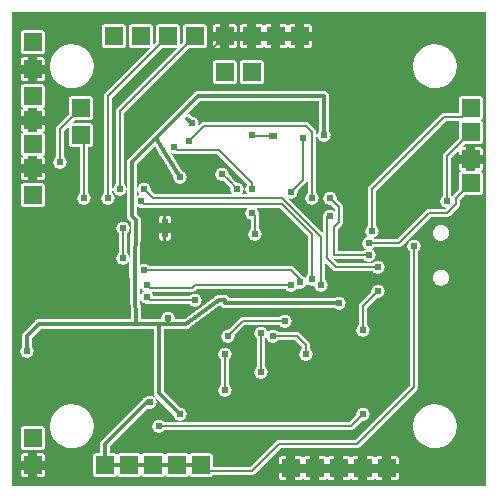
<source format=gbl>
G04 ---------------------------- Layer name :BOTTOM LAYER*
G04 EasyEDA v5.8.20, Mon, 19 Nov 2018 12:00:09 GMT*
G04 c1adaa7c60de435bb68341a8a3b3a182*
G04 Gerber Generator version 0.2*
G04 Scale: 100 percent, Rotated: No, Reflected: No *
G04 Dimensions in millimeters *
G04 leading zeros omitted , absolute positions ,3 integer and 3 decimal *
%FSLAX33Y33*%
%MOMM*%
G90*
G71D02*

%ADD11C,0.200000*%
%ADD12C,0.354999*%
%ADD14C,0.619760*%
%ADD15C,0.620014*%
%ADD23R,0.649986X0.599948*%
%ADD31R,0.499999X1.599997*%
%ADD32R,1.524000X1.524000*%

%LPD*%
G36*
G01X40132Y0D02*
G01X0Y0D01*
G01X0Y40132D01*
G01X40132Y40132D01*
G01X40132Y0D01*
G37*

%LPC*%
G36*
G01X32131Y1143D02*
G01X32131Y508D01*
G01X32512Y508D01*
G01X32522Y508D01*
G01X32532Y508D01*
G01X32543Y509D01*
G01X32553Y511D01*
G01X32564Y513D01*
G01X32574Y515D01*
G01X32584Y518D01*
G01X32594Y521D01*
G01X32604Y525D01*
G01X32614Y529D01*
G01X32623Y533D01*
G01X32632Y538D01*
G01X32642Y543D01*
G01X32650Y549D01*
G01X32659Y555D01*
G01X32668Y561D01*
G01X32676Y568D01*
G01X32684Y575D01*
G01X32691Y582D01*
G01X32698Y589D01*
G01X32705Y597D01*
G01X32712Y605D01*
G01X32718Y614D01*
G01X32724Y623D01*
G01X32730Y631D01*
G01X32735Y641D01*
G01X32740Y650D01*
G01X32744Y659D01*
G01X32748Y669D01*
G01X32752Y679D01*
G01X32755Y689D01*
G01X32758Y699D01*
G01X32760Y709D01*
G01X32762Y720D01*
G01X32764Y730D01*
G01X32765Y741D01*
G01X32765Y751D01*
G01X32766Y762D01*
G01X32766Y1143D01*
G01X32131Y1143D01*
G37*
G36*
G01X30977Y508D02*
G01X30988Y508D01*
G01X31369Y508D01*
G01X31369Y1143D01*
G01X30099Y1143D01*
G01X30099Y508D01*
G01X30480Y508D01*
G01X30490Y508D01*
G01X30500Y508D01*
G01X30511Y509D01*
G01X30521Y511D01*
G01X30532Y513D01*
G01X30542Y515D01*
G01X30552Y518D01*
G01X30562Y521D01*
G01X30572Y525D01*
G01X30582Y529D01*
G01X30591Y533D01*
G01X30600Y538D01*
G01X30610Y543D01*
G01X30618Y549D01*
G01X30627Y555D01*
G01X30636Y561D01*
G01X30644Y568D01*
G01X30652Y575D01*
G01X30659Y582D01*
G01X30666Y589D01*
G01X30673Y597D01*
G01X30680Y605D01*
G01X30686Y614D01*
G01X30692Y623D01*
G01X30698Y631D01*
G01X30703Y641D01*
G01X30708Y650D01*
G01X30712Y659D01*
G01X30716Y669D01*
G01X30720Y679D01*
G01X30723Y689D01*
G01X30726Y699D01*
G01X30728Y709D01*
G01X30730Y720D01*
G01X30732Y730D01*
G01X30733Y741D01*
G01X30733Y751D01*
G01X30734Y762D01*
G01X30734Y751D01*
G01X30734Y741D01*
G01X30735Y730D01*
G01X30737Y720D01*
G01X30739Y709D01*
G01X30741Y699D01*
G01X30744Y689D01*
G01X30747Y679D01*
G01X30751Y669D01*
G01X30755Y659D01*
G01X30759Y650D01*
G01X30764Y641D01*
G01X30769Y631D01*
G01X30775Y623D01*
G01X30781Y614D01*
G01X30787Y605D01*
G01X30794Y597D01*
G01X30801Y589D01*
G01X30808Y582D01*
G01X30815Y575D01*
G01X30823Y568D01*
G01X30831Y561D01*
G01X30840Y555D01*
G01X30849Y549D01*
G01X30857Y543D01*
G01X30867Y538D01*
G01X30876Y533D01*
G01X30885Y529D01*
G01X30895Y525D01*
G01X30905Y521D01*
G01X30915Y518D01*
G01X30925Y515D01*
G01X30935Y513D01*
G01X30946Y511D01*
G01X30956Y509D01*
G01X30967Y508D01*
G01X30977Y508D01*
G37*
G36*
G01X28945Y508D02*
G01X28956Y508D01*
G01X29337Y508D01*
G01X29337Y1143D01*
G01X28067Y1143D01*
G01X28067Y508D01*
G01X28448Y508D01*
G01X28458Y508D01*
G01X28468Y508D01*
G01X28479Y509D01*
G01X28489Y511D01*
G01X28500Y513D01*
G01X28510Y515D01*
G01X28520Y518D01*
G01X28530Y521D01*
G01X28540Y525D01*
G01X28550Y529D01*
G01X28559Y533D01*
G01X28568Y538D01*
G01X28578Y543D01*
G01X28586Y549D01*
G01X28595Y555D01*
G01X28604Y561D01*
G01X28612Y568D01*
G01X28620Y575D01*
G01X28627Y582D01*
G01X28634Y589D01*
G01X28641Y597D01*
G01X28648Y605D01*
G01X28654Y614D01*
G01X28660Y623D01*
G01X28666Y631D01*
G01X28671Y641D01*
G01X28676Y650D01*
G01X28680Y659D01*
G01X28684Y669D01*
G01X28688Y679D01*
G01X28691Y689D01*
G01X28694Y699D01*
G01X28696Y709D01*
G01X28698Y720D01*
G01X28700Y730D01*
G01X28701Y741D01*
G01X28701Y751D01*
G01X28702Y762D01*
G01X28702Y751D01*
G01X28702Y741D01*
G01X28703Y730D01*
G01X28705Y720D01*
G01X28707Y709D01*
G01X28709Y699D01*
G01X28712Y689D01*
G01X28715Y679D01*
G01X28719Y669D01*
G01X28723Y659D01*
G01X28727Y650D01*
G01X28732Y641D01*
G01X28737Y631D01*
G01X28743Y623D01*
G01X28749Y614D01*
G01X28755Y605D01*
G01X28762Y597D01*
G01X28769Y589D01*
G01X28776Y582D01*
G01X28783Y575D01*
G01X28791Y568D01*
G01X28799Y561D01*
G01X28808Y555D01*
G01X28817Y549D01*
G01X28825Y543D01*
G01X28835Y538D01*
G01X28844Y533D01*
G01X28853Y529D01*
G01X28863Y525D01*
G01X28873Y521D01*
G01X28883Y518D01*
G01X28893Y515D01*
G01X28903Y513D01*
G01X28914Y511D01*
G01X28924Y509D01*
G01X28935Y508D01*
G01X28945Y508D01*
G37*
G36*
G01X26913Y508D02*
G01X26924Y508D01*
G01X27305Y508D01*
G01X27305Y1143D01*
G01X26035Y1143D01*
G01X26035Y508D01*
G01X26416Y508D01*
G01X26426Y508D01*
G01X26436Y508D01*
G01X26447Y509D01*
G01X26457Y511D01*
G01X26468Y513D01*
G01X26478Y515D01*
G01X26488Y518D01*
G01X26498Y521D01*
G01X26508Y525D01*
G01X26518Y529D01*
G01X26527Y533D01*
G01X26536Y538D01*
G01X26546Y543D01*
G01X26554Y549D01*
G01X26563Y555D01*
G01X26572Y561D01*
G01X26580Y568D01*
G01X26588Y575D01*
G01X26595Y582D01*
G01X26602Y589D01*
G01X26609Y597D01*
G01X26616Y605D01*
G01X26622Y614D01*
G01X26628Y623D01*
G01X26634Y631D01*
G01X26639Y641D01*
G01X26644Y650D01*
G01X26648Y659D01*
G01X26652Y669D01*
G01X26656Y679D01*
G01X26659Y689D01*
G01X26662Y699D01*
G01X26664Y709D01*
G01X26666Y720D01*
G01X26668Y730D01*
G01X26669Y741D01*
G01X26669Y751D01*
G01X26670Y762D01*
G01X26670Y751D01*
G01X26670Y741D01*
G01X26671Y730D01*
G01X26673Y720D01*
G01X26675Y709D01*
G01X26677Y699D01*
G01X26680Y689D01*
G01X26683Y679D01*
G01X26687Y669D01*
G01X26691Y659D01*
G01X26695Y650D01*
G01X26700Y641D01*
G01X26705Y631D01*
G01X26711Y623D01*
G01X26717Y614D01*
G01X26723Y605D01*
G01X26730Y597D01*
G01X26737Y589D01*
G01X26744Y582D01*
G01X26751Y575D01*
G01X26759Y568D01*
G01X26767Y561D01*
G01X26776Y555D01*
G01X26785Y549D01*
G01X26793Y543D01*
G01X26803Y538D01*
G01X26812Y533D01*
G01X26821Y529D01*
G01X26831Y525D01*
G01X26841Y521D01*
G01X26851Y518D01*
G01X26861Y515D01*
G01X26871Y513D01*
G01X26882Y511D01*
G01X26892Y509D01*
G01X26903Y508D01*
G01X26913Y508D01*
G37*
G36*
G01X24881Y508D02*
G01X24892Y508D01*
G01X25273Y508D01*
G01X25273Y1143D01*
G01X24003Y1143D01*
G01X24003Y508D01*
G01X24384Y508D01*
G01X24394Y508D01*
G01X24404Y508D01*
G01X24415Y509D01*
G01X24425Y511D01*
G01X24436Y513D01*
G01X24446Y515D01*
G01X24456Y518D01*
G01X24466Y521D01*
G01X24476Y525D01*
G01X24486Y529D01*
G01X24495Y533D01*
G01X24504Y538D01*
G01X24514Y543D01*
G01X24522Y549D01*
G01X24531Y555D01*
G01X24540Y561D01*
G01X24548Y568D01*
G01X24556Y575D01*
G01X24563Y582D01*
G01X24570Y589D01*
G01X24577Y597D01*
G01X24584Y605D01*
G01X24590Y614D01*
G01X24596Y623D01*
G01X24602Y631D01*
G01X24607Y641D01*
G01X24612Y650D01*
G01X24616Y659D01*
G01X24620Y669D01*
G01X24624Y679D01*
G01X24627Y689D01*
G01X24630Y699D01*
G01X24632Y709D01*
G01X24634Y720D01*
G01X24636Y730D01*
G01X24637Y741D01*
G01X24637Y751D01*
G01X24638Y762D01*
G01X24638Y751D01*
G01X24638Y741D01*
G01X24639Y730D01*
G01X24641Y720D01*
G01X24643Y709D01*
G01X24645Y699D01*
G01X24648Y689D01*
G01X24651Y679D01*
G01X24655Y669D01*
G01X24659Y659D01*
G01X24663Y650D01*
G01X24668Y641D01*
G01X24673Y631D01*
G01X24679Y623D01*
G01X24685Y614D01*
G01X24691Y605D01*
G01X24698Y597D01*
G01X24705Y589D01*
G01X24712Y582D01*
G01X24719Y575D01*
G01X24727Y568D01*
G01X24735Y561D01*
G01X24744Y555D01*
G01X24753Y549D01*
G01X24761Y543D01*
G01X24771Y538D01*
G01X24780Y533D01*
G01X24789Y529D01*
G01X24799Y525D01*
G01X24809Y521D01*
G01X24819Y518D01*
G01X24829Y515D01*
G01X24839Y513D01*
G01X24850Y511D01*
G01X24860Y509D01*
G01X24871Y508D01*
G01X24881Y508D01*
G37*
G36*
G01X22849Y508D02*
G01X22860Y508D01*
G01X23241Y508D01*
G01X23241Y1143D01*
G01X22606Y1143D01*
G01X22606Y762D01*
G01X22606Y751D01*
G01X22606Y741D01*
G01X22607Y730D01*
G01X22609Y720D01*
G01X22611Y709D01*
G01X22613Y699D01*
G01X22616Y689D01*
G01X22619Y679D01*
G01X22623Y669D01*
G01X22627Y659D01*
G01X22631Y650D01*
G01X22636Y641D01*
G01X22641Y631D01*
G01X22647Y623D01*
G01X22653Y614D01*
G01X22659Y605D01*
G01X22666Y597D01*
G01X22673Y589D01*
G01X22680Y582D01*
G01X22687Y575D01*
G01X22695Y568D01*
G01X22703Y561D01*
G01X22712Y555D01*
G01X22721Y549D01*
G01X22729Y543D01*
G01X22739Y538D01*
G01X22748Y533D01*
G01X22757Y529D01*
G01X22767Y525D01*
G01X22777Y521D01*
G01X22787Y518D01*
G01X22797Y515D01*
G01X22807Y513D01*
G01X22818Y511D01*
G01X22828Y509D01*
G01X22839Y508D01*
G01X22849Y508D01*
G37*
G36*
G01X2159Y1397D02*
G01X2159Y762D01*
G01X2540Y762D01*
G01X2550Y762D01*
G01X2560Y762D01*
G01X2571Y763D01*
G01X2581Y765D01*
G01X2592Y767D01*
G01X2602Y769D01*
G01X2612Y772D01*
G01X2622Y775D01*
G01X2632Y779D01*
G01X2642Y783D01*
G01X2651Y787D01*
G01X2660Y792D01*
G01X2670Y797D01*
G01X2678Y803D01*
G01X2687Y809D01*
G01X2696Y815D01*
G01X2704Y822D01*
G01X2712Y829D01*
G01X2719Y836D01*
G01X2726Y843D01*
G01X2733Y851D01*
G01X2740Y859D01*
G01X2746Y868D01*
G01X2752Y877D01*
G01X2758Y885D01*
G01X2763Y895D01*
G01X2768Y904D01*
G01X2772Y913D01*
G01X2776Y923D01*
G01X2780Y933D01*
G01X2783Y943D01*
G01X2786Y953D01*
G01X2788Y963D01*
G01X2790Y974D01*
G01X2792Y984D01*
G01X2793Y995D01*
G01X2793Y1005D01*
G01X2794Y1016D01*
G01X2794Y1397D01*
G01X2159Y1397D01*
G37*
G36*
G01X1005Y762D02*
G01X1016Y762D01*
G01X1397Y762D01*
G01X1397Y1397D01*
G01X762Y1397D01*
G01X762Y1016D01*
G01X762Y1005D01*
G01X762Y995D01*
G01X763Y984D01*
G01X765Y974D01*
G01X767Y963D01*
G01X769Y953D01*
G01X772Y943D01*
G01X775Y933D01*
G01X779Y923D01*
G01X783Y913D01*
G01X787Y904D01*
G01X792Y895D01*
G01X797Y885D01*
G01X803Y877D01*
G01X809Y868D01*
G01X815Y859D01*
G01X822Y851D01*
G01X829Y843D01*
G01X836Y836D01*
G01X843Y829D01*
G01X851Y822D01*
G01X859Y815D01*
G01X868Y809D01*
G01X877Y803D01*
G01X885Y797D01*
G01X895Y792D01*
G01X904Y787D01*
G01X913Y783D01*
G01X923Y779D01*
G01X933Y775D01*
G01X943Y772D01*
G01X953Y769D01*
G01X963Y767D01*
G01X974Y765D01*
G01X984Y763D01*
G01X995Y762D01*
G01X1005Y762D01*
G37*
G36*
G01X7101Y762D02*
G01X7112Y762D01*
G01X8636Y762D01*
G01X8646Y762D01*
G01X8656Y762D01*
G01X8667Y763D01*
G01X8677Y765D01*
G01X8688Y767D01*
G01X8698Y769D01*
G01X8708Y772D01*
G01X8718Y775D01*
G01X8728Y779D01*
G01X8738Y783D01*
G01X8747Y787D01*
G01X8756Y792D01*
G01X8766Y797D01*
G01X8774Y803D01*
G01X8783Y809D01*
G01X8792Y815D01*
G01X8800Y822D01*
G01X8808Y829D01*
G01X8815Y836D01*
G01X8822Y843D01*
G01X8829Y851D01*
G01X8836Y859D01*
G01X8842Y868D01*
G01X8848Y877D01*
G01X8854Y885D01*
G01X8859Y895D01*
G01X8864Y904D01*
G01X8868Y913D01*
G01X8872Y923D01*
G01X8876Y933D01*
G01X8879Y943D01*
G01X8882Y953D01*
G01X8884Y963D01*
G01X8886Y974D01*
G01X8888Y984D01*
G01X8889Y995D01*
G01X8889Y1005D01*
G01X8890Y1016D01*
G01X8890Y1005D01*
G01X8890Y995D01*
G01X8891Y984D01*
G01X8893Y974D01*
G01X8895Y963D01*
G01X8897Y953D01*
G01X8900Y943D01*
G01X8903Y933D01*
G01X8907Y923D01*
G01X8911Y913D01*
G01X8915Y904D01*
G01X8920Y895D01*
G01X8925Y885D01*
G01X8931Y877D01*
G01X8937Y868D01*
G01X8943Y859D01*
G01X8950Y851D01*
G01X8957Y843D01*
G01X8964Y836D01*
G01X8971Y829D01*
G01X8979Y822D01*
G01X8987Y815D01*
G01X8996Y809D01*
G01X9005Y803D01*
G01X9013Y797D01*
G01X9023Y792D01*
G01X9032Y787D01*
G01X9041Y783D01*
G01X9051Y779D01*
G01X9061Y775D01*
G01X9071Y772D01*
G01X9081Y769D01*
G01X9091Y767D01*
G01X9102Y765D01*
G01X9112Y763D01*
G01X9123Y762D01*
G01X9133Y762D01*
G01X9144Y762D01*
G01X10668Y762D01*
G01X10678Y762D01*
G01X10688Y762D01*
G01X10699Y763D01*
G01X10709Y765D01*
G01X10720Y767D01*
G01X10730Y769D01*
G01X10740Y772D01*
G01X10750Y775D01*
G01X10760Y779D01*
G01X10770Y783D01*
G01X10779Y787D01*
G01X10788Y792D01*
G01X10798Y797D01*
G01X10806Y803D01*
G01X10815Y809D01*
G01X10824Y815D01*
G01X10832Y822D01*
G01X10840Y829D01*
G01X10847Y836D01*
G01X10854Y843D01*
G01X10861Y851D01*
G01X10868Y859D01*
G01X10874Y868D01*
G01X10880Y877D01*
G01X10886Y885D01*
G01X10891Y895D01*
G01X10896Y904D01*
G01X10900Y913D01*
G01X10904Y923D01*
G01X10908Y933D01*
G01X10911Y943D01*
G01X10914Y953D01*
G01X10916Y963D01*
G01X10918Y974D01*
G01X10920Y984D01*
G01X10921Y995D01*
G01X10921Y1005D01*
G01X10922Y1016D01*
G01X10922Y1005D01*
G01X10922Y995D01*
G01X10923Y984D01*
G01X10925Y974D01*
G01X10927Y963D01*
G01X10929Y953D01*
G01X10932Y943D01*
G01X10935Y933D01*
G01X10939Y923D01*
G01X10943Y913D01*
G01X10947Y904D01*
G01X10952Y895D01*
G01X10957Y885D01*
G01X10963Y877D01*
G01X10969Y868D01*
G01X10975Y859D01*
G01X10982Y851D01*
G01X10989Y843D01*
G01X10996Y836D01*
G01X11003Y829D01*
G01X11011Y822D01*
G01X11019Y815D01*
G01X11028Y809D01*
G01X11037Y803D01*
G01X11045Y797D01*
G01X11055Y792D01*
G01X11064Y787D01*
G01X11073Y783D01*
G01X11083Y779D01*
G01X11093Y775D01*
G01X11103Y772D01*
G01X11113Y769D01*
G01X11123Y767D01*
G01X11134Y765D01*
G01X11144Y763D01*
G01X11155Y762D01*
G01X11165Y762D01*
G01X11176Y762D01*
G01X12700Y762D01*
G01X12710Y762D01*
G01X12720Y762D01*
G01X12731Y763D01*
G01X12741Y765D01*
G01X12752Y767D01*
G01X12762Y769D01*
G01X12772Y772D01*
G01X12782Y775D01*
G01X12792Y779D01*
G01X12802Y783D01*
G01X12811Y787D01*
G01X12820Y792D01*
G01X12830Y797D01*
G01X12838Y803D01*
G01X12847Y809D01*
G01X12856Y815D01*
G01X12864Y822D01*
G01X12872Y829D01*
G01X12879Y836D01*
G01X12886Y843D01*
G01X12893Y851D01*
G01X12900Y859D01*
G01X12906Y868D01*
G01X12912Y877D01*
G01X12918Y885D01*
G01X12923Y895D01*
G01X12928Y904D01*
G01X12932Y913D01*
G01X12936Y923D01*
G01X12940Y933D01*
G01X12943Y943D01*
G01X12946Y953D01*
G01X12948Y963D01*
G01X12950Y974D01*
G01X12952Y984D01*
G01X12953Y995D01*
G01X12953Y1005D01*
G01X12954Y1016D01*
G01X12954Y1005D01*
G01X12954Y995D01*
G01X12955Y984D01*
G01X12957Y974D01*
G01X12959Y963D01*
G01X12961Y953D01*
G01X12964Y943D01*
G01X12967Y933D01*
G01X12971Y923D01*
G01X12975Y913D01*
G01X12979Y904D01*
G01X12984Y895D01*
G01X12989Y885D01*
G01X12995Y877D01*
G01X13001Y868D01*
G01X13007Y859D01*
G01X13014Y851D01*
G01X13021Y843D01*
G01X13028Y836D01*
G01X13035Y829D01*
G01X13043Y822D01*
G01X13051Y815D01*
G01X13060Y809D01*
G01X13069Y803D01*
G01X13077Y797D01*
G01X13087Y792D01*
G01X13096Y787D01*
G01X13105Y783D01*
G01X13115Y779D01*
G01X13125Y775D01*
G01X13135Y772D01*
G01X13145Y769D01*
G01X13155Y767D01*
G01X13166Y765D01*
G01X13176Y763D01*
G01X13187Y762D01*
G01X13197Y762D01*
G01X13208Y762D01*
G01X14732Y762D01*
G01X14742Y762D01*
G01X14752Y762D01*
G01X14763Y763D01*
G01X14773Y765D01*
G01X14784Y767D01*
G01X14794Y769D01*
G01X14804Y772D01*
G01X14814Y775D01*
G01X14824Y779D01*
G01X14834Y783D01*
G01X14843Y787D01*
G01X14852Y792D01*
G01X14862Y797D01*
G01X14870Y803D01*
G01X14879Y809D01*
G01X14888Y815D01*
G01X14896Y822D01*
G01X14904Y829D01*
G01X14911Y836D01*
G01X14918Y843D01*
G01X14925Y851D01*
G01X14932Y859D01*
G01X14938Y868D01*
G01X14944Y877D01*
G01X14950Y885D01*
G01X14955Y895D01*
G01X14960Y904D01*
G01X14964Y913D01*
G01X14968Y923D01*
G01X14972Y933D01*
G01X14975Y943D01*
G01X14978Y953D01*
G01X14980Y963D01*
G01X14982Y974D01*
G01X14984Y984D01*
G01X14985Y995D01*
G01X14985Y1005D01*
G01X14986Y1016D01*
G01X14986Y1005D01*
G01X14986Y995D01*
G01X14987Y984D01*
G01X14989Y974D01*
G01X14991Y963D01*
G01X14993Y953D01*
G01X14996Y943D01*
G01X14999Y933D01*
G01X15003Y923D01*
G01X15007Y913D01*
G01X15011Y904D01*
G01X15016Y895D01*
G01X15021Y885D01*
G01X15027Y877D01*
G01X15033Y868D01*
G01X15039Y859D01*
G01X15046Y851D01*
G01X15053Y843D01*
G01X15060Y836D01*
G01X15067Y829D01*
G01X15075Y822D01*
G01X15083Y815D01*
G01X15092Y809D01*
G01X15101Y803D01*
G01X15109Y797D01*
G01X15119Y792D01*
G01X15128Y787D01*
G01X15137Y783D01*
G01X15147Y779D01*
G01X15157Y775D01*
G01X15167Y772D01*
G01X15177Y769D01*
G01X15187Y767D01*
G01X15198Y765D01*
G01X15208Y763D01*
G01X15219Y762D01*
G01X15229Y762D01*
G01X15240Y762D01*
G01X16764Y762D01*
G01X16774Y762D01*
G01X16784Y762D01*
G01X16795Y763D01*
G01X16805Y765D01*
G01X16816Y767D01*
G01X16826Y769D01*
G01X16836Y772D01*
G01X16846Y775D01*
G01X16856Y779D01*
G01X16866Y783D01*
G01X16875Y787D01*
G01X16884Y792D01*
G01X16894Y797D01*
G01X16902Y803D01*
G01X16911Y809D01*
G01X16920Y815D01*
G01X16928Y822D01*
G01X16936Y829D01*
G01X16943Y836D01*
G01X16950Y843D01*
G01X16957Y851D01*
G01X16964Y859D01*
G01X16970Y868D01*
G01X16976Y877D01*
G01X16982Y885D01*
G01X16987Y895D01*
G01X16992Y904D01*
G01X16996Y913D01*
G01X16997Y916D01*
G01X20320Y916D01*
G01X20332Y916D01*
G01X20345Y916D01*
G01X20357Y918D01*
G01X20370Y919D01*
G01X20382Y921D01*
G01X20395Y924D01*
G01X20407Y926D01*
G01X20419Y930D01*
G01X20431Y934D01*
G01X20443Y938D01*
G01X20455Y942D01*
G01X20467Y947D01*
G01X20478Y953D01*
G01X20489Y959D01*
G01X20500Y965D01*
G01X20511Y972D01*
G01X20521Y979D01*
G01X20532Y986D01*
G01X20542Y994D01*
G01X20551Y1002D01*
G01X20561Y1010D01*
G01X20570Y1019D01*
G01X22752Y3202D01*
G01X29210Y3202D01*
G01X29222Y3202D01*
G01X29235Y3202D01*
G01X29247Y3204D01*
G01X29260Y3205D01*
G01X29272Y3207D01*
G01X29285Y3210D01*
G01X29297Y3212D01*
G01X29309Y3216D01*
G01X29321Y3220D01*
G01X29333Y3224D01*
G01X29345Y3228D01*
G01X29357Y3233D01*
G01X29368Y3239D01*
G01X29379Y3245D01*
G01X29390Y3251D01*
G01X29401Y3258D01*
G01X29411Y3265D01*
G01X29422Y3272D01*
G01X29432Y3280D01*
G01X29441Y3288D01*
G01X29451Y3296D01*
G01X29460Y3305D01*
G01X34286Y8131D01*
G01X34295Y8140D01*
G01X34303Y8150D01*
G01X34311Y8159D01*
G01X34319Y8169D01*
G01X34326Y8180D01*
G01X34333Y8190D01*
G01X34340Y8201D01*
G01X34346Y8212D01*
G01X34352Y8223D01*
G01X34358Y8234D01*
G01X34363Y8246D01*
G01X34367Y8258D01*
G01X34371Y8270D01*
G01X34375Y8282D01*
G01X34379Y8294D01*
G01X34381Y8306D01*
G01X34384Y8319D01*
G01X34386Y8331D01*
G01X34387Y8344D01*
G01X34389Y8356D01*
G01X34389Y8369D01*
G01X34389Y8382D01*
G01X34389Y19877D01*
G01X34431Y19914D01*
G01X34470Y19955D01*
G01X34504Y20000D01*
G01X34533Y20049D01*
G01X34558Y20099D01*
G01X34577Y20152D01*
G01X34591Y20207D01*
G01X34599Y20263D01*
G01X34602Y20320D01*
G01X34599Y20376D01*
G01X34591Y20432D01*
G01X34577Y20487D01*
G01X34558Y20540D01*
G01X34533Y20590D01*
G01X34504Y20639D01*
G01X34470Y20684D01*
G01X34431Y20725D01*
G01X34389Y20762D01*
G01X34343Y20795D01*
G01X34294Y20824D01*
G01X34242Y20847D01*
G01X34189Y20865D01*
G01X34134Y20877D01*
G01X34078Y20884D01*
G01X34021Y20886D01*
G01X33965Y20882D01*
G01X33909Y20872D01*
G01X33855Y20857D01*
G01X33802Y20836D01*
G01X33752Y20810D01*
G01X33705Y20779D01*
G01X33661Y20744D01*
G01X33620Y20705D01*
G01X33584Y20662D01*
G01X33552Y20615D01*
G01X33525Y20565D01*
G01X33503Y20513D01*
G01X33486Y20459D01*
G01X33475Y20404D01*
G01X33470Y20348D01*
G01X33470Y20291D01*
G01X33475Y20235D01*
G01X33486Y20180D01*
G01X33503Y20126D01*
G01X33525Y20074D01*
G01X33552Y20024D01*
G01X33584Y19977D01*
G01X33620Y19934D01*
G01X33661Y19895D01*
G01X33682Y19878D01*
G01X33682Y8528D01*
G01X29063Y3909D01*
G01X22606Y3909D01*
G01X22593Y3909D01*
G01X22580Y3909D01*
G01X22568Y3907D01*
G01X22555Y3906D01*
G01X22543Y3904D01*
G01X22530Y3901D01*
G01X22518Y3899D01*
G01X22506Y3895D01*
G01X22494Y3891D01*
G01X22482Y3887D01*
G01X22470Y3883D01*
G01X22458Y3878D01*
G01X22447Y3872D01*
G01X22436Y3866D01*
G01X22425Y3860D01*
G01X22414Y3853D01*
G01X22404Y3846D01*
G01X22393Y3839D01*
G01X22383Y3831D01*
G01X22374Y3823D01*
G01X22364Y3815D01*
G01X22355Y3806D01*
G01X20173Y1623D01*
G01X17018Y1623D01*
G01X17018Y2540D01*
G01X17017Y2550D01*
G01X17017Y2560D01*
G01X17016Y2571D01*
G01X17014Y2581D01*
G01X17012Y2592D01*
G01X17010Y2602D01*
G01X17007Y2612D01*
G01X17004Y2622D01*
G01X17000Y2632D01*
G01X16996Y2642D01*
G01X16992Y2651D01*
G01X16987Y2660D01*
G01X16982Y2670D01*
G01X16976Y2678D01*
G01X16970Y2687D01*
G01X16964Y2696D01*
G01X16957Y2704D01*
G01X16950Y2712D01*
G01X16943Y2719D01*
G01X16936Y2726D01*
G01X16928Y2733D01*
G01X16920Y2740D01*
G01X16911Y2746D01*
G01X16902Y2752D01*
G01X16894Y2758D01*
G01X16884Y2763D01*
G01X16875Y2768D01*
G01X16866Y2772D01*
G01X16856Y2776D01*
G01X16846Y2780D01*
G01X16836Y2783D01*
G01X16826Y2786D01*
G01X16816Y2788D01*
G01X16805Y2790D01*
G01X16795Y2792D01*
G01X16784Y2793D01*
G01X16774Y2793D01*
G01X16764Y2794D01*
G01X15240Y2794D01*
G01X15229Y2793D01*
G01X15219Y2793D01*
G01X15208Y2792D01*
G01X15198Y2790D01*
G01X15187Y2788D01*
G01X15177Y2786D01*
G01X15167Y2783D01*
G01X15157Y2780D01*
G01X15147Y2776D01*
G01X15137Y2772D01*
G01X15128Y2768D01*
G01X15119Y2763D01*
G01X15109Y2758D01*
G01X15101Y2752D01*
G01X15092Y2746D01*
G01X15083Y2740D01*
G01X15075Y2733D01*
G01X15067Y2726D01*
G01X15060Y2719D01*
G01X15053Y2712D01*
G01X15046Y2704D01*
G01X15039Y2696D01*
G01X15033Y2687D01*
G01X15027Y2678D01*
G01X15021Y2670D01*
G01X15016Y2660D01*
G01X15011Y2651D01*
G01X15007Y2642D01*
G01X15003Y2632D01*
G01X14999Y2622D01*
G01X14996Y2612D01*
G01X14993Y2602D01*
G01X14991Y2592D01*
G01X14989Y2581D01*
G01X14987Y2571D01*
G01X14986Y2560D01*
G01X14986Y2550D01*
G01X14986Y2540D01*
G01X14985Y2550D01*
G01X14985Y2560D01*
G01X14984Y2571D01*
G01X14982Y2581D01*
G01X14980Y2592D01*
G01X14978Y2602D01*
G01X14975Y2612D01*
G01X14972Y2622D01*
G01X14968Y2632D01*
G01X14964Y2642D01*
G01X14960Y2651D01*
G01X14955Y2660D01*
G01X14950Y2670D01*
G01X14944Y2678D01*
G01X14938Y2687D01*
G01X14932Y2696D01*
G01X14925Y2704D01*
G01X14918Y2712D01*
G01X14911Y2719D01*
G01X14904Y2726D01*
G01X14896Y2733D01*
G01X14888Y2740D01*
G01X14879Y2746D01*
G01X14870Y2752D01*
G01X14862Y2758D01*
G01X14852Y2763D01*
G01X14843Y2768D01*
G01X14834Y2772D01*
G01X14824Y2776D01*
G01X14814Y2780D01*
G01X14804Y2783D01*
G01X14794Y2786D01*
G01X14784Y2788D01*
G01X14773Y2790D01*
G01X14763Y2792D01*
G01X14752Y2793D01*
G01X14742Y2793D01*
G01X14732Y2794D01*
G01X13208Y2794D01*
G01X13197Y2793D01*
G01X13187Y2793D01*
G01X13176Y2792D01*
G01X13166Y2790D01*
G01X13155Y2788D01*
G01X13145Y2786D01*
G01X13135Y2783D01*
G01X13125Y2780D01*
G01X13115Y2776D01*
G01X13105Y2772D01*
G01X13096Y2768D01*
G01X13087Y2763D01*
G01X13077Y2758D01*
G01X13069Y2752D01*
G01X13060Y2746D01*
G01X13051Y2740D01*
G01X13043Y2733D01*
G01X13035Y2726D01*
G01X13028Y2719D01*
G01X13021Y2712D01*
G01X13014Y2704D01*
G01X13007Y2696D01*
G01X13001Y2687D01*
G01X12995Y2678D01*
G01X12989Y2670D01*
G01X12984Y2660D01*
G01X12979Y2651D01*
G01X12975Y2642D01*
G01X12971Y2632D01*
G01X12967Y2622D01*
G01X12964Y2612D01*
G01X12961Y2602D01*
G01X12959Y2592D01*
G01X12957Y2581D01*
G01X12955Y2571D01*
G01X12954Y2560D01*
G01X12954Y2550D01*
G01X12954Y2540D01*
G01X12953Y2550D01*
G01X12953Y2560D01*
G01X12952Y2571D01*
G01X12950Y2581D01*
G01X12948Y2592D01*
G01X12946Y2602D01*
G01X12943Y2612D01*
G01X12940Y2622D01*
G01X12936Y2632D01*
G01X12932Y2642D01*
G01X12928Y2651D01*
G01X12923Y2660D01*
G01X12918Y2670D01*
G01X12912Y2678D01*
G01X12906Y2687D01*
G01X12900Y2696D01*
G01X12893Y2704D01*
G01X12886Y2712D01*
G01X12879Y2719D01*
G01X12872Y2726D01*
G01X12864Y2733D01*
G01X12856Y2740D01*
G01X12847Y2746D01*
G01X12838Y2752D01*
G01X12830Y2758D01*
G01X12820Y2763D01*
G01X12811Y2768D01*
G01X12802Y2772D01*
G01X12792Y2776D01*
G01X12782Y2780D01*
G01X12772Y2783D01*
G01X12762Y2786D01*
G01X12752Y2788D01*
G01X12741Y2790D01*
G01X12731Y2792D01*
G01X12720Y2793D01*
G01X12710Y2793D01*
G01X12700Y2794D01*
G01X11176Y2794D01*
G01X11165Y2793D01*
G01X11155Y2793D01*
G01X11144Y2792D01*
G01X11134Y2790D01*
G01X11123Y2788D01*
G01X11113Y2786D01*
G01X11103Y2783D01*
G01X11093Y2780D01*
G01X11083Y2776D01*
G01X11073Y2772D01*
G01X11064Y2768D01*
G01X11055Y2763D01*
G01X11045Y2758D01*
G01X11037Y2752D01*
G01X11028Y2746D01*
G01X11019Y2740D01*
G01X11011Y2733D01*
G01X11003Y2726D01*
G01X10996Y2719D01*
G01X10989Y2712D01*
G01X10982Y2704D01*
G01X10975Y2696D01*
G01X10969Y2687D01*
G01X10963Y2678D01*
G01X10957Y2670D01*
G01X10952Y2660D01*
G01X10947Y2651D01*
G01X10943Y2642D01*
G01X10939Y2632D01*
G01X10935Y2622D01*
G01X10932Y2612D01*
G01X10929Y2602D01*
G01X10927Y2592D01*
G01X10925Y2581D01*
G01X10923Y2571D01*
G01X10922Y2560D01*
G01X10922Y2550D01*
G01X10922Y2540D01*
G01X10921Y2550D01*
G01X10921Y2560D01*
G01X10920Y2571D01*
G01X10918Y2581D01*
G01X10916Y2592D01*
G01X10914Y2602D01*
G01X10911Y2612D01*
G01X10908Y2622D01*
G01X10904Y2632D01*
G01X10900Y2642D01*
G01X10896Y2651D01*
G01X10891Y2660D01*
G01X10886Y2670D01*
G01X10880Y2678D01*
G01X10874Y2687D01*
G01X10868Y2696D01*
G01X10861Y2704D01*
G01X10854Y2712D01*
G01X10847Y2719D01*
G01X10840Y2726D01*
G01X10832Y2733D01*
G01X10824Y2740D01*
G01X10815Y2746D01*
G01X10806Y2752D01*
G01X10798Y2758D01*
G01X10788Y2763D01*
G01X10779Y2768D01*
G01X10770Y2772D01*
G01X10760Y2776D01*
G01X10750Y2780D01*
G01X10740Y2783D01*
G01X10730Y2786D01*
G01X10720Y2788D01*
G01X10709Y2790D01*
G01X10699Y2792D01*
G01X10688Y2793D01*
G01X10678Y2793D01*
G01X10668Y2794D01*
G01X9144Y2794D01*
G01X9133Y2793D01*
G01X9123Y2793D01*
G01X9112Y2792D01*
G01X9102Y2790D01*
G01X9091Y2788D01*
G01X9081Y2786D01*
G01X9071Y2783D01*
G01X9061Y2780D01*
G01X9051Y2776D01*
G01X9041Y2772D01*
G01X9032Y2768D01*
G01X9023Y2763D01*
G01X9013Y2758D01*
G01X9005Y2752D01*
G01X8996Y2746D01*
G01X8987Y2740D01*
G01X8979Y2733D01*
G01X8971Y2726D01*
G01X8964Y2719D01*
G01X8957Y2712D01*
G01X8950Y2704D01*
G01X8943Y2696D01*
G01X8937Y2687D01*
G01X8931Y2678D01*
G01X8925Y2670D01*
G01X8920Y2660D01*
G01X8915Y2651D01*
G01X8911Y2642D01*
G01X8907Y2632D01*
G01X8903Y2622D01*
G01X8900Y2612D01*
G01X8897Y2602D01*
G01X8895Y2592D01*
G01X8893Y2581D01*
G01X8891Y2571D01*
G01X8890Y2560D01*
G01X8890Y2550D01*
G01X8890Y2540D01*
G01X8889Y2550D01*
G01X8889Y2560D01*
G01X8888Y2571D01*
G01X8886Y2581D01*
G01X8884Y2592D01*
G01X8882Y2602D01*
G01X8879Y2612D01*
G01X8876Y2622D01*
G01X8872Y2632D01*
G01X8868Y2642D01*
G01X8864Y2651D01*
G01X8859Y2660D01*
G01X8854Y2670D01*
G01X8848Y2678D01*
G01X8842Y2687D01*
G01X8836Y2696D01*
G01X8829Y2704D01*
G01X8822Y2712D01*
G01X8815Y2719D01*
G01X8808Y2726D01*
G01X8800Y2733D01*
G01X8792Y2740D01*
G01X8783Y2746D01*
G01X8774Y2752D01*
G01X8766Y2758D01*
G01X8756Y2763D01*
G01X8747Y2768D01*
G01X8738Y2772D01*
G01X8728Y2776D01*
G01X8718Y2780D01*
G01X8708Y2783D01*
G01X8698Y2786D01*
G01X8688Y2788D01*
G01X8677Y2790D01*
G01X8667Y2792D01*
G01X8656Y2793D01*
G01X8646Y2793D01*
G01X8636Y2794D01*
G01X8305Y2794D01*
G01X8305Y3377D01*
G01X11503Y6575D01*
G01X11503Y6575D01*
G01X11557Y6559D01*
G01X11613Y6549D01*
G01X11669Y6545D01*
G01X11726Y6547D01*
G01X11782Y6554D01*
G01X11837Y6566D01*
G01X11890Y6584D01*
G01X11942Y6607D01*
G01X11991Y6636D01*
G01X12037Y6669D01*
G01X12079Y6706D01*
G01X12117Y6747D01*
G01X12151Y6792D01*
G01X12181Y6841D01*
G01X12205Y6891D01*
G01X12225Y6945D01*
G01X12239Y6999D01*
G01X12247Y7055D01*
G01X12250Y7112D01*
G01X12247Y7168D01*
G01X12239Y7224D01*
G01X12225Y7278D01*
G01X12205Y7332D01*
G01X12181Y7382D01*
G01X12151Y7431D01*
G01X12117Y7476D01*
G01X12079Y7517D01*
G01X12037Y7554D01*
G01X11991Y7587D01*
G01X11942Y7616D01*
G01X11890Y7639D01*
G01X11837Y7657D01*
G01X11782Y7669D01*
G01X11726Y7676D01*
G01X11669Y7678D01*
G01X11613Y7674D01*
G01X11557Y7664D01*
G01X11503Y7648D01*
G01X11451Y7628D01*
G01X11400Y7602D01*
G01X11353Y7571D01*
G01X11309Y7536D01*
G01X11293Y7521D01*
G01X11291Y7520D01*
G01X11278Y7515D01*
G01X11264Y7510D01*
G01X11251Y7505D01*
G01X11239Y7498D01*
G01X11226Y7492D01*
G01X11214Y7485D01*
G01X11202Y7478D01*
G01X11190Y7470D01*
G01X11178Y7462D01*
G01X11167Y7454D01*
G01X11156Y7445D01*
G01X11145Y7436D01*
G01X11135Y7426D01*
G01X11124Y7417D01*
G01X7568Y3861D01*
G01X7559Y3850D01*
G01X7549Y3840D01*
G01X7540Y3829D01*
G01X7531Y3818D01*
G01X7523Y3807D01*
G01X7515Y3795D01*
G01X7507Y3783D01*
G01X7500Y3771D01*
G01X7493Y3759D01*
G01X7487Y3746D01*
G01X7480Y3734D01*
G01X7475Y3721D01*
G01X7470Y3707D01*
G01X7465Y3694D01*
G01X7461Y3681D01*
G01X7457Y3667D01*
G01X7453Y3653D01*
G01X7450Y3640D01*
G01X7448Y3626D01*
G01X7446Y3612D01*
G01X7444Y3598D01*
G01X7443Y3584D01*
G01X7442Y3570D01*
G01X7442Y3556D01*
G01X7442Y2794D01*
G01X7112Y2794D01*
G01X7101Y2793D01*
G01X7091Y2793D01*
G01X7080Y2792D01*
G01X7070Y2790D01*
G01X7059Y2788D01*
G01X7049Y2786D01*
G01X7039Y2783D01*
G01X7029Y2780D01*
G01X7019Y2776D01*
G01X7009Y2772D01*
G01X7000Y2768D01*
G01X6991Y2763D01*
G01X6981Y2758D01*
G01X6973Y2752D01*
G01X6964Y2746D01*
G01X6955Y2740D01*
G01X6947Y2733D01*
G01X6939Y2726D01*
G01X6932Y2719D01*
G01X6925Y2712D01*
G01X6918Y2704D01*
G01X6911Y2696D01*
G01X6905Y2687D01*
G01X6899Y2678D01*
G01X6893Y2670D01*
G01X6888Y2660D01*
G01X6883Y2651D01*
G01X6879Y2642D01*
G01X6875Y2632D01*
G01X6871Y2622D01*
G01X6868Y2612D01*
G01X6865Y2602D01*
G01X6863Y2592D01*
G01X6861Y2581D01*
G01X6859Y2571D01*
G01X6858Y2560D01*
G01X6858Y2550D01*
G01X6858Y2540D01*
G01X6858Y1016D01*
G01X6858Y1005D01*
G01X6858Y995D01*
G01X6859Y984D01*
G01X6861Y974D01*
G01X6863Y963D01*
G01X6865Y953D01*
G01X6868Y943D01*
G01X6871Y933D01*
G01X6875Y923D01*
G01X6879Y913D01*
G01X6883Y904D01*
G01X6888Y895D01*
G01X6893Y885D01*
G01X6899Y877D01*
G01X6905Y868D01*
G01X6911Y859D01*
G01X6918Y851D01*
G01X6925Y843D01*
G01X6932Y836D01*
G01X6939Y829D01*
G01X6947Y822D01*
G01X6955Y815D01*
G01X6964Y809D01*
G01X6973Y803D01*
G01X6981Y797D01*
G01X6991Y792D01*
G01X7000Y787D01*
G01X7009Y783D01*
G01X7019Y779D01*
G01X7029Y775D01*
G01X7039Y772D01*
G01X7049Y769D01*
G01X7059Y767D01*
G01X7070Y765D01*
G01X7080Y763D01*
G01X7091Y762D01*
G01X7101Y762D01*
G37*
G36*
G01X32131Y2540D02*
G01X32131Y1905D01*
G01X32766Y1905D01*
G01X32766Y2286D01*
G01X32765Y2296D01*
G01X32765Y2306D01*
G01X32764Y2317D01*
G01X32762Y2327D01*
G01X32760Y2338D01*
G01X32758Y2348D01*
G01X32755Y2358D01*
G01X32752Y2368D01*
G01X32748Y2378D01*
G01X32744Y2388D01*
G01X32740Y2397D01*
G01X32735Y2406D01*
G01X32730Y2416D01*
G01X32724Y2424D01*
G01X32718Y2433D01*
G01X32712Y2442D01*
G01X32705Y2450D01*
G01X32698Y2458D01*
G01X32691Y2465D01*
G01X32684Y2472D01*
G01X32676Y2479D01*
G01X32668Y2486D01*
G01X32659Y2492D01*
G01X32650Y2498D01*
G01X32642Y2504D01*
G01X32632Y2509D01*
G01X32623Y2514D01*
G01X32614Y2518D01*
G01X32604Y2522D01*
G01X32594Y2526D01*
G01X32584Y2529D01*
G01X32574Y2532D01*
G01X32564Y2534D01*
G01X32553Y2536D01*
G01X32543Y2538D01*
G01X32532Y2539D01*
G01X32522Y2539D01*
G01X32512Y2540D01*
G01X32131Y2540D01*
G37*
G36*
G01X30099Y2540D02*
G01X30099Y1905D01*
G01X31369Y1905D01*
G01X31369Y2540D01*
G01X30988Y2540D01*
G01X30977Y2539D01*
G01X30967Y2539D01*
G01X30956Y2538D01*
G01X30946Y2536D01*
G01X30935Y2534D01*
G01X30925Y2532D01*
G01X30915Y2529D01*
G01X30905Y2526D01*
G01X30895Y2522D01*
G01X30885Y2518D01*
G01X30876Y2514D01*
G01X30867Y2509D01*
G01X30857Y2504D01*
G01X30849Y2498D01*
G01X30840Y2492D01*
G01X30831Y2486D01*
G01X30823Y2479D01*
G01X30815Y2472D01*
G01X30808Y2465D01*
G01X30801Y2458D01*
G01X30794Y2450D01*
G01X30787Y2442D01*
G01X30781Y2433D01*
G01X30775Y2424D01*
G01X30769Y2416D01*
G01X30764Y2406D01*
G01X30759Y2397D01*
G01X30755Y2388D01*
G01X30751Y2378D01*
G01X30747Y2368D01*
G01X30744Y2358D01*
G01X30741Y2348D01*
G01X30739Y2338D01*
G01X30737Y2327D01*
G01X30735Y2317D01*
G01X30734Y2306D01*
G01X30734Y2296D01*
G01X30734Y2286D01*
G01X30733Y2296D01*
G01X30733Y2306D01*
G01X30732Y2317D01*
G01X30730Y2327D01*
G01X30728Y2338D01*
G01X30726Y2348D01*
G01X30723Y2358D01*
G01X30720Y2368D01*
G01X30716Y2378D01*
G01X30712Y2388D01*
G01X30708Y2397D01*
G01X30703Y2406D01*
G01X30698Y2416D01*
G01X30692Y2424D01*
G01X30686Y2433D01*
G01X30680Y2442D01*
G01X30673Y2450D01*
G01X30666Y2458D01*
G01X30659Y2465D01*
G01X30652Y2472D01*
G01X30644Y2479D01*
G01X30636Y2486D01*
G01X30627Y2492D01*
G01X30618Y2498D01*
G01X30610Y2504D01*
G01X30600Y2509D01*
G01X30591Y2514D01*
G01X30582Y2518D01*
G01X30572Y2522D01*
G01X30562Y2526D01*
G01X30552Y2529D01*
G01X30542Y2532D01*
G01X30532Y2534D01*
G01X30521Y2536D01*
G01X30511Y2538D01*
G01X30500Y2539D01*
G01X30490Y2539D01*
G01X30480Y2540D01*
G01X30099Y2540D01*
G37*
G36*
G01X28067Y2540D02*
G01X28067Y1905D01*
G01X29337Y1905D01*
G01X29337Y2540D01*
G01X28956Y2540D01*
G01X28945Y2539D01*
G01X28935Y2539D01*
G01X28924Y2538D01*
G01X28914Y2536D01*
G01X28903Y2534D01*
G01X28893Y2532D01*
G01X28883Y2529D01*
G01X28873Y2526D01*
G01X28863Y2522D01*
G01X28853Y2518D01*
G01X28844Y2514D01*
G01X28835Y2509D01*
G01X28825Y2504D01*
G01X28817Y2498D01*
G01X28808Y2492D01*
G01X28799Y2486D01*
G01X28791Y2479D01*
G01X28783Y2472D01*
G01X28776Y2465D01*
G01X28769Y2458D01*
G01X28762Y2450D01*
G01X28755Y2442D01*
G01X28749Y2433D01*
G01X28743Y2424D01*
G01X28737Y2416D01*
G01X28732Y2406D01*
G01X28727Y2397D01*
G01X28723Y2388D01*
G01X28719Y2378D01*
G01X28715Y2368D01*
G01X28712Y2358D01*
G01X28709Y2348D01*
G01X28707Y2338D01*
G01X28705Y2327D01*
G01X28703Y2317D01*
G01X28702Y2306D01*
G01X28702Y2296D01*
G01X28702Y2286D01*
G01X28701Y2296D01*
G01X28701Y2306D01*
G01X28700Y2317D01*
G01X28698Y2327D01*
G01X28696Y2338D01*
G01X28694Y2348D01*
G01X28691Y2358D01*
G01X28688Y2368D01*
G01X28684Y2378D01*
G01X28680Y2388D01*
G01X28676Y2397D01*
G01X28671Y2406D01*
G01X28666Y2416D01*
G01X28660Y2424D01*
G01X28654Y2433D01*
G01X28648Y2442D01*
G01X28641Y2450D01*
G01X28634Y2458D01*
G01X28627Y2465D01*
G01X28620Y2472D01*
G01X28612Y2479D01*
G01X28604Y2486D01*
G01X28595Y2492D01*
G01X28586Y2498D01*
G01X28578Y2504D01*
G01X28568Y2509D01*
G01X28559Y2514D01*
G01X28550Y2518D01*
G01X28540Y2522D01*
G01X28530Y2526D01*
G01X28520Y2529D01*
G01X28510Y2532D01*
G01X28500Y2534D01*
G01X28489Y2536D01*
G01X28479Y2538D01*
G01X28468Y2539D01*
G01X28458Y2539D01*
G01X28448Y2540D01*
G01X28067Y2540D01*
G37*
G36*
G01X26035Y2540D02*
G01X26035Y1905D01*
G01X27305Y1905D01*
G01X27305Y2540D01*
G01X26924Y2540D01*
G01X26913Y2539D01*
G01X26903Y2539D01*
G01X26892Y2538D01*
G01X26882Y2536D01*
G01X26871Y2534D01*
G01X26861Y2532D01*
G01X26851Y2529D01*
G01X26841Y2526D01*
G01X26831Y2522D01*
G01X26821Y2518D01*
G01X26812Y2514D01*
G01X26803Y2509D01*
G01X26793Y2504D01*
G01X26785Y2498D01*
G01X26776Y2492D01*
G01X26767Y2486D01*
G01X26759Y2479D01*
G01X26751Y2472D01*
G01X26744Y2465D01*
G01X26737Y2458D01*
G01X26730Y2450D01*
G01X26723Y2442D01*
G01X26717Y2433D01*
G01X26711Y2424D01*
G01X26705Y2416D01*
G01X26700Y2406D01*
G01X26695Y2397D01*
G01X26691Y2388D01*
G01X26687Y2378D01*
G01X26683Y2368D01*
G01X26680Y2358D01*
G01X26677Y2348D01*
G01X26675Y2338D01*
G01X26673Y2327D01*
G01X26671Y2317D01*
G01X26670Y2306D01*
G01X26670Y2296D01*
G01X26670Y2286D01*
G01X26669Y2296D01*
G01X26669Y2306D01*
G01X26668Y2317D01*
G01X26666Y2327D01*
G01X26664Y2338D01*
G01X26662Y2348D01*
G01X26659Y2358D01*
G01X26656Y2368D01*
G01X26652Y2378D01*
G01X26648Y2388D01*
G01X26644Y2397D01*
G01X26639Y2406D01*
G01X26634Y2416D01*
G01X26628Y2424D01*
G01X26622Y2433D01*
G01X26616Y2442D01*
G01X26609Y2450D01*
G01X26602Y2458D01*
G01X26595Y2465D01*
G01X26588Y2472D01*
G01X26580Y2479D01*
G01X26572Y2486D01*
G01X26563Y2492D01*
G01X26554Y2498D01*
G01X26546Y2504D01*
G01X26536Y2509D01*
G01X26527Y2514D01*
G01X26518Y2518D01*
G01X26508Y2522D01*
G01X26498Y2526D01*
G01X26488Y2529D01*
G01X26478Y2532D01*
G01X26468Y2534D01*
G01X26457Y2536D01*
G01X26447Y2538D01*
G01X26436Y2539D01*
G01X26426Y2539D01*
G01X26416Y2540D01*
G01X26035Y2540D01*
G37*
G36*
G01X24003Y2540D02*
G01X24003Y1905D01*
G01X25273Y1905D01*
G01X25273Y2540D01*
G01X24892Y2540D01*
G01X24881Y2539D01*
G01X24871Y2539D01*
G01X24860Y2538D01*
G01X24850Y2536D01*
G01X24839Y2534D01*
G01X24829Y2532D01*
G01X24819Y2529D01*
G01X24809Y2526D01*
G01X24799Y2522D01*
G01X24789Y2518D01*
G01X24780Y2514D01*
G01X24771Y2509D01*
G01X24761Y2504D01*
G01X24753Y2498D01*
G01X24744Y2492D01*
G01X24735Y2486D01*
G01X24727Y2479D01*
G01X24719Y2472D01*
G01X24712Y2465D01*
G01X24705Y2458D01*
G01X24698Y2450D01*
G01X24691Y2442D01*
G01X24685Y2433D01*
G01X24679Y2424D01*
G01X24673Y2416D01*
G01X24668Y2406D01*
G01X24663Y2397D01*
G01X24659Y2388D01*
G01X24655Y2378D01*
G01X24651Y2368D01*
G01X24648Y2358D01*
G01X24645Y2348D01*
G01X24643Y2338D01*
G01X24641Y2327D01*
G01X24639Y2317D01*
G01X24638Y2306D01*
G01X24638Y2296D01*
G01X24638Y2286D01*
G01X24637Y2296D01*
G01X24637Y2306D01*
G01X24636Y2317D01*
G01X24634Y2327D01*
G01X24632Y2338D01*
G01X24630Y2348D01*
G01X24627Y2358D01*
G01X24624Y2368D01*
G01X24620Y2378D01*
G01X24616Y2388D01*
G01X24612Y2397D01*
G01X24607Y2406D01*
G01X24602Y2416D01*
G01X24596Y2424D01*
G01X24590Y2433D01*
G01X24584Y2442D01*
G01X24577Y2450D01*
G01X24570Y2458D01*
G01X24563Y2465D01*
G01X24556Y2472D01*
G01X24548Y2479D01*
G01X24540Y2486D01*
G01X24531Y2492D01*
G01X24522Y2498D01*
G01X24514Y2504D01*
G01X24504Y2509D01*
G01X24495Y2514D01*
G01X24486Y2518D01*
G01X24476Y2522D01*
G01X24466Y2526D01*
G01X24456Y2529D01*
G01X24446Y2532D01*
G01X24436Y2534D01*
G01X24425Y2536D01*
G01X24415Y2538D01*
G01X24404Y2539D01*
G01X24394Y2539D01*
G01X24384Y2540D01*
G01X24003Y2540D01*
G37*
G36*
G01X22606Y2286D02*
G01X22606Y1905D01*
G01X23241Y1905D01*
G01X23241Y2540D01*
G01X22860Y2540D01*
G01X22849Y2539D01*
G01X22839Y2539D01*
G01X22828Y2538D01*
G01X22818Y2536D01*
G01X22807Y2534D01*
G01X22797Y2532D01*
G01X22787Y2529D01*
G01X22777Y2526D01*
G01X22767Y2522D01*
G01X22757Y2518D01*
G01X22748Y2514D01*
G01X22739Y2509D01*
G01X22729Y2504D01*
G01X22721Y2498D01*
G01X22712Y2492D01*
G01X22703Y2486D01*
G01X22695Y2479D01*
G01X22687Y2472D01*
G01X22680Y2465D01*
G01X22673Y2458D01*
G01X22666Y2450D01*
G01X22659Y2442D01*
G01X22653Y2433D01*
G01X22647Y2424D01*
G01X22641Y2416D01*
G01X22636Y2406D01*
G01X22631Y2397D01*
G01X22627Y2388D01*
G01X22623Y2378D01*
G01X22619Y2368D01*
G01X22616Y2358D01*
G01X22613Y2348D01*
G01X22611Y2338D01*
G01X22609Y2327D01*
G01X22607Y2317D01*
G01X22606Y2306D01*
G01X22606Y2296D01*
G01X22606Y2286D01*
G37*
G36*
G01X2159Y2794D02*
G01X2159Y2159D01*
G01X2794Y2159D01*
G01X2794Y2540D01*
G01X2793Y2550D01*
G01X2793Y2560D01*
G01X2792Y2571D01*
G01X2790Y2581D01*
G01X2788Y2592D01*
G01X2786Y2602D01*
G01X2783Y2612D01*
G01X2780Y2622D01*
G01X2776Y2632D01*
G01X2772Y2642D01*
G01X2768Y2651D01*
G01X2763Y2660D01*
G01X2758Y2670D01*
G01X2752Y2678D01*
G01X2746Y2687D01*
G01X2740Y2696D01*
G01X2733Y2704D01*
G01X2726Y2712D01*
G01X2719Y2719D01*
G01X2712Y2726D01*
G01X2704Y2733D01*
G01X2696Y2740D01*
G01X2687Y2746D01*
G01X2678Y2752D01*
G01X2670Y2758D01*
G01X2660Y2763D01*
G01X2651Y2768D01*
G01X2642Y2772D01*
G01X2632Y2776D01*
G01X2622Y2780D01*
G01X2612Y2783D01*
G01X2602Y2786D01*
G01X2592Y2788D01*
G01X2581Y2790D01*
G01X2571Y2792D01*
G01X2560Y2793D01*
G01X2550Y2793D01*
G01X2540Y2794D01*
G01X2159Y2794D01*
G37*
G36*
G01X762Y2540D02*
G01X762Y2159D01*
G01X1397Y2159D01*
G01X1397Y2794D01*
G01X1016Y2794D01*
G01X1005Y2793D01*
G01X995Y2793D01*
G01X984Y2792D01*
G01X974Y2790D01*
G01X963Y2788D01*
G01X953Y2786D01*
G01X943Y2783D01*
G01X933Y2780D01*
G01X923Y2776D01*
G01X913Y2772D01*
G01X904Y2768D01*
G01X895Y2763D01*
G01X885Y2758D01*
G01X877Y2752D01*
G01X868Y2746D01*
G01X859Y2740D01*
G01X851Y2733D01*
G01X843Y2726D01*
G01X836Y2719D01*
G01X829Y2712D01*
G01X822Y2704D01*
G01X815Y2696D01*
G01X809Y2687D01*
G01X803Y2678D01*
G01X797Y2670D01*
G01X792Y2660D01*
G01X787Y2651D01*
G01X783Y2642D01*
G01X779Y2632D01*
G01X775Y2622D01*
G01X772Y2612D01*
G01X769Y2602D01*
G01X767Y2592D01*
G01X765Y2581D01*
G01X763Y2571D01*
G01X762Y2560D01*
G01X762Y2550D01*
G01X762Y2540D01*
G37*
G36*
G01X1005Y3048D02*
G01X1016Y3048D01*
G01X2540Y3048D01*
G01X2550Y3048D01*
G01X2560Y3048D01*
G01X2571Y3049D01*
G01X2581Y3051D01*
G01X2592Y3053D01*
G01X2602Y3055D01*
G01X2612Y3058D01*
G01X2622Y3061D01*
G01X2632Y3065D01*
G01X2642Y3069D01*
G01X2651Y3073D01*
G01X2660Y3078D01*
G01X2670Y3083D01*
G01X2678Y3089D01*
G01X2687Y3095D01*
G01X2696Y3101D01*
G01X2704Y3108D01*
G01X2712Y3115D01*
G01X2719Y3122D01*
G01X2726Y3129D01*
G01X2733Y3137D01*
G01X2740Y3145D01*
G01X2746Y3154D01*
G01X2752Y3163D01*
G01X2758Y3171D01*
G01X2763Y3181D01*
G01X2768Y3190D01*
G01X2772Y3199D01*
G01X2776Y3209D01*
G01X2780Y3219D01*
G01X2783Y3229D01*
G01X2786Y3239D01*
G01X2788Y3249D01*
G01X2790Y3260D01*
G01X2792Y3270D01*
G01X2793Y3281D01*
G01X2793Y3291D01*
G01X2794Y3302D01*
G01X2794Y4826D01*
G01X2793Y4836D01*
G01X2793Y4846D01*
G01X2792Y4857D01*
G01X2790Y4867D01*
G01X2788Y4878D01*
G01X2786Y4888D01*
G01X2783Y4898D01*
G01X2780Y4908D01*
G01X2776Y4918D01*
G01X2772Y4928D01*
G01X2768Y4937D01*
G01X2763Y4946D01*
G01X2758Y4956D01*
G01X2752Y4964D01*
G01X2746Y4973D01*
G01X2740Y4982D01*
G01X2733Y4990D01*
G01X2726Y4998D01*
G01X2719Y5005D01*
G01X2712Y5012D01*
G01X2704Y5019D01*
G01X2696Y5026D01*
G01X2687Y5032D01*
G01X2678Y5038D01*
G01X2670Y5044D01*
G01X2660Y5049D01*
G01X2651Y5054D01*
G01X2642Y5058D01*
G01X2632Y5062D01*
G01X2622Y5066D01*
G01X2612Y5069D01*
G01X2602Y5072D01*
G01X2592Y5074D01*
G01X2581Y5076D01*
G01X2571Y5078D01*
G01X2560Y5079D01*
G01X2550Y5079D01*
G01X2540Y5080D01*
G01X1016Y5080D01*
G01X1005Y5079D01*
G01X995Y5079D01*
G01X984Y5078D01*
G01X974Y5076D01*
G01X963Y5074D01*
G01X953Y5072D01*
G01X943Y5069D01*
G01X933Y5066D01*
G01X923Y5062D01*
G01X913Y5058D01*
G01X904Y5054D01*
G01X895Y5049D01*
G01X885Y5044D01*
G01X877Y5038D01*
G01X868Y5032D01*
G01X859Y5026D01*
G01X851Y5019D01*
G01X843Y5012D01*
G01X836Y5005D01*
G01X829Y4998D01*
G01X822Y4990D01*
G01X815Y4982D01*
G01X809Y4973D01*
G01X803Y4964D01*
G01X797Y4956D01*
G01X792Y4946D01*
G01X787Y4937D01*
G01X783Y4928D01*
G01X779Y4918D01*
G01X775Y4908D01*
G01X772Y4898D01*
G01X769Y4888D01*
G01X767Y4878D01*
G01X765Y4867D01*
G01X763Y4857D01*
G01X762Y4846D01*
G01X762Y4836D01*
G01X762Y4826D01*
G01X762Y3302D01*
G01X762Y3291D01*
G01X762Y3281D01*
G01X763Y3270D01*
G01X765Y3260D01*
G01X767Y3249D01*
G01X769Y3239D01*
G01X772Y3229D01*
G01X775Y3219D01*
G01X779Y3209D01*
G01X783Y3199D01*
G01X787Y3190D01*
G01X792Y3181D01*
G01X797Y3171D01*
G01X803Y3163D01*
G01X809Y3154D01*
G01X815Y3145D01*
G01X822Y3137D01*
G01X829Y3129D01*
G01X836Y3122D01*
G01X843Y3115D01*
G01X851Y3108D01*
G01X859Y3101D01*
G01X868Y3095D01*
G01X877Y3089D01*
G01X885Y3083D01*
G01X895Y3078D01*
G01X904Y3073D01*
G01X913Y3069D01*
G01X923Y3065D01*
G01X933Y3061D01*
G01X943Y3058D01*
G01X953Y3055D01*
G01X963Y3053D01*
G01X974Y3051D01*
G01X984Y3049D01*
G01X995Y3048D01*
G01X1005Y3048D01*
G37*
G36*
G01X4849Y3237D02*
G01X5033Y3224D01*
G01X5218Y3228D01*
G01X5402Y3251D01*
G01X5582Y3292D01*
G01X5758Y3351D01*
G01X5926Y3427D01*
G01X6087Y3520D01*
G01X6237Y3628D01*
G01X6376Y3750D01*
G01X6502Y3886D01*
G01X6613Y4034D01*
G01X6710Y4192D01*
G01X6790Y4358D01*
G01X6854Y4532D01*
G01X6899Y4712D01*
G01X6927Y4895D01*
G01X6936Y5080D01*
G01X6927Y5264D01*
G01X6899Y5447D01*
G01X6854Y5627D01*
G01X6790Y5801D01*
G01X6710Y5967D01*
G01X6613Y6125D01*
G01X6502Y6273D01*
G01X6376Y6409D01*
G01X6237Y6531D01*
G01X6087Y6639D01*
G01X5926Y6732D01*
G01X5758Y6808D01*
G01X5582Y6867D01*
G01X5402Y6908D01*
G01X5218Y6931D01*
G01X5033Y6935D01*
G01X4849Y6922D01*
G01X4666Y6889D01*
G01X4488Y6839D01*
G01X4316Y6772D01*
G01X4151Y6687D01*
G01X3996Y6587D01*
G01X3851Y6471D01*
G01X3719Y6342D01*
G01X3600Y6200D01*
G01X3495Y6048D01*
G01X3407Y5885D01*
G01X3335Y5714D01*
G01X3280Y5538D01*
G01X3244Y5356D01*
G01X3225Y5172D01*
G01X3225Y4987D01*
G01X3244Y4803D01*
G01X3280Y4621D01*
G01X3335Y4445D01*
G01X3407Y4274D01*
G01X3495Y4111D01*
G01X3600Y3959D01*
G01X3719Y3817D01*
G01X3851Y3688D01*
G01X3996Y3572D01*
G01X4151Y3472D01*
G01X4316Y3387D01*
G01X4488Y3320D01*
G01X4666Y3270D01*
G01X4849Y3237D01*
G37*
G36*
G01X35583Y3237D02*
G01X35767Y3224D01*
G01X35952Y3228D01*
G01X36136Y3251D01*
G01X36316Y3292D01*
G01X36492Y3351D01*
G01X36660Y3427D01*
G01X36821Y3520D01*
G01X36971Y3628D01*
G01X37110Y3750D01*
G01X37236Y3886D01*
G01X37347Y4034D01*
G01X37444Y4192D01*
G01X37524Y4358D01*
G01X37588Y4532D01*
G01X37633Y4712D01*
G01X37661Y4895D01*
G01X37670Y5080D01*
G01X37661Y5264D01*
G01X37633Y5447D01*
G01X37588Y5627D01*
G01X37524Y5801D01*
G01X37444Y5967D01*
G01X37347Y6125D01*
G01X37236Y6273D01*
G01X37110Y6409D01*
G01X36971Y6531D01*
G01X36821Y6639D01*
G01X36660Y6732D01*
G01X36492Y6808D01*
G01X36316Y6867D01*
G01X36136Y6908D01*
G01X35952Y6931D01*
G01X35767Y6935D01*
G01X35583Y6922D01*
G01X35400Y6889D01*
G01X35222Y6839D01*
G01X35050Y6772D01*
G01X34885Y6687D01*
G01X34730Y6587D01*
G01X34585Y6471D01*
G01X34453Y6342D01*
G01X34334Y6200D01*
G01X34229Y6048D01*
G01X34141Y5885D01*
G01X34069Y5714D01*
G01X34014Y5538D01*
G01X33978Y5356D01*
G01X33959Y5172D01*
G01X33959Y4987D01*
G01X33978Y4803D01*
G01X34014Y4621D01*
G01X34069Y4445D01*
G01X34141Y4274D01*
G01X34229Y4111D01*
G01X34334Y3959D01*
G01X34453Y3817D01*
G01X34585Y3688D01*
G01X34730Y3572D01*
G01X34885Y3472D01*
G01X35050Y3387D01*
G01X35222Y3320D01*
G01X35400Y3270D01*
G01X35583Y3237D01*
G37*
G36*
G01X12375Y4517D02*
G01X12431Y4513D01*
G01X12488Y4515D01*
G01X12544Y4522D01*
G01X12599Y4534D01*
G01X12652Y4552D01*
G01X12704Y4575D01*
G01X12753Y4604D01*
G01X12799Y4637D01*
G01X12841Y4674D01*
G01X12879Y4715D01*
G01X12887Y4726D01*
G01X28702Y4726D01*
G01X28714Y4726D01*
G01X28727Y4726D01*
G01X28739Y4728D01*
G01X28752Y4729D01*
G01X28764Y4731D01*
G01X28777Y4734D01*
G01X28789Y4736D01*
G01X28801Y4740D01*
G01X28813Y4744D01*
G01X28825Y4748D01*
G01X28837Y4752D01*
G01X28849Y4757D01*
G01X28860Y4763D01*
G01X28871Y4769D01*
G01X28882Y4775D01*
G01X28893Y4782D01*
G01X28903Y4789D01*
G01X28914Y4796D01*
G01X28924Y4804D01*
G01X28933Y4812D01*
G01X28943Y4820D01*
G01X28952Y4829D01*
G01X29655Y5533D01*
G01X29703Y5529D01*
G01X29760Y5531D01*
G01X29816Y5538D01*
G01X29871Y5550D01*
G01X29924Y5568D01*
G01X29976Y5591D01*
G01X30025Y5620D01*
G01X30071Y5653D01*
G01X30113Y5690D01*
G01X30151Y5731D01*
G01X30185Y5776D01*
G01X30215Y5825D01*
G01X30239Y5875D01*
G01X30259Y5929D01*
G01X30273Y5983D01*
G01X30281Y6039D01*
G01X30284Y6096D01*
G01X30281Y6152D01*
G01X30273Y6208D01*
G01X30259Y6262D01*
G01X30239Y6316D01*
G01X30215Y6366D01*
G01X30185Y6415D01*
G01X30151Y6460D01*
G01X30113Y6501D01*
G01X30071Y6538D01*
G01X30025Y6571D01*
G01X29976Y6600D01*
G01X29924Y6623D01*
G01X29871Y6641D01*
G01X29816Y6653D01*
G01X29760Y6660D01*
G01X29703Y6662D01*
G01X29647Y6658D01*
G01X29591Y6648D01*
G01X29537Y6632D01*
G01X29485Y6612D01*
G01X29434Y6586D01*
G01X29387Y6555D01*
G01X29343Y6520D01*
G01X29302Y6481D01*
G01X29266Y6438D01*
G01X29234Y6391D01*
G01X29207Y6341D01*
G01X29185Y6289D01*
G01X29169Y6235D01*
G01X29157Y6180D01*
G01X29152Y6124D01*
G01X29152Y6067D01*
G01X29155Y6034D01*
G01X28555Y5433D01*
G01X12887Y5433D01*
G01X12879Y5444D01*
G01X12841Y5485D01*
G01X12799Y5522D01*
G01X12753Y5555D01*
G01X12704Y5584D01*
G01X12652Y5607D01*
G01X12599Y5625D01*
G01X12544Y5637D01*
G01X12488Y5644D01*
G01X12431Y5646D01*
G01X12375Y5642D01*
G01X12319Y5632D01*
G01X12265Y5616D01*
G01X12213Y5596D01*
G01X12162Y5570D01*
G01X12115Y5539D01*
G01X12071Y5504D01*
G01X12030Y5465D01*
G01X11994Y5422D01*
G01X11962Y5375D01*
G01X11935Y5325D01*
G01X11913Y5273D01*
G01X11897Y5219D01*
G01X11885Y5164D01*
G01X11880Y5108D01*
G01X11880Y5051D01*
G01X11885Y4995D01*
G01X11897Y4940D01*
G01X11913Y4886D01*
G01X11935Y4834D01*
G01X11962Y4784D01*
G01X11994Y4737D01*
G01X12030Y4694D01*
G01X12071Y4655D01*
G01X12115Y4620D01*
G01X12162Y4589D01*
G01X12213Y4563D01*
G01X12265Y4543D01*
G01X12319Y4527D01*
G01X12375Y4517D01*
G37*
G36*
G01X14153Y5533D02*
G01X14209Y5529D01*
G01X14266Y5531D01*
G01X14322Y5538D01*
G01X14377Y5550D01*
G01X14430Y5568D01*
G01X14482Y5591D01*
G01X14531Y5620D01*
G01X14577Y5653D01*
G01X14619Y5690D01*
G01X14657Y5731D01*
G01X14691Y5776D01*
G01X14721Y5825D01*
G01X14745Y5875D01*
G01X14765Y5929D01*
G01X14779Y5983D01*
G01X14787Y6039D01*
G01X14790Y6096D01*
G01X14787Y6152D01*
G01X14779Y6208D01*
G01X14765Y6262D01*
G01X14745Y6316D01*
G01X14721Y6366D01*
G01X14691Y6415D01*
G01X14657Y6460D01*
G01X14619Y6501D01*
G01X14577Y6538D01*
G01X14531Y6571D01*
G01X14482Y6600D01*
G01X14430Y6623D01*
G01X14377Y6641D01*
G01X14322Y6653D01*
G01X14269Y6660D01*
G01X12877Y8052D01*
G01X12877Y13284D01*
G01X14782Y13284D01*
G01X14797Y13284D01*
G01X14811Y13285D01*
G01X14826Y13286D01*
G01X14840Y13288D01*
G01X14854Y13290D01*
G01X14869Y13293D01*
G01X14883Y13296D01*
G01X14897Y13299D01*
G01X14911Y13304D01*
G01X14924Y13308D01*
G01X14938Y13313D01*
G01X14951Y13319D01*
G01X14965Y13324D01*
G01X14978Y13331D01*
G01X14990Y13338D01*
G01X15003Y13345D01*
G01X15015Y13352D01*
G01X15027Y13360D01*
G01X15039Y13369D01*
G01X17647Y15301D01*
G01X17649Y15298D01*
G01X17655Y15286D01*
G01X17662Y15274D01*
G01X17669Y15262D01*
G01X17677Y15251D01*
G01X17684Y15240D01*
G01X17693Y15229D01*
G01X17701Y15218D01*
G01X17710Y15208D01*
G01X17719Y15198D01*
G01X17728Y15188D01*
G01X17738Y15179D01*
G01X17748Y15170D01*
G01X17758Y15161D01*
G01X17769Y15153D01*
G01X17780Y15144D01*
G01X17791Y15137D01*
G01X17802Y15129D01*
G01X17814Y15122D01*
G01X17826Y15115D01*
G01X17838Y15109D01*
G01X17850Y15103D01*
G01X17862Y15097D01*
G01X17875Y15092D01*
G01X17887Y15088D01*
G01X17900Y15083D01*
G01X17913Y15079D01*
G01X17926Y15076D01*
G01X17939Y15072D01*
G01X17953Y15070D01*
G01X17966Y15067D01*
G01X17979Y15065D01*
G01X17993Y15064D01*
G01X18006Y15063D01*
G01X18020Y15062D01*
G01X18034Y15062D01*
G01X27319Y15062D01*
G01X27355Y15034D01*
G01X27402Y15003D01*
G01X27453Y14977D01*
G01X27505Y14957D01*
G01X27559Y14941D01*
G01X27615Y14931D01*
G01X27671Y14927D01*
G01X27728Y14929D01*
G01X27784Y14936D01*
G01X27839Y14948D01*
G01X27892Y14966D01*
G01X27944Y14989D01*
G01X27993Y15018D01*
G01X28039Y15051D01*
G01X28081Y15088D01*
G01X28119Y15129D01*
G01X28153Y15174D01*
G01X28183Y15223D01*
G01X28207Y15273D01*
G01X28227Y15327D01*
G01X28241Y15381D01*
G01X28249Y15437D01*
G01X28252Y15494D01*
G01X28249Y15550D01*
G01X28241Y15606D01*
G01X28227Y15660D01*
G01X28207Y15714D01*
G01X28183Y15764D01*
G01X28153Y15813D01*
G01X28119Y15858D01*
G01X28081Y15899D01*
G01X28039Y15936D01*
G01X27993Y15969D01*
G01X27944Y15998D01*
G01X27892Y16021D01*
G01X27839Y16039D01*
G01X27784Y16051D01*
G01X27728Y16058D01*
G01X27671Y16060D01*
G01X27615Y16056D01*
G01X27559Y16046D01*
G01X27505Y16030D01*
G01X27453Y16010D01*
G01X27402Y15984D01*
G01X27355Y15953D01*
G01X27319Y15925D01*
G01X18427Y15925D01*
G01X18425Y15930D01*
G01X18422Y15935D01*
G01X18420Y15940D01*
G01X18417Y15944D01*
G01X18415Y15949D01*
G01X18412Y15954D01*
G01X18410Y15959D01*
G01X18407Y15963D01*
G01X18404Y15968D01*
G01X18402Y15972D01*
G01X18399Y15977D01*
G01X18396Y15982D01*
G01X18393Y15986D01*
G01X18390Y15991D01*
G01X18387Y15995D01*
G01X18384Y15999D01*
G01X18381Y16004D01*
G01X18377Y16008D01*
G01X18374Y16012D01*
G01X18371Y16017D01*
G01X18367Y16021D01*
G01X18364Y16025D01*
G01X18360Y16029D01*
G01X18357Y16033D01*
G01X18353Y16037D01*
G01X18350Y16041D01*
G01X18346Y16045D01*
G01X18342Y16049D01*
G01X18339Y16053D01*
G01X18335Y16056D01*
G01X18331Y16060D01*
G01X18327Y16064D01*
G01X18323Y16067D01*
G01X18319Y16071D01*
G01X18315Y16074D01*
G01X18311Y16078D01*
G01X18306Y16082D01*
G01X18303Y16085D01*
G01X18298Y16088D01*
G01X18294Y16091D01*
G01X18290Y16095D01*
G01X18285Y16098D01*
G01X18281Y16101D01*
G01X18277Y16104D01*
G01X18272Y16107D01*
G01X18268Y16110D01*
G01X18263Y16113D01*
G01X18258Y16116D01*
G01X18254Y16118D01*
G01X18249Y16121D01*
G01X18245Y16124D01*
G01X18240Y16126D01*
G01X18235Y16129D01*
G01X18230Y16131D01*
G01X18226Y16134D01*
G01X18221Y16136D01*
G01X18216Y16139D01*
G01X18211Y16141D01*
G01X18206Y16143D01*
G01X18201Y16145D01*
G01X18196Y16147D01*
G01X18191Y16149D01*
G01X18186Y16151D01*
G01X18181Y16153D01*
G01X18176Y16155D01*
G01X18171Y16157D01*
G01X18166Y16158D01*
G01X18161Y16160D01*
G01X18155Y16161D01*
G01X18150Y16163D01*
G01X18145Y16164D01*
G01X18140Y16166D01*
G01X18134Y16167D01*
G01X18130Y16168D01*
G01X18124Y16169D01*
G01X18119Y16170D01*
G01X18114Y16171D01*
G01X18108Y16172D01*
G01X18103Y16173D01*
G01X18098Y16174D01*
G01X18092Y16175D01*
G01X18087Y16176D01*
G01X18082Y16176D01*
G01X18076Y16177D01*
G01X18070Y16177D01*
G01X18066Y16178D01*
G01X18061Y16178D01*
G01X18055Y16178D01*
G01X18050Y16179D01*
G01X18044Y16179D01*
G01X18039Y16179D01*
G01X18034Y16179D01*
G01X17526Y16179D01*
G01X17511Y16179D01*
G01X17497Y16178D01*
G01X17482Y16177D01*
G01X17468Y16175D01*
G01X17453Y16173D01*
G01X17439Y16170D01*
G01X17425Y16167D01*
G01X17411Y16164D01*
G01X17397Y16159D01*
G01X17383Y16155D01*
G01X17370Y16150D01*
G01X17356Y16144D01*
G01X17343Y16139D01*
G01X17330Y16132D01*
G01X17317Y16125D01*
G01X17305Y16118D01*
G01X17292Y16111D01*
G01X17280Y16103D01*
G01X17269Y16094D01*
G01X14640Y14147D01*
G01X13768Y14147D01*
G01X13771Y14167D01*
G01X13774Y14224D01*
G01X13771Y14280D01*
G01X13763Y14336D01*
G01X13749Y14390D01*
G01X13729Y14444D01*
G01X13705Y14494D01*
G01X13675Y14543D01*
G01X13641Y14588D01*
G01X13603Y14629D01*
G01X13561Y14666D01*
G01X13515Y14699D01*
G01X13466Y14728D01*
G01X13414Y14751D01*
G01X13361Y14769D01*
G01X13306Y14781D01*
G01X13250Y14788D01*
G01X13193Y14790D01*
G01X13137Y14786D01*
G01X13081Y14776D01*
G01X13027Y14760D01*
G01X12975Y14740D01*
G01X12924Y14714D01*
G01X12877Y14683D01*
G01X12833Y14648D01*
G01X12792Y14609D01*
G01X12756Y14566D01*
G01X12724Y14519D01*
G01X12697Y14469D01*
G01X12675Y14417D01*
G01X12659Y14363D01*
G01X12647Y14308D01*
G01X12642Y14252D01*
G01X12642Y14195D01*
G01X12647Y14147D01*
G01X10927Y14147D01*
G01X10845Y16517D01*
G01X10845Y16743D01*
G01X10866Y16964D01*
G01X10869Y16933D01*
G01X10881Y16878D01*
G01X10897Y16824D01*
G01X10919Y16772D01*
G01X10946Y16722D01*
G01X10978Y16675D01*
G01X11014Y16632D01*
G01X11055Y16593D01*
G01X11099Y16558D01*
G01X11146Y16527D01*
G01X11180Y16510D01*
G01X11146Y16492D01*
G01X11099Y16461D01*
G01X11055Y16426D01*
G01X11014Y16387D01*
G01X10978Y16344D01*
G01X10946Y16297D01*
G01X10919Y16247D01*
G01X10897Y16195D01*
G01X10881Y16141D01*
G01X10869Y16086D01*
G01X10864Y16030D01*
G01X10864Y15973D01*
G01X10869Y15917D01*
G01X10881Y15862D01*
G01X10897Y15808D01*
G01X10919Y15756D01*
G01X10946Y15706D01*
G01X10978Y15659D01*
G01X11014Y15616D01*
G01X11055Y15577D01*
G01X11099Y15542D01*
G01X11146Y15511D01*
G01X11197Y15485D01*
G01X11249Y15465D01*
G01X11303Y15449D01*
G01X11359Y15439D01*
G01X11415Y15435D01*
G01X11472Y15437D01*
G01X11506Y15441D01*
G01X11514Y15437D01*
G01X11525Y15431D01*
G01X11536Y15425D01*
G01X11548Y15420D01*
G01X11560Y15416D01*
G01X11572Y15412D01*
G01X11584Y15408D01*
G01X11596Y15404D01*
G01X11608Y15402D01*
G01X11621Y15399D01*
G01X11633Y15397D01*
G01X11646Y15396D01*
G01X11658Y15394D01*
G01X11671Y15394D01*
G01X11684Y15394D01*
G01X15052Y15394D01*
G01X15078Y15362D01*
G01X15119Y15323D01*
G01X15163Y15288D01*
G01X15210Y15257D01*
G01X15261Y15231D01*
G01X15313Y15211D01*
G01X15367Y15195D01*
G01X15423Y15185D01*
G01X15479Y15181D01*
G01X15536Y15183D01*
G01X15592Y15190D01*
G01X15647Y15202D01*
G01X15700Y15220D01*
G01X15752Y15243D01*
G01X15801Y15272D01*
G01X15847Y15305D01*
G01X15889Y15342D01*
G01X15927Y15383D01*
G01X15961Y15428D01*
G01X15991Y15477D01*
G01X16015Y15527D01*
G01X16035Y15581D01*
G01X16049Y15635D01*
G01X16057Y15691D01*
G01X16060Y15748D01*
G01X16057Y15804D01*
G01X16049Y15860D01*
G01X16035Y15914D01*
G01X16015Y15968D01*
G01X15991Y16018D01*
G01X15961Y16067D01*
G01X15927Y16112D01*
G01X15889Y16153D01*
G01X15847Y16190D01*
G01X15801Y16223D01*
G01X15752Y16252D01*
G01X15700Y16275D01*
G01X15647Y16293D01*
G01X15592Y16305D01*
G01X15536Y16312D01*
G01X15479Y16314D01*
G01X15423Y16310D01*
G01X15367Y16300D01*
G01X15313Y16284D01*
G01X15261Y16264D01*
G01X15210Y16238D01*
G01X15163Y16207D01*
G01X15119Y16172D01*
G01X15078Y16133D01*
G01X15052Y16101D01*
G01X11987Y16101D01*
G01X11985Y16114D01*
G01X11971Y16168D01*
G01X11951Y16222D01*
G01X11927Y16272D01*
G01X11897Y16321D01*
G01X11863Y16366D01*
G01X11825Y16407D01*
G01X11822Y16410D01*
G01X15240Y16410D01*
G01X15247Y16410D01*
G01X15253Y16410D01*
G01X15255Y16410D01*
G01X15257Y16410D01*
G01X15264Y16410D01*
G01X15270Y16411D01*
G01X15272Y16411D01*
G01X15275Y16411D01*
G01X15282Y16412D01*
G01X15288Y16413D01*
G01X15290Y16413D01*
G01X15292Y16413D01*
G01X15299Y16415D01*
G01X15305Y16416D01*
G01X15307Y16416D01*
G01X15310Y16417D01*
G01X15317Y16418D01*
G01X15323Y16419D01*
G01X15325Y16420D01*
G01X15327Y16420D01*
G01X15333Y16422D01*
G01X15340Y16424D01*
G01X15342Y16425D01*
G01X15344Y16425D01*
G01X15350Y16427D01*
G01X15356Y16429D01*
G01X15359Y16430D01*
G01X15361Y16431D01*
G01X15367Y16433D01*
G01X15373Y16436D01*
G01X15375Y16436D01*
G01X15377Y16437D01*
G01X15384Y16440D01*
G01X15389Y16443D01*
G01X15391Y16444D01*
G01X15393Y16445D01*
G01X15399Y16448D01*
G01X15405Y16451D01*
G01X15407Y16452D01*
G01X15409Y16453D01*
G01X15415Y16456D01*
G01X15420Y16459D01*
G01X15422Y16460D01*
G01X15424Y16461D01*
G01X15429Y16465D01*
G01X15435Y16469D01*
G01X15437Y16470D01*
G01X15439Y16471D01*
G01X15444Y16475D01*
G01X15450Y16479D01*
G01X15451Y16480D01*
G01X15453Y16481D01*
G01X15458Y16485D01*
G01X15464Y16490D01*
G01X15465Y16491D01*
G01X15467Y16492D01*
G01X15473Y16497D01*
G01X15477Y16501D01*
G01X15478Y16502D01*
G01X15480Y16504D01*
G01X15486Y16510D01*
G01X15490Y16513D01*
G01X15640Y16664D01*
G01X23180Y16664D01*
G01X23206Y16632D01*
G01X23247Y16593D01*
G01X23291Y16558D01*
G01X23338Y16527D01*
G01X23389Y16501D01*
G01X23441Y16481D01*
G01X23495Y16465D01*
G01X23551Y16455D01*
G01X23607Y16451D01*
G01X23664Y16453D01*
G01X23720Y16460D01*
G01X23775Y16472D01*
G01X23828Y16490D01*
G01X23880Y16513D01*
G01X23929Y16542D01*
G01X23975Y16575D01*
G01X24017Y16612D01*
G01X24055Y16653D01*
G01X24089Y16698D01*
G01X24119Y16747D01*
G01X24129Y16766D01*
G01X24151Y16755D01*
G01X24203Y16735D01*
G01X24257Y16719D01*
G01X24313Y16709D01*
G01X24369Y16705D01*
G01X24426Y16707D01*
G01X24482Y16714D01*
G01X24537Y16726D01*
G01X24590Y16744D01*
G01X24642Y16767D01*
G01X24691Y16796D01*
G01X24737Y16829D01*
G01X24779Y16866D01*
G01X24817Y16907D01*
G01X24851Y16952D01*
G01X24881Y17001D01*
G01X24905Y17051D01*
G01X24925Y17105D01*
G01X24939Y17159D01*
G01X24943Y17190D01*
G01X24948Y17183D01*
G01X24984Y17140D01*
G01X25025Y17101D01*
G01X25069Y17066D01*
G01X25116Y17035D01*
G01X25167Y17009D01*
G01X25219Y16989D01*
G01X25273Y16973D01*
G01X25329Y16963D01*
G01X25385Y16959D01*
G01X25442Y16961D01*
G01X25498Y16968D01*
G01X25553Y16980D01*
G01X25596Y16995D01*
G01X25596Y16989D01*
G01X25601Y16933D01*
G01X25613Y16878D01*
G01X25629Y16824D01*
G01X25651Y16772D01*
G01X25678Y16722D01*
G01X25710Y16675D01*
G01X25746Y16632D01*
G01X25787Y16593D01*
G01X25831Y16558D01*
G01X25878Y16527D01*
G01X25929Y16501D01*
G01X25981Y16481D01*
G01X26035Y16465D01*
G01X26091Y16455D01*
G01X26147Y16451D01*
G01X26204Y16453D01*
G01X26260Y16460D01*
G01X26315Y16472D01*
G01X26368Y16490D01*
G01X26420Y16513D01*
G01X26469Y16542D01*
G01X26515Y16575D01*
G01X26557Y16612D01*
G01X26595Y16653D01*
G01X26629Y16698D01*
G01X26659Y16747D01*
G01X26683Y16797D01*
G01X26703Y16851D01*
G01X26717Y16905D01*
G01X26725Y16961D01*
G01X26728Y17018D01*
G01X26725Y17074D01*
G01X26717Y17130D01*
G01X26703Y17184D01*
G01X26683Y17238D01*
G01X26659Y17288D01*
G01X26629Y17337D01*
G01X26595Y17382D01*
G01X26557Y17423D01*
G01X26515Y17460D01*
G01X26515Y18957D01*
G01X27181Y18291D01*
G01X27190Y18282D01*
G01X27200Y18274D01*
G01X27209Y18266D01*
G01X27219Y18258D01*
G01X27230Y18251D01*
G01X27240Y18244D01*
G01X27251Y18237D01*
G01X27262Y18231D01*
G01X27273Y18225D01*
G01X27284Y18219D01*
G01X27296Y18214D01*
G01X27308Y18210D01*
G01X27320Y18206D01*
G01X27332Y18202D01*
G01X27344Y18198D01*
G01X27356Y18196D01*
G01X27369Y18193D01*
G01X27381Y18191D01*
G01X27394Y18190D01*
G01X27406Y18188D01*
G01X27419Y18188D01*
G01X27432Y18188D01*
G01X30546Y18188D01*
G01X30572Y18156D01*
G01X30613Y18117D01*
G01X30657Y18082D01*
G01X30704Y18051D01*
G01X30755Y18025D01*
G01X30807Y18005D01*
G01X30861Y17989D01*
G01X30917Y17979D01*
G01X30973Y17975D01*
G01X31030Y17977D01*
G01X31086Y17984D01*
G01X31141Y17996D01*
G01X31194Y18014D01*
G01X31246Y18037D01*
G01X31295Y18066D01*
G01X31341Y18099D01*
G01X31383Y18136D01*
G01X31421Y18177D01*
G01X31455Y18222D01*
G01X31485Y18271D01*
G01X31509Y18321D01*
G01X31529Y18375D01*
G01X31543Y18429D01*
G01X31551Y18485D01*
G01X31554Y18542D01*
G01X31551Y18598D01*
G01X31543Y18654D01*
G01X31529Y18708D01*
G01X31509Y18762D01*
G01X31485Y18812D01*
G01X31455Y18861D01*
G01X31421Y18906D01*
G01X31383Y18947D01*
G01X31341Y18984D01*
G01X31295Y19017D01*
G01X31246Y19046D01*
G01X31194Y19069D01*
G01X31141Y19087D01*
G01X31086Y19099D01*
G01X31030Y19106D01*
G01X30973Y19108D01*
G01X30917Y19104D01*
G01X30861Y19094D01*
G01X30807Y19078D01*
G01X30755Y19058D01*
G01X30704Y19032D01*
G01X30657Y19001D01*
G01X30613Y18966D01*
G01X30572Y18927D01*
G01X30546Y18895D01*
G01X27578Y18895D01*
G01X27270Y19204D01*
G01X29784Y19204D01*
G01X29810Y19172D01*
G01X29851Y19133D01*
G01X29895Y19098D01*
G01X29942Y19067D01*
G01X29993Y19041D01*
G01X30045Y19021D01*
G01X30099Y19005D01*
G01X30155Y18995D01*
G01X30211Y18991D01*
G01X30268Y18993D01*
G01X30324Y19000D01*
G01X30379Y19012D01*
G01X30432Y19030D01*
G01X30484Y19053D01*
G01X30533Y19082D01*
G01X30579Y19115D01*
G01X30621Y19152D01*
G01X30659Y19193D01*
G01X30693Y19238D01*
G01X30723Y19287D01*
G01X30747Y19337D01*
G01X30767Y19391D01*
G01X30781Y19445D01*
G01X30789Y19501D01*
G01X30792Y19558D01*
G01X30789Y19614D01*
G01X30781Y19670D01*
G01X30767Y19724D01*
G01X30747Y19778D01*
G01X30723Y19828D01*
G01X30693Y19877D01*
G01X30659Y19922D01*
G01X30621Y19963D01*
G01X30579Y20000D01*
G01X30533Y20033D01*
G01X30484Y20062D01*
G01X30475Y20065D01*
G01X30484Y20069D01*
G01X30533Y20098D01*
G01X30579Y20131D01*
G01X30621Y20168D01*
G01X30660Y20209D01*
G01X30667Y20220D01*
G01X32766Y20220D01*
G01X32778Y20220D01*
G01X32791Y20220D01*
G01X32803Y20222D01*
G01X32816Y20223D01*
G01X32828Y20225D01*
G01X32841Y20228D01*
G01X32853Y20230D01*
G01X32865Y20234D01*
G01X32877Y20238D01*
G01X32889Y20242D01*
G01X32901Y20246D01*
G01X32913Y20251D01*
G01X32924Y20257D01*
G01X32935Y20263D01*
G01X32946Y20269D01*
G01X32957Y20276D01*
G01X32967Y20283D01*
G01X32978Y20290D01*
G01X32988Y20298D01*
G01X32997Y20306D01*
G01X33007Y20314D01*
G01X33016Y20323D01*
G01X35452Y22760D01*
G01X36830Y22760D01*
G01X36842Y22760D01*
G01X36855Y22760D01*
G01X36867Y22762D01*
G01X36880Y22763D01*
G01X36892Y22765D01*
G01X36905Y22768D01*
G01X36917Y22770D01*
G01X36929Y22774D01*
G01X36941Y22778D01*
G01X36953Y22782D01*
G01X36965Y22786D01*
G01X36977Y22791D01*
G01X36988Y22797D01*
G01X36999Y22803D01*
G01X37010Y22809D01*
G01X37021Y22816D01*
G01X37031Y22823D01*
G01X37042Y22830D01*
G01X37052Y22838D01*
G01X37061Y22846D01*
G01X37071Y22854D01*
G01X37080Y22863D01*
G01X37842Y23625D01*
G01X37851Y23634D01*
G01X37859Y23644D01*
G01X37867Y23653D01*
G01X37875Y23663D01*
G01X37882Y23674D01*
G01X37889Y23684D01*
G01X37896Y23695D01*
G01X37902Y23706D01*
G01X37908Y23717D01*
G01X37914Y23728D01*
G01X37919Y23740D01*
G01X37923Y23752D01*
G01X37927Y23764D01*
G01X37931Y23776D01*
G01X37935Y23788D01*
G01X37937Y23800D01*
G01X37940Y23813D01*
G01X37942Y23825D01*
G01X37943Y23838D01*
G01X37945Y23850D01*
G01X37945Y23863D01*
G01X37945Y23876D01*
G01X37945Y24237D01*
G01X38346Y24638D01*
G01X39624Y24638D01*
G01X39634Y24638D01*
G01X39644Y24638D01*
G01X39655Y24639D01*
G01X39665Y24641D01*
G01X39676Y24643D01*
G01X39686Y24645D01*
G01X39696Y24648D01*
G01X39706Y24651D01*
G01X39716Y24655D01*
G01X39726Y24659D01*
G01X39735Y24663D01*
G01X39744Y24668D01*
G01X39754Y24673D01*
G01X39762Y24679D01*
G01X39771Y24685D01*
G01X39780Y24691D01*
G01X39788Y24698D01*
G01X39796Y24705D01*
G01X39803Y24712D01*
G01X39810Y24719D01*
G01X39817Y24727D01*
G01X39824Y24735D01*
G01X39830Y24744D01*
G01X39836Y24753D01*
G01X39842Y24761D01*
G01X39847Y24771D01*
G01X39852Y24780D01*
G01X39856Y24789D01*
G01X39860Y24799D01*
G01X39864Y24809D01*
G01X39867Y24819D01*
G01X39870Y24829D01*
G01X39872Y24839D01*
G01X39874Y24850D01*
G01X39876Y24860D01*
G01X39877Y24871D01*
G01X39877Y24881D01*
G01X39878Y24892D01*
G01X39878Y26416D01*
G01X39877Y26426D01*
G01X39877Y26436D01*
G01X39876Y26447D01*
G01X39874Y26457D01*
G01X39872Y26468D01*
G01X39870Y26478D01*
G01X39867Y26488D01*
G01X39864Y26498D01*
G01X39860Y26508D01*
G01X39856Y26518D01*
G01X39852Y26527D01*
G01X39847Y26536D01*
G01X39842Y26546D01*
G01X39836Y26554D01*
G01X39830Y26563D01*
G01X39824Y26572D01*
G01X39817Y26580D01*
G01X39810Y26588D01*
G01X39803Y26595D01*
G01X39796Y26602D01*
G01X39788Y26609D01*
G01X39780Y26616D01*
G01X39771Y26622D01*
G01X39762Y26628D01*
G01X39754Y26634D01*
G01X39744Y26639D01*
G01X39735Y26644D01*
G01X39726Y26648D01*
G01X39716Y26652D01*
G01X39706Y26656D01*
G01X39696Y26659D01*
G01X39686Y26662D01*
G01X39676Y26664D01*
G01X39665Y26666D01*
G01X39655Y26668D01*
G01X39644Y26669D01*
G01X39634Y26669D01*
G01X39624Y26670D01*
G01X39634Y26670D01*
G01X39644Y26670D01*
G01X39655Y26671D01*
G01X39665Y26673D01*
G01X39676Y26675D01*
G01X39686Y26677D01*
G01X39696Y26680D01*
G01X39706Y26683D01*
G01X39716Y26687D01*
G01X39726Y26691D01*
G01X39735Y26695D01*
G01X39744Y26700D01*
G01X39754Y26705D01*
G01X39762Y26711D01*
G01X39771Y26717D01*
G01X39780Y26723D01*
G01X39788Y26730D01*
G01X39796Y26737D01*
G01X39803Y26744D01*
G01X39810Y26751D01*
G01X39817Y26759D01*
G01X39824Y26767D01*
G01X39830Y26776D01*
G01X39836Y26785D01*
G01X39842Y26793D01*
G01X39847Y26803D01*
G01X39852Y26812D01*
G01X39856Y26821D01*
G01X39860Y26831D01*
G01X39864Y26841D01*
G01X39867Y26851D01*
G01X39870Y26861D01*
G01X39872Y26871D01*
G01X39874Y26882D01*
G01X39876Y26892D01*
G01X39877Y26903D01*
G01X39877Y26913D01*
G01X39878Y26924D01*
G01X39878Y27305D01*
G01X39243Y27305D01*
G01X39243Y26670D01*
G01X38481Y26670D01*
G01X38481Y27305D01*
G01X37846Y27305D01*
G01X37846Y26924D01*
G01X37846Y26913D01*
G01X37846Y26903D01*
G01X37847Y26892D01*
G01X37849Y26882D01*
G01X37851Y26871D01*
G01X37853Y26861D01*
G01X37856Y26851D01*
G01X37859Y26841D01*
G01X37863Y26831D01*
G01X37867Y26821D01*
G01X37871Y26812D01*
G01X37876Y26803D01*
G01X37881Y26793D01*
G01X37887Y26785D01*
G01X37893Y26776D01*
G01X37899Y26767D01*
G01X37906Y26759D01*
G01X37913Y26751D01*
G01X37920Y26744D01*
G01X37927Y26737D01*
G01X37935Y26730D01*
G01X37943Y26723D01*
G01X37952Y26717D01*
G01X37961Y26711D01*
G01X37969Y26705D01*
G01X37979Y26700D01*
G01X37988Y26695D01*
G01X37997Y26691D01*
G01X38007Y26687D01*
G01X38017Y26683D01*
G01X38027Y26680D01*
G01X38037Y26677D01*
G01X38047Y26675D01*
G01X38058Y26673D01*
G01X38068Y26671D01*
G01X38079Y26670D01*
G01X38089Y26670D01*
G01X38100Y26670D01*
G01X38089Y26669D01*
G01X38079Y26669D01*
G01X38068Y26668D01*
G01X38058Y26666D01*
G01X38047Y26664D01*
G01X38037Y26662D01*
G01X38027Y26659D01*
G01X38017Y26656D01*
G01X38007Y26652D01*
G01X37997Y26648D01*
G01X37988Y26644D01*
G01X37979Y26639D01*
G01X37969Y26634D01*
G01X37961Y26628D01*
G01X37952Y26622D01*
G01X37943Y26616D01*
G01X37935Y26609D01*
G01X37927Y26602D01*
G01X37920Y26595D01*
G01X37913Y26588D01*
G01X37906Y26580D01*
G01X37899Y26572D01*
G01X37893Y26563D01*
G01X37887Y26554D01*
G01X37881Y26546D01*
G01X37876Y26536D01*
G01X37871Y26527D01*
G01X37867Y26518D01*
G01X37863Y26508D01*
G01X37859Y26498D01*
G01X37856Y26488D01*
G01X37853Y26478D01*
G01X37851Y26468D01*
G01X37849Y26457D01*
G01X37847Y26447D01*
G01X37846Y26436D01*
G01X37846Y26426D01*
G01X37846Y26416D01*
G01X37846Y25138D01*
G01X37341Y24634D01*
G01X37332Y24625D01*
G01X37324Y24615D01*
G01X37316Y24606D01*
G01X37308Y24596D01*
G01X37301Y24585D01*
G01X37294Y24575D01*
G01X37287Y24564D01*
G01X37281Y24553D01*
G01X37275Y24542D01*
G01X37269Y24531D01*
G01X37264Y24519D01*
G01X37260Y24507D01*
G01X37257Y24500D01*
G01X37225Y24535D01*
G01X37183Y24572D01*
G01X37183Y27793D01*
G01X37846Y28455D01*
G01X37846Y28448D01*
G01X37846Y28067D01*
G01X38481Y28067D01*
G01X38481Y28702D01*
G01X38100Y28702D01*
G01X38092Y28701D01*
G01X38346Y28956D01*
G01X39624Y28956D01*
G01X39634Y28956D01*
G01X39644Y28956D01*
G01X39655Y28957D01*
G01X39665Y28959D01*
G01X39676Y28961D01*
G01X39686Y28963D01*
G01X39696Y28966D01*
G01X39706Y28969D01*
G01X39716Y28973D01*
G01X39726Y28977D01*
G01X39735Y28981D01*
G01X39744Y28986D01*
G01X39754Y28991D01*
G01X39762Y28997D01*
G01X39771Y29003D01*
G01X39780Y29009D01*
G01X39788Y29016D01*
G01X39796Y29023D01*
G01X39803Y29030D01*
G01X39810Y29037D01*
G01X39817Y29045D01*
G01X39824Y29053D01*
G01X39830Y29062D01*
G01X39836Y29071D01*
G01X39842Y29079D01*
G01X39847Y29089D01*
G01X39852Y29098D01*
G01X39856Y29107D01*
G01X39860Y29117D01*
G01X39864Y29127D01*
G01X39867Y29137D01*
G01X39870Y29147D01*
G01X39872Y29157D01*
G01X39874Y29168D01*
G01X39876Y29178D01*
G01X39877Y29189D01*
G01X39877Y29199D01*
G01X39878Y29210D01*
G01X39878Y30734D01*
G01X39877Y30744D01*
G01X39877Y30754D01*
G01X39876Y30765D01*
G01X39874Y30775D01*
G01X39872Y30786D01*
G01X39870Y30796D01*
G01X39867Y30806D01*
G01X39864Y30816D01*
G01X39860Y30826D01*
G01X39856Y30836D01*
G01X39852Y30845D01*
G01X39847Y30854D01*
G01X39842Y30864D01*
G01X39836Y30872D01*
G01X39830Y30881D01*
G01X39824Y30890D01*
G01X39817Y30898D01*
G01X39810Y30906D01*
G01X39803Y30913D01*
G01X39796Y30920D01*
G01X39788Y30927D01*
G01X39780Y30934D01*
G01X39771Y30940D01*
G01X39762Y30946D01*
G01X39754Y30952D01*
G01X39744Y30957D01*
G01X39735Y30962D01*
G01X39726Y30966D01*
G01X39716Y30970D01*
G01X39706Y30974D01*
G01X39696Y30977D01*
G01X39686Y30980D01*
G01X39676Y30982D01*
G01X39665Y30984D01*
G01X39655Y30986D01*
G01X39644Y30987D01*
G01X39634Y30987D01*
G01X39624Y30988D01*
G01X39634Y30988D01*
G01X39644Y30988D01*
G01X39655Y30989D01*
G01X39665Y30991D01*
G01X39676Y30993D01*
G01X39686Y30995D01*
G01X39696Y30998D01*
G01X39706Y31001D01*
G01X39716Y31005D01*
G01X39726Y31009D01*
G01X39735Y31013D01*
G01X39744Y31018D01*
G01X39754Y31023D01*
G01X39762Y31029D01*
G01X39771Y31035D01*
G01X39780Y31041D01*
G01X39788Y31048D01*
G01X39796Y31055D01*
G01X39803Y31062D01*
G01X39810Y31069D01*
G01X39817Y31077D01*
G01X39824Y31085D01*
G01X39830Y31094D01*
G01X39836Y31103D01*
G01X39842Y31111D01*
G01X39847Y31121D01*
G01X39852Y31130D01*
G01X39856Y31139D01*
G01X39860Y31149D01*
G01X39864Y31159D01*
G01X39867Y31169D01*
G01X39870Y31179D01*
G01X39872Y31189D01*
G01X39874Y31200D01*
G01X39876Y31210D01*
G01X39877Y31221D01*
G01X39877Y31231D01*
G01X39878Y31242D01*
G01X39878Y32766D01*
G01X39877Y32776D01*
G01X39877Y32786D01*
G01X39876Y32797D01*
G01X39874Y32807D01*
G01X39872Y32818D01*
G01X39870Y32828D01*
G01X39867Y32838D01*
G01X39864Y32848D01*
G01X39860Y32858D01*
G01X39856Y32868D01*
G01X39852Y32877D01*
G01X39847Y32886D01*
G01X39842Y32896D01*
G01X39836Y32904D01*
G01X39830Y32913D01*
G01X39824Y32922D01*
G01X39817Y32930D01*
G01X39810Y32938D01*
G01X39803Y32945D01*
G01X39796Y32952D01*
G01X39788Y32959D01*
G01X39780Y32966D01*
G01X39771Y32972D01*
G01X39762Y32978D01*
G01X39754Y32984D01*
G01X39744Y32989D01*
G01X39735Y32994D01*
G01X39726Y32998D01*
G01X39716Y33002D01*
G01X39706Y33006D01*
G01X39696Y33009D01*
G01X39686Y33012D01*
G01X39676Y33014D01*
G01X39665Y33016D01*
G01X39655Y33018D01*
G01X39644Y33019D01*
G01X39634Y33019D01*
G01X39624Y33020D01*
G01X38100Y33020D01*
G01X38089Y33019D01*
G01X38079Y33019D01*
G01X38068Y33018D01*
G01X38058Y33016D01*
G01X38047Y33014D01*
G01X38037Y33012D01*
G01X38027Y33009D01*
G01X38017Y33006D01*
G01X38007Y33002D01*
G01X37997Y32998D01*
G01X37988Y32994D01*
G01X37979Y32989D01*
G01X37969Y32984D01*
G01X37961Y32978D01*
G01X37952Y32972D01*
G01X37943Y32966D01*
G01X37935Y32959D01*
G01X37927Y32952D01*
G01X37920Y32945D01*
G01X37913Y32938D01*
G01X37906Y32930D01*
G01X37899Y32922D01*
G01X37893Y32913D01*
G01X37887Y32904D01*
G01X37881Y32896D01*
G01X37876Y32886D01*
G01X37871Y32877D01*
G01X37867Y32868D01*
G01X37863Y32858D01*
G01X37859Y32848D01*
G01X37856Y32838D01*
G01X37853Y32828D01*
G01X37851Y32818D01*
G01X37849Y32807D01*
G01X37847Y32797D01*
G01X37846Y32786D01*
G01X37846Y32776D01*
G01X37846Y32766D01*
G01X37846Y31595D01*
G01X36576Y31595D01*
G01X36563Y31595D01*
G01X36550Y31595D01*
G01X36538Y31593D01*
G01X36525Y31592D01*
G01X36513Y31590D01*
G01X36500Y31587D01*
G01X36488Y31585D01*
G01X36476Y31581D01*
G01X36464Y31577D01*
G01X36452Y31573D01*
G01X36440Y31569D01*
G01X36428Y31564D01*
G01X36417Y31558D01*
G01X36406Y31552D01*
G01X36395Y31546D01*
G01X36384Y31539D01*
G01X36374Y31532D01*
G01X36363Y31525D01*
G01X36353Y31517D01*
G01X36344Y31509D01*
G01X36334Y31501D01*
G01X36325Y31492D01*
G01X30229Y25396D01*
G01X30220Y25387D01*
G01X30212Y25377D01*
G01X30204Y25368D01*
G01X30196Y25358D01*
G01X30189Y25347D01*
G01X30182Y25337D01*
G01X30175Y25326D01*
G01X30169Y25315D01*
G01X30163Y25304D01*
G01X30157Y25293D01*
G01X30152Y25281D01*
G01X30148Y25269D01*
G01X30144Y25257D01*
G01X30140Y25245D01*
G01X30136Y25233D01*
G01X30134Y25221D01*
G01X30131Y25208D01*
G01X30129Y25196D01*
G01X30128Y25183D01*
G01X30126Y25171D01*
G01X30126Y25158D01*
G01X30126Y25146D01*
G01X30126Y22031D01*
G01X30105Y22014D01*
G01X30064Y21975D01*
G01X30028Y21932D01*
G01X29996Y21885D01*
G01X29969Y21835D01*
G01X29947Y21783D01*
G01X29930Y21729D01*
G01X29919Y21674D01*
G01X29914Y21618D01*
G01X29914Y21561D01*
G01X29919Y21505D01*
G01X29930Y21450D01*
G01X29947Y21396D01*
G01X29969Y21344D01*
G01X29996Y21294D01*
G01X30028Y21247D01*
G01X30064Y21204D01*
G01X30105Y21165D01*
G01X30144Y21134D01*
G01X30099Y21126D01*
G01X30045Y21111D01*
G01X29992Y21090D01*
G01X29942Y21064D01*
G01X29895Y21033D01*
G01X29851Y20998D01*
G01X29810Y20959D01*
G01X29774Y20916D01*
G01X29742Y20869D01*
G01X29715Y20819D01*
G01X29693Y20767D01*
G01X29676Y20713D01*
G01X29665Y20658D01*
G01X29660Y20602D01*
G01X29660Y20545D01*
G01X29665Y20489D01*
G01X29676Y20434D01*
G01X29693Y20380D01*
G01X29715Y20328D01*
G01X29742Y20278D01*
G01X29774Y20231D01*
G01X29810Y20188D01*
G01X29851Y20149D01*
G01X29895Y20114D01*
G01X29942Y20083D01*
G01X29976Y20065D01*
G01X29942Y20048D01*
G01X29895Y20017D01*
G01X29851Y19982D01*
G01X29810Y19943D01*
G01X29784Y19911D01*
G01X27587Y19911D01*
G01X27587Y21753D01*
G01X27936Y22101D01*
G01X27945Y22110D01*
G01X27953Y22120D01*
G01X27961Y22129D01*
G01X27969Y22139D01*
G01X27976Y22150D01*
G01X27983Y22160D01*
G01X27990Y22171D01*
G01X27996Y22182D01*
G01X28002Y22193D01*
G01X28008Y22204D01*
G01X28013Y22216D01*
G01X28017Y22228D01*
G01X28021Y22240D01*
G01X28025Y22252D01*
G01X28029Y22264D01*
G01X28031Y22276D01*
G01X28034Y22289D01*
G01X28036Y22301D01*
G01X28037Y22314D01*
G01X28039Y22326D01*
G01X28039Y22339D01*
G01X28039Y22352D01*
G01X28039Y23622D01*
G01X28039Y23634D01*
G01X28039Y23647D01*
G01X28037Y23659D01*
G01X28036Y23672D01*
G01X28034Y23684D01*
G01X28031Y23697D01*
G01X28029Y23709D01*
G01X28025Y23721D01*
G01X28021Y23733D01*
G01X28017Y23745D01*
G01X28013Y23757D01*
G01X28008Y23769D01*
G01X28002Y23780D01*
G01X27996Y23791D01*
G01X27990Y23802D01*
G01X27983Y23813D01*
G01X27976Y23823D01*
G01X27969Y23834D01*
G01X27961Y23844D01*
G01X27953Y23853D01*
G01X27945Y23863D01*
G01X27936Y23872D01*
G01X27486Y24321D01*
G01X27487Y24327D01*
G01X27490Y24384D01*
G01X27487Y24440D01*
G01X27479Y24496D01*
G01X27465Y24550D01*
G01X27445Y24604D01*
G01X27421Y24654D01*
G01X27391Y24703D01*
G01X27357Y24748D01*
G01X27319Y24789D01*
G01X27277Y24826D01*
G01X27231Y24859D01*
G01X27182Y24888D01*
G01X27130Y24911D01*
G01X27077Y24929D01*
G01X27022Y24941D01*
G01X26966Y24948D01*
G01X26909Y24950D01*
G01X26853Y24946D01*
G01X26797Y24936D01*
G01X26743Y24920D01*
G01X26691Y24900D01*
G01X26640Y24874D01*
G01X26593Y24843D01*
G01X26549Y24808D01*
G01X26508Y24769D01*
G01X26472Y24726D01*
G01X26440Y24679D01*
G01X26413Y24629D01*
G01X26391Y24577D01*
G01X26375Y24523D01*
G01X26363Y24468D01*
G01X26358Y24412D01*
G01X26358Y24355D01*
G01X26363Y24299D01*
G01X26375Y24244D01*
G01X26391Y24190D01*
G01X26413Y24138D01*
G01X26440Y24088D01*
G01X26472Y24041D01*
G01X26508Y23998D01*
G01X26549Y23959D01*
G01X26593Y23924D01*
G01X26640Y23893D01*
G01X26691Y23867D01*
G01X26743Y23847D01*
G01X26797Y23831D01*
G01X26853Y23821D01*
G01X26909Y23817D01*
G01X26966Y23819D01*
G01X26985Y23821D01*
G01X27332Y23475D01*
G01X27332Y23252D01*
G01X27319Y23265D01*
G01X27277Y23302D01*
G01X27231Y23335D01*
G01X27182Y23364D01*
G01X27130Y23387D01*
G01X27077Y23405D01*
G01X27022Y23417D01*
G01X26966Y23424D01*
G01X26909Y23426D01*
G01X26853Y23422D01*
G01X26797Y23412D01*
G01X26743Y23396D01*
G01X26691Y23376D01*
G01X26640Y23350D01*
G01X26593Y23319D01*
G01X26549Y23284D01*
G01X26508Y23245D01*
G01X26472Y23202D01*
G01X26440Y23155D01*
G01X26413Y23105D01*
G01X26412Y23102D01*
G01X26406Y23096D01*
G01X26398Y23087D01*
G01X26391Y23077D01*
G01X26383Y23068D01*
G01X26376Y23057D01*
G01X26369Y23047D01*
G01X26363Y23037D01*
G01X26357Y23026D01*
G01X26351Y23015D01*
G01X26346Y23003D01*
G01X26341Y22992D01*
G01X26337Y22981D01*
G01X26333Y22969D01*
G01X26329Y22957D01*
G01X26326Y22945D01*
G01X26323Y22933D01*
G01X26321Y22921D01*
G01X26319Y22909D01*
G01X26317Y22897D01*
G01X26316Y22884D01*
G01X26316Y22872D01*
G01X26316Y22860D01*
G01X26316Y21428D01*
G01X23347Y24396D01*
G01X23389Y24375D01*
G01X23441Y24355D01*
G01X23495Y24339D01*
G01X23551Y24329D01*
G01X23607Y24325D01*
G01X23664Y24327D01*
G01X23720Y24334D01*
G01X23775Y24346D01*
G01X23828Y24364D01*
G01X23880Y24387D01*
G01X23929Y24416D01*
G01X23975Y24449D01*
G01X24017Y24486D01*
G01X24055Y24527D01*
G01X24089Y24572D01*
G01X24119Y24621D01*
G01X24143Y24671D01*
G01X24163Y24725D01*
G01X24177Y24779D01*
G01X24185Y24835D01*
G01X24188Y24892D01*
G01X24185Y24948D01*
G01X24184Y24954D01*
G01X24888Y25657D01*
G01X24897Y25666D01*
G01X24905Y25676D01*
G01X24913Y25685D01*
G01X24921Y25695D01*
G01X24928Y25706D01*
G01X24935Y25716D01*
G01X24942Y25727D01*
G01X24948Y25738D01*
G01X24954Y25749D01*
G01X24960Y25760D01*
G01X24965Y25772D01*
G01X24969Y25784D01*
G01X24973Y25796D01*
G01X24977Y25808D01*
G01X24981Y25820D01*
G01X24983Y25832D01*
G01X24986Y25845D01*
G01X24988Y25857D01*
G01X24989Y25870D01*
G01X24991Y25882D01*
G01X24991Y25895D01*
G01X24991Y25908D01*
G01X24991Y29021D01*
G01X25033Y29058D01*
G01X25046Y29071D01*
G01X25046Y24825D01*
G01X25025Y24808D01*
G01X24984Y24769D01*
G01X24948Y24726D01*
G01X24916Y24679D01*
G01X24889Y24629D01*
G01X24867Y24577D01*
G01X24850Y24523D01*
G01X24839Y24468D01*
G01X24834Y24412D01*
G01X24834Y24355D01*
G01X24839Y24299D01*
G01X24850Y24244D01*
G01X24867Y24190D01*
G01X24889Y24138D01*
G01X24916Y24088D01*
G01X24948Y24041D01*
G01X24984Y23998D01*
G01X25025Y23959D01*
G01X25069Y23924D01*
G01X25116Y23893D01*
G01X25166Y23867D01*
G01X25219Y23846D01*
G01X25273Y23831D01*
G01X25329Y23821D01*
G01X25385Y23817D01*
G01X25442Y23819D01*
G01X25498Y23826D01*
G01X25553Y23838D01*
G01X25606Y23856D01*
G01X25658Y23879D01*
G01X25707Y23908D01*
G01X25753Y23941D01*
G01X25795Y23978D01*
G01X25834Y24019D01*
G01X25868Y24064D01*
G01X25897Y24113D01*
G01X25922Y24163D01*
G01X25941Y24216D01*
G01X25955Y24271D01*
G01X25963Y24327D01*
G01X25966Y24384D01*
G01X25963Y24440D01*
G01X25955Y24496D01*
G01X25941Y24551D01*
G01X25922Y24604D01*
G01X25897Y24654D01*
G01X25868Y24703D01*
G01X25834Y24748D01*
G01X25795Y24789D01*
G01X25753Y24826D01*
G01X25753Y29972D01*
G01X25753Y29984D01*
G01X25753Y29997D01*
G01X25751Y30009D01*
G01X25750Y30022D01*
G01X25748Y30034D01*
G01X25745Y30047D01*
G01X25743Y30059D01*
G01X25739Y30071D01*
G01X25735Y30083D01*
G01X25731Y30095D01*
G01X25727Y30107D01*
G01X25722Y30119D01*
G01X25716Y30130D01*
G01X25710Y30141D01*
G01X25704Y30152D01*
G01X25697Y30163D01*
G01X25690Y30173D01*
G01X25683Y30184D01*
G01X25675Y30194D01*
G01X25667Y30203D01*
G01X25659Y30213D01*
G01X25650Y30222D01*
G01X25142Y30730D01*
G01X25133Y30739D01*
G01X25123Y30747D01*
G01X25114Y30755D01*
G01X25104Y30763D01*
G01X25093Y30770D01*
G01X25083Y30777D01*
G01X25072Y30784D01*
G01X25061Y30790D01*
G01X25050Y30796D01*
G01X25039Y30802D01*
G01X25027Y30807D01*
G01X25015Y30811D01*
G01X25003Y30815D01*
G01X24991Y30819D01*
G01X24979Y30823D01*
G01X24967Y30825D01*
G01X24954Y30828D01*
G01X24942Y30830D01*
G01X24929Y30831D01*
G01X24917Y30833D01*
G01X24904Y30833D01*
G01X24892Y30833D01*
G01X16256Y30833D01*
G01X16243Y30833D01*
G01X16230Y30833D01*
G01X16218Y30831D01*
G01X16205Y30830D01*
G01X16193Y30828D01*
G01X16180Y30825D01*
G01X16168Y30823D01*
G01X16156Y30819D01*
G01X16144Y30815D01*
G01X16132Y30811D01*
G01X16120Y30807D01*
G01X16108Y30802D01*
G01X16097Y30796D01*
G01X16086Y30790D01*
G01X16075Y30784D01*
G01X16064Y30777D01*
G01X16054Y30770D01*
G01X16043Y30763D01*
G01X16033Y30755D01*
G01X16024Y30747D01*
G01X16014Y30739D01*
G01X16005Y30730D01*
G01X15735Y30460D01*
G01X15737Y30463D01*
G01X15761Y30513D01*
G01X15781Y30567D01*
G01X15795Y30621D01*
G01X15803Y30677D01*
G01X15806Y30734D01*
G01X15803Y30790D01*
G01X15795Y30846D01*
G01X15781Y30900D01*
G01X15761Y30954D01*
G01X15737Y31004D01*
G01X15707Y31053D01*
G01X15673Y31098D01*
G01X15635Y31139D01*
G01X15593Y31176D01*
G01X15547Y31209D01*
G01X15498Y31238D01*
G01X15446Y31261D01*
G01X15393Y31279D01*
G01X15338Y31291D01*
G01X15282Y31298D01*
G01X15259Y31299D01*
G01X15151Y31407D01*
G01X15135Y31422D01*
G01X15119Y31436D01*
G01X15102Y31449D01*
G01X15084Y31461D01*
G01X15066Y31473D01*
G01X15047Y31483D01*
G01X15028Y31493D01*
G01X15008Y31501D01*
G01X14988Y31509D01*
G01X14968Y31516D01*
G01X14947Y31521D01*
G01X14926Y31526D01*
G01X14905Y31529D01*
G01X14883Y31532D01*
G01X14871Y31532D01*
G01X15926Y32588D01*
G01X25984Y32588D01*
G01X25984Y30083D01*
G01X25964Y30060D01*
G01X25932Y30013D01*
G01X25905Y29963D01*
G01X25883Y29911D01*
G01X25867Y29857D01*
G01X25855Y29802D01*
G01X25850Y29746D01*
G01X25850Y29689D01*
G01X25855Y29633D01*
G01X25867Y29578D01*
G01X25883Y29524D01*
G01X25905Y29472D01*
G01X25932Y29422D01*
G01X25964Y29375D01*
G01X26000Y29332D01*
G01X26041Y29293D01*
G01X26085Y29258D01*
G01X26132Y29227D01*
G01X26183Y29201D01*
G01X26235Y29181D01*
G01X26289Y29165D01*
G01X26345Y29155D01*
G01X26401Y29151D01*
G01X26458Y29153D01*
G01X26514Y29160D01*
G01X26569Y29172D01*
G01X26622Y29190D01*
G01X26674Y29213D01*
G01X26723Y29242D01*
G01X26769Y29275D01*
G01X26811Y29312D01*
G01X26849Y29353D01*
G01X26883Y29398D01*
G01X26913Y29447D01*
G01X26937Y29497D01*
G01X26957Y29551D01*
G01X26971Y29605D01*
G01X26979Y29661D01*
G01X26982Y29718D01*
G01X26979Y29774D01*
G01X26971Y29830D01*
G01X26957Y29884D01*
G01X26937Y29938D01*
G01X26913Y29988D01*
G01X26883Y30037D01*
G01X26849Y30082D01*
G01X26847Y30084D01*
G01X26847Y33020D01*
G01X26847Y33028D01*
G01X26847Y33030D01*
G01X26847Y33031D01*
G01X26847Y33033D01*
G01X26846Y33047D01*
G01X26846Y33050D01*
G01X26846Y33052D01*
G01X26846Y33054D01*
G01X26845Y33060D01*
G01X26844Y33074D01*
G01X26842Y33087D01*
G01X26841Y33092D01*
G01X26840Y33094D01*
G01X26840Y33096D01*
G01X26839Y33100D01*
G01X26837Y33114D01*
G01X26836Y33115D01*
G01X26836Y33116D01*
G01X26836Y33117D01*
G01X26833Y33127D01*
G01X26832Y33134D01*
G01X26831Y33136D01*
G01X26830Y33138D01*
G01X26830Y33140D01*
G01X26826Y33153D01*
G01X26825Y33156D01*
G01X26825Y33157D01*
G01X26824Y33158D01*
G01X26821Y33166D01*
G01X26818Y33176D01*
G01X26817Y33177D01*
G01X26817Y33178D01*
G01X26817Y33178D01*
G01X26812Y33191D01*
G01X26810Y33195D01*
G01X26809Y33197D01*
G01X26808Y33199D01*
G01X26806Y33203D01*
G01X26800Y33215D01*
G01X26800Y33216D01*
G01X26799Y33216D01*
G01X26799Y33218D01*
G01X26794Y33227D01*
G01X26790Y33233D01*
G01X26789Y33235D01*
G01X26788Y33237D01*
G01X26787Y33239D01*
G01X26780Y33251D01*
G01X26779Y33253D01*
G01X26778Y33254D01*
G01X26777Y33256D01*
G01X26772Y33262D01*
G01X26767Y33270D01*
G01X26766Y33271D01*
G01X26765Y33272D01*
G01X26765Y33273D01*
G01X26756Y33284D01*
G01X26754Y33287D01*
G01X26753Y33289D01*
G01X26751Y33291D01*
G01X26748Y33295D01*
G01X26739Y33305D01*
G01X26730Y33315D01*
G01X26726Y33319D01*
G01X26724Y33321D01*
G01X26723Y33322D01*
G01X26721Y33325D01*
G01X26711Y33334D01*
G01X26710Y33335D01*
G01X26709Y33336D01*
G01X26707Y33337D01*
G01X26701Y33343D01*
G01X26695Y33348D01*
G01X26693Y33350D01*
G01X26692Y33351D01*
G01X26691Y33352D01*
G01X26680Y33360D01*
G01X26677Y33362D01*
G01X26676Y33363D01*
G01X26674Y33365D01*
G01X26669Y33369D01*
G01X26660Y33375D01*
G01X26659Y33376D01*
G01X26658Y33376D01*
G01X26658Y33376D01*
G01X26647Y33384D01*
G01X26643Y33386D01*
G01X26640Y33388D01*
G01X26639Y33389D01*
G01X26635Y33391D01*
G01X26623Y33398D01*
G01X26622Y33398D01*
G01X26622Y33398D01*
G01X26620Y33399D01*
G01X26611Y33404D01*
G01X26606Y33407D01*
G01X26603Y33408D01*
G01X26601Y33409D01*
G01X26599Y33410D01*
G01X26587Y33416D01*
G01X26584Y33417D01*
G01X26583Y33417D01*
G01X26581Y33418D01*
G01X26574Y33421D01*
G01X26562Y33425D01*
G01X26549Y33430D01*
G01X26544Y33431D01*
G01X26543Y33432D01*
G01X26541Y33432D01*
G01X26536Y33434D01*
G01X26523Y33437D01*
G01X26523Y33437D01*
G01X26522Y33438D01*
G01X26520Y33438D01*
G01X26510Y33441D01*
G01X26503Y33442D01*
G01X26501Y33442D01*
G01X26499Y33443D01*
G01X26496Y33443D01*
G01X26483Y33446D01*
G01X26481Y33446D01*
G01X26480Y33446D01*
G01X26478Y33446D01*
G01X26470Y33448D01*
G01X26461Y33449D01*
G01X26458Y33449D01*
G01X26458Y33449D01*
G01X26456Y33449D01*
G01X26443Y33450D01*
G01X26439Y33450D01*
G01X26437Y33450D01*
G01X26435Y33451D01*
G01X26429Y33451D01*
G01X26416Y33451D01*
G01X15748Y33451D01*
G01X15733Y33451D01*
G01X15719Y33450D01*
G01X15705Y33449D01*
G01X15691Y33447D01*
G01X15677Y33445D01*
G01X15663Y33443D01*
G01X15650Y33440D01*
G01X15636Y33436D01*
G01X15622Y33432D01*
G01X15609Y33428D01*
G01X15596Y33423D01*
G01X15582Y33418D01*
G01X15569Y33413D01*
G01X15557Y33406D01*
G01X15544Y33400D01*
G01X15532Y33393D01*
G01X15520Y33386D01*
G01X15508Y33378D01*
G01X15496Y33370D01*
G01X15485Y33362D01*
G01X15474Y33353D01*
G01X15463Y33344D01*
G01X15453Y33334D01*
G01X15442Y33325D01*
G01X9854Y27737D01*
G01X9845Y27726D01*
G01X9835Y27716D01*
G01X9826Y27705D01*
G01X9817Y27694D01*
G01X9809Y27683D01*
G01X9801Y27671D01*
G01X9793Y27659D01*
G01X9786Y27647D01*
G01X9779Y27635D01*
G01X9773Y27622D01*
G01X9766Y27610D01*
G01X9761Y27597D01*
G01X9756Y27583D01*
G01X9751Y27570D01*
G01X9747Y27557D01*
G01X9743Y27543D01*
G01X9739Y27529D01*
G01X9736Y27516D01*
G01X9734Y27502D01*
G01X9732Y27488D01*
G01X9730Y27474D01*
G01X9729Y27460D01*
G01X9728Y27446D01*
G01X9728Y27432D01*
G01X9728Y22860D01*
G01X9728Y22845D01*
G01X9729Y22831D01*
G01X9730Y22817D01*
G01X9732Y22803D01*
G01X9734Y22789D01*
G01X9736Y22775D01*
G01X9739Y22762D01*
G01X9743Y22748D01*
G01X9747Y22734D01*
G01X9751Y22721D01*
G01X9756Y22708D01*
G01X9761Y22694D01*
G01X9766Y22681D01*
G01X9773Y22669D01*
G01X9779Y22656D01*
G01X9786Y22644D01*
G01X9793Y22632D01*
G01X9801Y22620D01*
G01X9809Y22608D01*
G01X9817Y22597D01*
G01X9826Y22586D01*
G01X9835Y22575D01*
G01X9845Y22565D01*
G01X9854Y22554D01*
G01X10074Y22335D01*
G01X9957Y18134D01*
G01X9958Y18090D01*
G01X10024Y17215D01*
G01X9984Y16805D01*
G01X9982Y16764D01*
G01X9982Y16510D01*
G01X9982Y16495D01*
G01X10063Y14147D01*
G01X2286Y14147D01*
G01X2271Y14147D01*
G01X2257Y14146D01*
G01X2243Y14145D01*
G01X2229Y14143D01*
G01X2215Y14141D01*
G01X2201Y14139D01*
G01X2188Y14136D01*
G01X2174Y14132D01*
G01X2160Y14128D01*
G01X2147Y14124D01*
G01X2134Y14119D01*
G01X2120Y14114D01*
G01X2107Y14109D01*
G01X2095Y14102D01*
G01X2082Y14096D01*
G01X2070Y14089D01*
G01X2058Y14082D01*
G01X2046Y14074D01*
G01X2034Y14066D01*
G01X2023Y14058D01*
G01X2012Y14049D01*
G01X2001Y14040D01*
G01X1991Y14030D01*
G01X1980Y14021D01*
G01X964Y13005D01*
G01X955Y12994D01*
G01X945Y12984D01*
G01X936Y12973D01*
G01X927Y12962D01*
G01X919Y12951D01*
G01X911Y12939D01*
G01X903Y12927D01*
G01X896Y12915D01*
G01X889Y12903D01*
G01X883Y12890D01*
G01X876Y12878D01*
G01X871Y12865D01*
G01X866Y12851D01*
G01X861Y12838D01*
G01X857Y12825D01*
G01X853Y12811D01*
G01X849Y12797D01*
G01X846Y12784D01*
G01X844Y12770D01*
G01X842Y12756D01*
G01X840Y12742D01*
G01X839Y12728D01*
G01X838Y12714D01*
G01X838Y12700D01*
G01X838Y11795D01*
G01X818Y11772D01*
G01X786Y11725D01*
G01X759Y11675D01*
G01X737Y11623D01*
G01X721Y11569D01*
G01X709Y11514D01*
G01X704Y11458D01*
G01X704Y11401D01*
G01X709Y11345D01*
G01X721Y11290D01*
G01X737Y11236D01*
G01X759Y11184D01*
G01X786Y11134D01*
G01X818Y11087D01*
G01X854Y11044D01*
G01X895Y11005D01*
G01X939Y10970D01*
G01X986Y10939D01*
G01X1037Y10913D01*
G01X1089Y10893D01*
G01X1143Y10877D01*
G01X1199Y10867D01*
G01X1255Y10863D01*
G01X1312Y10865D01*
G01X1368Y10872D01*
G01X1423Y10884D01*
G01X1476Y10902D01*
G01X1528Y10925D01*
G01X1577Y10954D01*
G01X1623Y10987D01*
G01X1665Y11024D01*
G01X1703Y11065D01*
G01X1737Y11110D01*
G01X1767Y11159D01*
G01X1791Y11209D01*
G01X1811Y11263D01*
G01X1825Y11317D01*
G01X1833Y11373D01*
G01X1836Y11430D01*
G01X1833Y11486D01*
G01X1825Y11542D01*
G01X1811Y11596D01*
G01X1791Y11650D01*
G01X1767Y11700D01*
G01X1737Y11749D01*
G01X1703Y11794D01*
G01X1701Y11796D01*
G01X1701Y12521D01*
G01X2464Y13284D01*
G01X12014Y13284D01*
G01X12014Y7874D01*
G01X12014Y7859D01*
G01X12015Y7845D01*
G01X12016Y7831D01*
G01X12018Y7817D01*
G01X12020Y7803D01*
G01X12022Y7789D01*
G01X12025Y7776D01*
G01X12029Y7762D01*
G01X12033Y7748D01*
G01X12037Y7735D01*
G01X12042Y7722D01*
G01X12047Y7708D01*
G01X12052Y7695D01*
G01X12059Y7683D01*
G01X12065Y7670D01*
G01X12072Y7658D01*
G01X12079Y7646D01*
G01X12087Y7634D01*
G01X12095Y7622D01*
G01X12103Y7611D01*
G01X12112Y7600D01*
G01X12121Y7589D01*
G01X12131Y7579D01*
G01X12140Y7568D01*
G01X13660Y6049D01*
G01X13663Y6011D01*
G01X13675Y5956D01*
G01X13691Y5902D01*
G01X13713Y5850D01*
G01X13740Y5800D01*
G01X13772Y5753D01*
G01X13808Y5710D01*
G01X13849Y5671D01*
G01X13893Y5636D01*
G01X13940Y5605D01*
G01X13991Y5579D01*
G01X14043Y5559D01*
G01X14097Y5543D01*
G01X14153Y5533D01*
G37*
G36*
G01X17963Y7565D02*
G01X18019Y7561D01*
G01X18076Y7563D01*
G01X18132Y7570D01*
G01X18187Y7582D01*
G01X18240Y7600D01*
G01X18292Y7623D01*
G01X18341Y7652D01*
G01X18387Y7685D01*
G01X18429Y7722D01*
G01X18467Y7763D01*
G01X18501Y7808D01*
G01X18531Y7857D01*
G01X18555Y7907D01*
G01X18575Y7961D01*
G01X18589Y8015D01*
G01X18597Y8071D01*
G01X18600Y8128D01*
G01X18597Y8184D01*
G01X18589Y8240D01*
G01X18575Y8294D01*
G01X18555Y8348D01*
G01X18531Y8398D01*
G01X18501Y8447D01*
G01X18467Y8492D01*
G01X18429Y8533D01*
G01X18387Y8570D01*
G01X18387Y10733D01*
G01X18429Y10770D01*
G01X18467Y10811D01*
G01X18501Y10856D01*
G01X18531Y10905D01*
G01X18555Y10955D01*
G01X18575Y11009D01*
G01X18589Y11063D01*
G01X18597Y11119D01*
G01X18600Y11176D01*
G01X18597Y11232D01*
G01X18589Y11288D01*
G01X18575Y11342D01*
G01X18555Y11396D01*
G01X18531Y11446D01*
G01X18501Y11495D01*
G01X18467Y11540D01*
G01X18429Y11581D01*
G01X18387Y11618D01*
G01X18341Y11651D01*
G01X18292Y11680D01*
G01X18240Y11703D01*
G01X18187Y11721D01*
G01X18132Y11733D01*
G01X18076Y11740D01*
G01X18019Y11742D01*
G01X17963Y11738D01*
G01X17907Y11728D01*
G01X17853Y11712D01*
G01X17801Y11692D01*
G01X17750Y11666D01*
G01X17703Y11635D01*
G01X17659Y11600D01*
G01X17618Y11561D01*
G01X17582Y11518D01*
G01X17550Y11471D01*
G01X17523Y11421D01*
G01X17501Y11369D01*
G01X17485Y11315D01*
G01X17473Y11260D01*
G01X17468Y11204D01*
G01X17468Y11147D01*
G01X17473Y11091D01*
G01X17485Y11036D01*
G01X17501Y10982D01*
G01X17523Y10930D01*
G01X17550Y10880D01*
G01X17582Y10833D01*
G01X17618Y10790D01*
G01X17659Y10751D01*
G01X17680Y10734D01*
G01X17680Y8569D01*
G01X17659Y8552D01*
G01X17618Y8513D01*
G01X17582Y8470D01*
G01X17550Y8423D01*
G01X17523Y8373D01*
G01X17501Y8321D01*
G01X17485Y8267D01*
G01X17473Y8212D01*
G01X17468Y8156D01*
G01X17468Y8099D01*
G01X17473Y8043D01*
G01X17485Y7988D01*
G01X17501Y7934D01*
G01X17523Y7882D01*
G01X17550Y7832D01*
G01X17582Y7785D01*
G01X17618Y7742D01*
G01X17659Y7703D01*
G01X17703Y7668D01*
G01X17750Y7637D01*
G01X17801Y7611D01*
G01X17853Y7591D01*
G01X17907Y7575D01*
G01X17963Y7565D01*
G37*
G36*
G01X21011Y9089D02*
G01X21067Y9085D01*
G01X21124Y9087D01*
G01X21180Y9094D01*
G01X21235Y9106D01*
G01X21288Y9124D01*
G01X21340Y9147D01*
G01X21389Y9176D01*
G01X21435Y9209D01*
G01X21477Y9246D01*
G01X21515Y9287D01*
G01X21549Y9332D01*
G01X21579Y9381D01*
G01X21603Y9431D01*
G01X21623Y9485D01*
G01X21637Y9539D01*
G01X21645Y9595D01*
G01X21648Y9652D01*
G01X21645Y9708D01*
G01X21637Y9764D01*
G01X21623Y9818D01*
G01X21603Y9872D01*
G01X21579Y9922D01*
G01X21549Y9971D01*
G01X21515Y10016D01*
G01X21477Y10057D01*
G01X21435Y10094D01*
G01X21435Y12511D01*
G01X21477Y12548D01*
G01X21515Y12589D01*
G01X21537Y12618D01*
G01X21537Y12615D01*
G01X21549Y12560D01*
G01X21565Y12506D01*
G01X21587Y12454D01*
G01X21614Y12404D01*
G01X21646Y12357D01*
G01X21682Y12314D01*
G01X21723Y12275D01*
G01X21767Y12240D01*
G01X21814Y12209D01*
G01X21865Y12183D01*
G01X21917Y12163D01*
G01X21971Y12147D01*
G01X22027Y12137D01*
G01X22083Y12133D01*
G01X22140Y12135D01*
G01X22196Y12142D01*
G01X22251Y12154D01*
G01X22304Y12172D01*
G01X22356Y12195D01*
G01X22405Y12224D01*
G01X22451Y12257D01*
G01X22493Y12294D01*
G01X22531Y12335D01*
G01X22539Y12346D01*
G01X23983Y12346D01*
G01X24538Y11791D01*
G01X24538Y11617D01*
G01X24517Y11600D01*
G01X24476Y11561D01*
G01X24440Y11518D01*
G01X24408Y11471D01*
G01X24381Y11421D01*
G01X24359Y11369D01*
G01X24343Y11315D01*
G01X24331Y11260D01*
G01X24326Y11204D01*
G01X24326Y11147D01*
G01X24331Y11091D01*
G01X24343Y11036D01*
G01X24359Y10982D01*
G01X24381Y10930D01*
G01X24408Y10880D01*
G01X24440Y10833D01*
G01X24476Y10790D01*
G01X24517Y10751D01*
G01X24561Y10716D01*
G01X24608Y10685D01*
G01X24659Y10659D01*
G01X24711Y10639D01*
G01X24765Y10623D01*
G01X24821Y10613D01*
G01X24877Y10609D01*
G01X24934Y10611D01*
G01X24990Y10618D01*
G01X25045Y10630D01*
G01X25098Y10648D01*
G01X25150Y10671D01*
G01X25199Y10700D01*
G01X25245Y10733D01*
G01X25287Y10770D01*
G01X25325Y10811D01*
G01X25359Y10856D01*
G01X25389Y10905D01*
G01X25413Y10955D01*
G01X25433Y11009D01*
G01X25447Y11063D01*
G01X25455Y11119D01*
G01X25458Y11176D01*
G01X25455Y11232D01*
G01X25447Y11288D01*
G01X25433Y11342D01*
G01X25413Y11396D01*
G01X25389Y11446D01*
G01X25359Y11495D01*
G01X25325Y11540D01*
G01X25287Y11581D01*
G01X25245Y11618D01*
G01X25245Y11938D01*
G01X25245Y11950D01*
G01X25245Y11963D01*
G01X25243Y11975D01*
G01X25242Y11988D01*
G01X25240Y12000D01*
G01X25237Y12013D01*
G01X25235Y12025D01*
G01X25231Y12037D01*
G01X25227Y12049D01*
G01X25223Y12061D01*
G01X25219Y12073D01*
G01X25214Y12085D01*
G01X25208Y12096D01*
G01X25202Y12107D01*
G01X25196Y12118D01*
G01X25189Y12129D01*
G01X25182Y12139D01*
G01X25175Y12150D01*
G01X25167Y12160D01*
G01X25159Y12169D01*
G01X25151Y12179D01*
G01X25142Y12188D01*
G01X24380Y12950D01*
G01X24371Y12959D01*
G01X24361Y12967D01*
G01X24352Y12975D01*
G01X24342Y12983D01*
G01X24331Y12990D01*
G01X24321Y12997D01*
G01X24310Y13004D01*
G01X24299Y13010D01*
G01X24288Y13016D01*
G01X24277Y13022D01*
G01X24265Y13027D01*
G01X24253Y13031D01*
G01X24241Y13035D01*
G01X24229Y13039D01*
G01X24217Y13043D01*
G01X24205Y13045D01*
G01X24192Y13048D01*
G01X24180Y13050D01*
G01X24167Y13051D01*
G01X24155Y13053D01*
G01X24142Y13053D01*
G01X24130Y13053D01*
G01X22539Y13053D01*
G01X22531Y13064D01*
G01X22493Y13105D01*
G01X22451Y13142D01*
G01X22405Y13175D01*
G01X22356Y13204D01*
G01X22304Y13227D01*
G01X22251Y13245D01*
G01X22196Y13257D01*
G01X22140Y13264D01*
G01X22083Y13266D01*
G01X22027Y13262D01*
G01X21971Y13252D01*
G01X21917Y13236D01*
G01X21865Y13216D01*
G01X21814Y13190D01*
G01X21767Y13159D01*
G01X21723Y13124D01*
G01X21682Y13085D01*
G01X21646Y13042D01*
G01X21641Y13035D01*
G01X21637Y13066D01*
G01X21623Y13120D01*
G01X21603Y13174D01*
G01X21579Y13224D01*
G01X21549Y13273D01*
G01X21515Y13318D01*
G01X21477Y13359D01*
G01X21435Y13396D01*
G01X21389Y13429D01*
G01X21340Y13458D01*
G01X21288Y13481D01*
G01X21235Y13499D01*
G01X21180Y13511D01*
G01X21124Y13518D01*
G01X21067Y13520D01*
G01X21011Y13516D01*
G01X20955Y13506D01*
G01X20901Y13490D01*
G01X20849Y13470D01*
G01X20798Y13444D01*
G01X20751Y13413D01*
G01X20707Y13378D01*
G01X20666Y13339D01*
G01X20630Y13296D01*
G01X20598Y13249D01*
G01X20571Y13199D01*
G01X20549Y13147D01*
G01X20533Y13093D01*
G01X20521Y13038D01*
G01X20516Y12982D01*
G01X20516Y12925D01*
G01X20521Y12869D01*
G01X20533Y12814D01*
G01X20549Y12760D01*
G01X20571Y12708D01*
G01X20598Y12658D01*
G01X20630Y12611D01*
G01X20666Y12568D01*
G01X20707Y12529D01*
G01X20728Y12512D01*
G01X20728Y10093D01*
G01X20707Y10076D01*
G01X20666Y10037D01*
G01X20630Y9994D01*
G01X20598Y9947D01*
G01X20571Y9897D01*
G01X20549Y9845D01*
G01X20533Y9791D01*
G01X20521Y9736D01*
G01X20516Y9680D01*
G01X20516Y9623D01*
G01X20521Y9567D01*
G01X20533Y9512D01*
G01X20549Y9458D01*
G01X20571Y9406D01*
G01X20598Y9356D01*
G01X20630Y9309D01*
G01X20666Y9266D01*
G01X20707Y9227D01*
G01X20751Y9192D01*
G01X20798Y9161D01*
G01X20849Y9135D01*
G01X20901Y9115D01*
G01X20955Y9099D01*
G01X21011Y9089D01*
G37*
G36*
G01X18217Y12137D02*
G01X18273Y12133D01*
G01X18330Y12135D01*
G01X18386Y12142D01*
G01X18441Y12154D01*
G01X18494Y12172D01*
G01X18546Y12195D01*
G01X18595Y12224D01*
G01X18641Y12257D01*
G01X18683Y12294D01*
G01X18721Y12335D01*
G01X18755Y12380D01*
G01X18785Y12429D01*
G01X18809Y12479D01*
G01X18829Y12533D01*
G01X18843Y12587D01*
G01X18851Y12643D01*
G01X18854Y12700D01*
G01X18851Y12756D01*
G01X18850Y12762D01*
G01X19704Y13616D01*
G01X22672Y13616D01*
G01X22698Y13584D01*
G01X22739Y13545D01*
G01X22783Y13510D01*
G01X22830Y13479D01*
G01X22881Y13453D01*
G01X22933Y13433D01*
G01X22987Y13417D01*
G01X23043Y13407D01*
G01X23099Y13403D01*
G01X23156Y13405D01*
G01X23212Y13412D01*
G01X23267Y13424D01*
G01X23320Y13442D01*
G01X23372Y13465D01*
G01X23421Y13494D01*
G01X23467Y13527D01*
G01X23509Y13564D01*
G01X23547Y13605D01*
G01X23581Y13650D01*
G01X23611Y13699D01*
G01X23635Y13749D01*
G01X23655Y13803D01*
G01X23669Y13857D01*
G01X23677Y13913D01*
G01X23680Y13970D01*
G01X23677Y14026D01*
G01X23669Y14082D01*
G01X23655Y14136D01*
G01X23635Y14190D01*
G01X23611Y14240D01*
G01X23581Y14289D01*
G01X23547Y14334D01*
G01X23509Y14375D01*
G01X23467Y14412D01*
G01X23421Y14445D01*
G01X23372Y14474D01*
G01X23320Y14497D01*
G01X23267Y14515D01*
G01X23212Y14527D01*
G01X23156Y14534D01*
G01X23099Y14536D01*
G01X23043Y14532D01*
G01X22987Y14522D01*
G01X22933Y14506D01*
G01X22881Y14486D01*
G01X22830Y14460D01*
G01X22783Y14429D01*
G01X22739Y14394D01*
G01X22698Y14355D01*
G01X22672Y14323D01*
G01X19558Y14323D01*
G01X19545Y14323D01*
G01X19532Y14323D01*
G01X19520Y14321D01*
G01X19507Y14320D01*
G01X19495Y14318D01*
G01X19482Y14315D01*
G01X19470Y14313D01*
G01X19458Y14309D01*
G01X19446Y14305D01*
G01X19434Y14301D01*
G01X19422Y14297D01*
G01X19410Y14292D01*
G01X19399Y14286D01*
G01X19388Y14280D01*
G01X19377Y14274D01*
G01X19366Y14267D01*
G01X19356Y14260D01*
G01X19345Y14253D01*
G01X19335Y14245D01*
G01X19326Y14237D01*
G01X19316Y14229D01*
G01X19307Y14220D01*
G01X18349Y13262D01*
G01X18330Y13264D01*
G01X18273Y13266D01*
G01X18217Y13262D01*
G01X18161Y13252D01*
G01X18107Y13236D01*
G01X18055Y13216D01*
G01X18004Y13190D01*
G01X17957Y13159D01*
G01X17913Y13124D01*
G01X17872Y13085D01*
G01X17836Y13042D01*
G01X17804Y12995D01*
G01X17777Y12945D01*
G01X17755Y12893D01*
G01X17739Y12839D01*
G01X17727Y12784D01*
G01X17722Y12728D01*
G01X17722Y12671D01*
G01X17727Y12615D01*
G01X17739Y12560D01*
G01X17755Y12506D01*
G01X17777Y12454D01*
G01X17804Y12404D01*
G01X17836Y12357D01*
G01X17872Y12314D01*
G01X17913Y12275D01*
G01X17957Y12240D01*
G01X18004Y12209D01*
G01X18055Y12183D01*
G01X18107Y12163D01*
G01X18161Y12147D01*
G01X18217Y12137D01*
G37*
G36*
G01X29647Y12645D02*
G01X29703Y12641D01*
G01X29760Y12643D01*
G01X29816Y12650D01*
G01X29871Y12662D01*
G01X29924Y12680D01*
G01X29976Y12703D01*
G01X30025Y12732D01*
G01X30071Y12765D01*
G01X30113Y12802D01*
G01X30151Y12843D01*
G01X30185Y12888D01*
G01X30215Y12937D01*
G01X30239Y12987D01*
G01X30259Y13041D01*
G01X30273Y13095D01*
G01X30281Y13151D01*
G01X30284Y13208D01*
G01X30281Y13264D01*
G01X30273Y13320D01*
G01X30259Y13374D01*
G01X30239Y13428D01*
G01X30215Y13478D01*
G01X30185Y13527D01*
G01X30151Y13572D01*
G01X30113Y13613D01*
G01X30071Y13650D01*
G01X30071Y15093D01*
G01X30925Y15947D01*
G01X30973Y15943D01*
G01X31030Y15945D01*
G01X31086Y15952D01*
G01X31141Y15964D01*
G01X31194Y15982D01*
G01X31246Y16005D01*
G01X31295Y16034D01*
G01X31341Y16067D01*
G01X31383Y16104D01*
G01X31421Y16145D01*
G01X31455Y16190D01*
G01X31485Y16239D01*
G01X31509Y16289D01*
G01X31529Y16343D01*
G01X31543Y16397D01*
G01X31551Y16453D01*
G01X31554Y16510D01*
G01X31551Y16566D01*
G01X31543Y16622D01*
G01X31529Y16676D01*
G01X31509Y16730D01*
G01X31485Y16780D01*
G01X31455Y16829D01*
G01X31421Y16874D01*
G01X31383Y16915D01*
G01X31341Y16952D01*
G01X31295Y16985D01*
G01X31246Y17014D01*
G01X31194Y17037D01*
G01X31141Y17055D01*
G01X31086Y17067D01*
G01X31030Y17074D01*
G01X30973Y17076D01*
G01X30917Y17072D01*
G01X30861Y17062D01*
G01X30807Y17046D01*
G01X30755Y17026D01*
G01X30704Y17000D01*
G01X30657Y16969D01*
G01X30613Y16934D01*
G01X30572Y16895D01*
G01X30536Y16852D01*
G01X30504Y16805D01*
G01X30477Y16755D01*
G01X30455Y16703D01*
G01X30439Y16649D01*
G01X30427Y16594D01*
G01X30422Y16538D01*
G01X30422Y16481D01*
G01X30425Y16448D01*
G01X29467Y15490D01*
G01X29458Y15481D01*
G01X29450Y15471D01*
G01X29442Y15462D01*
G01X29434Y15452D01*
G01X29427Y15441D01*
G01X29420Y15431D01*
G01X29413Y15420D01*
G01X29407Y15409D01*
G01X29401Y15398D01*
G01X29395Y15387D01*
G01X29390Y15375D01*
G01X29386Y15363D01*
G01X29382Y15351D01*
G01X29378Y15339D01*
G01X29374Y15327D01*
G01X29372Y15315D01*
G01X29369Y15302D01*
G01X29367Y15290D01*
G01X29366Y15277D01*
G01X29364Y15265D01*
G01X29364Y15252D01*
G01X29364Y15240D01*
G01X29364Y13649D01*
G01X29343Y13632D01*
G01X29302Y13593D01*
G01X29266Y13550D01*
G01X29234Y13503D01*
G01X29207Y13453D01*
G01X29185Y13401D01*
G01X29169Y13347D01*
G01X29157Y13292D01*
G01X29152Y13236D01*
G01X29152Y13179D01*
G01X29157Y13123D01*
G01X29169Y13068D01*
G01X29185Y13014D01*
G01X29207Y12962D01*
G01X29234Y12912D01*
G01X29266Y12865D01*
G01X29302Y12822D01*
G01X29343Y12783D01*
G01X29387Y12748D01*
G01X29434Y12717D01*
G01X29485Y12691D01*
G01X29537Y12671D01*
G01X29591Y12655D01*
G01X29647Y12645D01*
G37*
G36*
G01X36254Y16981D02*
G01X36322Y16976D01*
G01X36389Y16978D01*
G01X36457Y16986D01*
G01X36523Y17002D01*
G01X36587Y17023D01*
G01X36649Y17051D01*
G01X36708Y17085D01*
G01X36763Y17125D01*
G01X36814Y17170D01*
G01X36861Y17220D01*
G01X36902Y17274D01*
G01X36937Y17332D01*
G01X36966Y17393D01*
G01X36990Y17457D01*
G01X37006Y17523D01*
G01X37017Y17590D01*
G01X37020Y17658D01*
G01X37017Y17725D01*
G01X37006Y17793D01*
G01X36990Y17858D01*
G01X36966Y17922D01*
G01X36937Y17984D01*
G01X36902Y18041D01*
G01X36861Y18096D01*
G01X36814Y18145D01*
G01X36763Y18190D01*
G01X36708Y18230D01*
G01X36649Y18264D01*
G01X36587Y18292D01*
G01X36523Y18314D01*
G01X36457Y18329D01*
G01X36389Y18337D01*
G01X36322Y18339D01*
G01X36254Y18334D01*
G01X36187Y18322D01*
G01X36121Y18304D01*
G01X36058Y18279D01*
G01X35998Y18248D01*
G01X35941Y18211D01*
G01X35888Y18169D01*
G01X35839Y18121D01*
G01X35795Y18069D01*
G01X35757Y18013D01*
G01X35725Y17953D01*
G01X35698Y17891D01*
G01X35678Y17826D01*
G01X35665Y17759D01*
G01X35658Y17692D01*
G01X35658Y17624D01*
G01X35665Y17556D01*
G01X35678Y17489D01*
G01X35698Y17425D01*
G01X35725Y17362D01*
G01X35757Y17302D01*
G01X35795Y17246D01*
G01X35839Y17194D01*
G01X35888Y17147D01*
G01X35941Y17104D01*
G01X35998Y17067D01*
G01X36058Y17036D01*
G01X36121Y17012D01*
G01X36187Y16993D01*
G01X36254Y16981D01*
G37*
G36*
G01X9327Y18741D02*
G01X9383Y18737D01*
G01X9440Y18739D01*
G01X9496Y18746D01*
G01X9551Y18758D01*
G01X9604Y18776D01*
G01X9656Y18799D01*
G01X9705Y18828D01*
G01X9751Y18861D01*
G01X9793Y18898D01*
G01X9831Y18939D01*
G01X9865Y18984D01*
G01X9895Y19033D01*
G01X9919Y19083D01*
G01X9939Y19137D01*
G01X9953Y19191D01*
G01X9961Y19247D01*
G01X9964Y19304D01*
G01X9961Y19360D01*
G01X9953Y19416D01*
G01X9939Y19470D01*
G01X9919Y19524D01*
G01X9895Y19574D01*
G01X9865Y19623D01*
G01X9831Y19668D01*
G01X9793Y19709D01*
G01X9751Y19746D01*
G01X9751Y21401D01*
G01X9793Y21438D01*
G01X9831Y21479D01*
G01X9865Y21524D01*
G01X9895Y21573D01*
G01X9919Y21623D01*
G01X9939Y21677D01*
G01X9953Y21731D01*
G01X9961Y21787D01*
G01X9964Y21844D01*
G01X9961Y21900D01*
G01X9953Y21956D01*
G01X9939Y22010D01*
G01X9919Y22064D01*
G01X9895Y22114D01*
G01X9865Y22163D01*
G01X9831Y22208D01*
G01X9793Y22249D01*
G01X9751Y22286D01*
G01X9705Y22319D01*
G01X9656Y22348D01*
G01X9604Y22371D01*
G01X9551Y22389D01*
G01X9496Y22401D01*
G01X9440Y22408D01*
G01X9383Y22410D01*
G01X9327Y22406D01*
G01X9271Y22396D01*
G01X9217Y22380D01*
G01X9165Y22360D01*
G01X9114Y22334D01*
G01X9067Y22303D01*
G01X9023Y22268D01*
G01X8982Y22229D01*
G01X8946Y22186D01*
G01X8914Y22139D01*
G01X8887Y22089D01*
G01X8865Y22037D01*
G01X8849Y21983D01*
G01X8837Y21928D01*
G01X8832Y21872D01*
G01X8832Y21815D01*
G01X8837Y21759D01*
G01X8849Y21704D01*
G01X8865Y21650D01*
G01X8887Y21598D01*
G01X8914Y21548D01*
G01X8946Y21501D01*
G01X8982Y21458D01*
G01X9023Y21419D01*
G01X9044Y21402D01*
G01X9044Y19745D01*
G01X9023Y19728D01*
G01X8982Y19689D01*
G01X8946Y19646D01*
G01X8914Y19599D01*
G01X8887Y19549D01*
G01X8865Y19497D01*
G01X8849Y19443D01*
G01X8837Y19388D01*
G01X8832Y19332D01*
G01X8832Y19275D01*
G01X8837Y19219D01*
G01X8849Y19164D01*
G01X8865Y19110D01*
G01X8887Y19058D01*
G01X8914Y19008D01*
G01X8946Y18961D01*
G01X8982Y18918D01*
G01X9023Y18879D01*
G01X9067Y18844D01*
G01X9114Y18813D01*
G01X9165Y18787D01*
G01X9217Y18767D01*
G01X9271Y18751D01*
G01X9327Y18741D01*
G37*
G36*
G01X36254Y20781D02*
G01X36322Y20776D01*
G01X36389Y20778D01*
G01X36457Y20786D01*
G01X36523Y20801D01*
G01X36587Y20823D01*
G01X36649Y20851D01*
G01X36708Y20885D01*
G01X36763Y20925D01*
G01X36814Y20970D01*
G01X36861Y21019D01*
G01X36902Y21074D01*
G01X36937Y21131D01*
G01X36966Y21193D01*
G01X36990Y21257D01*
G01X37006Y21322D01*
G01X37017Y21390D01*
G01X37020Y21457D01*
G01X37017Y21525D01*
G01X37006Y21592D01*
G01X36990Y21658D01*
G01X36966Y21722D01*
G01X36937Y21783D01*
G01X36902Y21841D01*
G01X36861Y21895D01*
G01X36814Y21945D01*
G01X36763Y21990D01*
G01X36708Y22030D01*
G01X36649Y22064D01*
G01X36587Y22092D01*
G01X36523Y22113D01*
G01X36457Y22129D01*
G01X36389Y22137D01*
G01X36322Y22139D01*
G01X36254Y22134D01*
G01X36187Y22122D01*
G01X36121Y22103D01*
G01X36058Y22079D01*
G01X35998Y22048D01*
G01X35941Y22011D01*
G01X35888Y21968D01*
G01X35839Y21921D01*
G01X35795Y21869D01*
G01X35757Y21813D01*
G01X35725Y21753D01*
G01X35698Y21690D01*
G01X35678Y21626D01*
G01X35665Y21559D01*
G01X35658Y21491D01*
G01X35658Y21423D01*
G01X35665Y21356D01*
G01X35678Y21289D01*
G01X35698Y21224D01*
G01X35725Y21162D01*
G01X35757Y21102D01*
G01X35795Y21046D01*
G01X35839Y20994D01*
G01X35888Y20946D01*
G01X35941Y20904D01*
G01X35998Y20867D01*
G01X36058Y20836D01*
G01X36121Y20811D01*
G01X36187Y20793D01*
G01X36254Y20781D01*
G37*
G36*
G01X1005Y23622D02*
G01X1016Y23622D01*
G01X2540Y23622D01*
G01X2550Y23622D01*
G01X2560Y23622D01*
G01X2571Y23623D01*
G01X2581Y23625D01*
G01X2592Y23627D01*
G01X2602Y23629D01*
G01X2612Y23632D01*
G01X2622Y23635D01*
G01X2632Y23639D01*
G01X2642Y23643D01*
G01X2651Y23647D01*
G01X2660Y23652D01*
G01X2670Y23657D01*
G01X2678Y23663D01*
G01X2687Y23669D01*
G01X2696Y23675D01*
G01X2704Y23682D01*
G01X2712Y23689D01*
G01X2719Y23696D01*
G01X2726Y23703D01*
G01X2733Y23711D01*
G01X2740Y23719D01*
G01X2746Y23728D01*
G01X2752Y23737D01*
G01X2758Y23745D01*
G01X2763Y23755D01*
G01X2768Y23764D01*
G01X2772Y23773D01*
G01X2776Y23783D01*
G01X2780Y23793D01*
G01X2783Y23803D01*
G01X2786Y23813D01*
G01X2788Y23823D01*
G01X2790Y23834D01*
G01X2792Y23844D01*
G01X2793Y23855D01*
G01X2793Y23865D01*
G01X2794Y23876D01*
G01X2794Y25400D01*
G01X2793Y25410D01*
G01X2793Y25420D01*
G01X2792Y25431D01*
G01X2790Y25441D01*
G01X2788Y25452D01*
G01X2786Y25462D01*
G01X2783Y25472D01*
G01X2780Y25482D01*
G01X2776Y25492D01*
G01X2772Y25502D01*
G01X2768Y25511D01*
G01X2763Y25520D01*
G01X2758Y25530D01*
G01X2752Y25538D01*
G01X2746Y25547D01*
G01X2740Y25556D01*
G01X2733Y25564D01*
G01X2726Y25572D01*
G01X2719Y25579D01*
G01X2712Y25586D01*
G01X2704Y25593D01*
G01X2696Y25600D01*
G01X2687Y25606D01*
G01X2678Y25612D01*
G01X2670Y25618D01*
G01X2660Y25623D01*
G01X2651Y25628D01*
G01X2642Y25632D01*
G01X2632Y25636D01*
G01X2622Y25640D01*
G01X2612Y25643D01*
G01X2602Y25646D01*
G01X2592Y25648D01*
G01X2581Y25650D01*
G01X2571Y25652D01*
G01X2560Y25653D01*
G01X2550Y25653D01*
G01X2540Y25654D01*
G01X1016Y25654D01*
G01X1005Y25653D01*
G01X995Y25653D01*
G01X984Y25652D01*
G01X974Y25650D01*
G01X963Y25648D01*
G01X953Y25646D01*
G01X943Y25643D01*
G01X933Y25640D01*
G01X923Y25636D01*
G01X913Y25632D01*
G01X904Y25628D01*
G01X895Y25623D01*
G01X885Y25618D01*
G01X877Y25612D01*
G01X868Y25606D01*
G01X859Y25600D01*
G01X851Y25593D01*
G01X843Y25586D01*
G01X836Y25579D01*
G01X829Y25572D01*
G01X822Y25564D01*
G01X815Y25556D01*
G01X809Y25547D01*
G01X803Y25538D01*
G01X797Y25530D01*
G01X792Y25520D01*
G01X787Y25511D01*
G01X783Y25502D01*
G01X779Y25492D01*
G01X775Y25482D01*
G01X772Y25472D01*
G01X769Y25462D01*
G01X767Y25452D01*
G01X765Y25441D01*
G01X763Y25431D01*
G01X762Y25420D01*
G01X762Y25410D01*
G01X762Y25400D01*
G01X762Y23876D01*
G01X762Y23865D01*
G01X762Y23855D01*
G01X763Y23844D01*
G01X765Y23834D01*
G01X767Y23823D01*
G01X769Y23813D01*
G01X772Y23803D01*
G01X775Y23793D01*
G01X779Y23783D01*
G01X783Y23773D01*
G01X787Y23764D01*
G01X792Y23755D01*
G01X797Y23745D01*
G01X803Y23737D01*
G01X809Y23728D01*
G01X815Y23719D01*
G01X822Y23711D01*
G01X829Y23703D01*
G01X836Y23696D01*
G01X843Y23689D01*
G01X851Y23682D01*
G01X859Y23675D01*
G01X868Y23669D01*
G01X877Y23663D01*
G01X885Y23657D01*
G01X895Y23652D01*
G01X904Y23647D01*
G01X913Y23643D01*
G01X923Y23639D01*
G01X933Y23635D01*
G01X943Y23632D01*
G01X953Y23629D01*
G01X963Y23627D01*
G01X974Y23625D01*
G01X984Y23623D01*
G01X995Y23622D01*
G01X1005Y23622D01*
G37*
G36*
G01X6025Y23821D02*
G01X6081Y23817D01*
G01X6138Y23819D01*
G01X6194Y23826D01*
G01X6249Y23838D01*
G01X6302Y23856D01*
G01X6354Y23879D01*
G01X6403Y23908D01*
G01X6449Y23941D01*
G01X6491Y23978D01*
G01X6530Y24019D01*
G01X6564Y24064D01*
G01X6593Y24113D01*
G01X6618Y24163D01*
G01X6637Y24216D01*
G01X6651Y24271D01*
G01X6659Y24327D01*
G01X6662Y24384D01*
G01X6659Y24440D01*
G01X6651Y24496D01*
G01X6637Y24551D01*
G01X6618Y24604D01*
G01X6593Y24654D01*
G01X6564Y24703D01*
G01X6530Y24748D01*
G01X6491Y24789D01*
G01X6449Y24826D01*
G01X6449Y28702D01*
G01X6604Y28702D01*
G01X6614Y28702D01*
G01X6624Y28702D01*
G01X6635Y28703D01*
G01X6645Y28705D01*
G01X6656Y28707D01*
G01X6666Y28709D01*
G01X6676Y28712D01*
G01X6686Y28715D01*
G01X6696Y28719D01*
G01X6706Y28723D01*
G01X6715Y28727D01*
G01X6724Y28732D01*
G01X6734Y28737D01*
G01X6742Y28743D01*
G01X6751Y28749D01*
G01X6760Y28755D01*
G01X6768Y28762D01*
G01X6776Y28769D01*
G01X6783Y28776D01*
G01X6790Y28783D01*
G01X6797Y28791D01*
G01X6804Y28799D01*
G01X6810Y28808D01*
G01X6816Y28817D01*
G01X6822Y28825D01*
G01X6827Y28835D01*
G01X6832Y28844D01*
G01X6836Y28853D01*
G01X6840Y28863D01*
G01X6844Y28873D01*
G01X6847Y28883D01*
G01X6850Y28893D01*
G01X6852Y28903D01*
G01X6854Y28914D01*
G01X6856Y28924D01*
G01X6857Y28935D01*
G01X6857Y28945D01*
G01X6858Y28956D01*
G01X6858Y30480D01*
G01X6857Y30490D01*
G01X6857Y30500D01*
G01X6856Y30511D01*
G01X6854Y30521D01*
G01X6852Y30532D01*
G01X6850Y30542D01*
G01X6847Y30552D01*
G01X6844Y30562D01*
G01X6840Y30572D01*
G01X6836Y30582D01*
G01X6832Y30591D01*
G01X6827Y30600D01*
G01X6822Y30610D01*
G01X6816Y30618D01*
G01X6810Y30627D01*
G01X6804Y30636D01*
G01X6797Y30644D01*
G01X6790Y30652D01*
G01X6783Y30659D01*
G01X6776Y30666D01*
G01X6768Y30673D01*
G01X6760Y30680D01*
G01X6751Y30686D01*
G01X6742Y30692D01*
G01X6734Y30698D01*
G01X6724Y30703D01*
G01X6715Y30708D01*
G01X6706Y30712D01*
G01X6696Y30716D01*
G01X6686Y30720D01*
G01X6676Y30723D01*
G01X6666Y30726D01*
G01X6656Y30728D01*
G01X6645Y30730D01*
G01X6635Y30732D01*
G01X6624Y30733D01*
G01X6614Y30733D01*
G01X6604Y30734D01*
G01X5080Y30734D01*
G01X5072Y30733D01*
G01X5326Y30988D01*
G01X6604Y30988D01*
G01X6614Y30988D01*
G01X6624Y30988D01*
G01X6635Y30989D01*
G01X6645Y30991D01*
G01X6656Y30993D01*
G01X6666Y30995D01*
G01X6676Y30998D01*
G01X6686Y31001D01*
G01X6696Y31005D01*
G01X6706Y31009D01*
G01X6715Y31013D01*
G01X6724Y31018D01*
G01X6734Y31023D01*
G01X6742Y31029D01*
G01X6751Y31035D01*
G01X6760Y31041D01*
G01X6768Y31048D01*
G01X6776Y31055D01*
G01X6783Y31062D01*
G01X6790Y31069D01*
G01X6797Y31077D01*
G01X6804Y31085D01*
G01X6810Y31094D01*
G01X6816Y31103D01*
G01X6822Y31111D01*
G01X6827Y31121D01*
G01X6832Y31130D01*
G01X6836Y31139D01*
G01X6840Y31149D01*
G01X6844Y31159D01*
G01X6847Y31169D01*
G01X6850Y31179D01*
G01X6852Y31189D01*
G01X6854Y31200D01*
G01X6856Y31210D01*
G01X6857Y31221D01*
G01X6857Y31231D01*
G01X6858Y31242D01*
G01X6858Y32766D01*
G01X6857Y32776D01*
G01X6857Y32786D01*
G01X6856Y32797D01*
G01X6854Y32807D01*
G01X6852Y32818D01*
G01X6850Y32828D01*
G01X6847Y32838D01*
G01X6844Y32848D01*
G01X6840Y32858D01*
G01X6836Y32868D01*
G01X6832Y32877D01*
G01X6827Y32886D01*
G01X6822Y32896D01*
G01X6816Y32904D01*
G01X6810Y32913D01*
G01X6804Y32922D01*
G01X6797Y32930D01*
G01X6790Y32938D01*
G01X6783Y32945D01*
G01X6776Y32952D01*
G01X6768Y32959D01*
G01X6760Y32966D01*
G01X6751Y32972D01*
G01X6742Y32978D01*
G01X6734Y32984D01*
G01X6724Y32989D01*
G01X6715Y32994D01*
G01X6706Y32998D01*
G01X6696Y33002D01*
G01X6686Y33006D01*
G01X6676Y33009D01*
G01X6666Y33012D01*
G01X6656Y33014D01*
G01X6645Y33016D01*
G01X6635Y33018D01*
G01X6624Y33019D01*
G01X6614Y33019D01*
G01X6604Y33020D01*
G01X5080Y33020D01*
G01X5069Y33019D01*
G01X5059Y33019D01*
G01X5048Y33018D01*
G01X5038Y33016D01*
G01X5027Y33014D01*
G01X5017Y33012D01*
G01X5007Y33009D01*
G01X4997Y33006D01*
G01X4987Y33002D01*
G01X4977Y32998D01*
G01X4968Y32994D01*
G01X4959Y32989D01*
G01X4949Y32984D01*
G01X4941Y32978D01*
G01X4932Y32972D01*
G01X4923Y32966D01*
G01X4915Y32959D01*
G01X4907Y32952D01*
G01X4900Y32945D01*
G01X4893Y32938D01*
G01X4886Y32930D01*
G01X4879Y32922D01*
G01X4873Y32913D01*
G01X4867Y32904D01*
G01X4861Y32896D01*
G01X4856Y32886D01*
G01X4851Y32877D01*
G01X4847Y32868D01*
G01X4843Y32858D01*
G01X4839Y32848D01*
G01X4836Y32838D01*
G01X4833Y32828D01*
G01X4831Y32818D01*
G01X4829Y32807D01*
G01X4827Y32797D01*
G01X4826Y32786D01*
G01X4826Y32776D01*
G01X4826Y32766D01*
G01X4826Y31488D01*
G01X3813Y30476D01*
G01X3804Y30467D01*
G01X3796Y30457D01*
G01X3788Y30448D01*
G01X3780Y30438D01*
G01X3773Y30427D01*
G01X3766Y30417D01*
G01X3759Y30406D01*
G01X3753Y30395D01*
G01X3747Y30384D01*
G01X3741Y30373D01*
G01X3736Y30361D01*
G01X3732Y30349D01*
G01X3728Y30337D01*
G01X3724Y30325D01*
G01X3720Y30313D01*
G01X3718Y30301D01*
G01X3715Y30288D01*
G01X3713Y30276D01*
G01X3712Y30263D01*
G01X3710Y30251D01*
G01X3710Y30238D01*
G01X3710Y30226D01*
G01X3710Y27873D01*
G01X3689Y27856D01*
G01X3648Y27817D01*
G01X3612Y27774D01*
G01X3580Y27727D01*
G01X3553Y27677D01*
G01X3531Y27625D01*
G01X3514Y27571D01*
G01X3503Y27516D01*
G01X3498Y27460D01*
G01X3498Y27403D01*
G01X3503Y27347D01*
G01X3514Y27292D01*
G01X3531Y27238D01*
G01X3553Y27186D01*
G01X3580Y27136D01*
G01X3612Y27089D01*
G01X3648Y27046D01*
G01X3689Y27007D01*
G01X3733Y26972D01*
G01X3780Y26941D01*
G01X3830Y26915D01*
G01X3883Y26894D01*
G01X3937Y26879D01*
G01X3993Y26869D01*
G01X4049Y26865D01*
G01X4106Y26867D01*
G01X4162Y26874D01*
G01X4217Y26886D01*
G01X4270Y26904D01*
G01X4322Y26927D01*
G01X4371Y26956D01*
G01X4417Y26989D01*
G01X4459Y27026D01*
G01X4498Y27067D01*
G01X4532Y27112D01*
G01X4561Y27161D01*
G01X4586Y27211D01*
G01X4605Y27264D01*
G01X4619Y27319D01*
G01X4627Y27375D01*
G01X4630Y27432D01*
G01X4627Y27488D01*
G01X4619Y27544D01*
G01X4605Y27599D01*
G01X4586Y27652D01*
G01X4561Y27702D01*
G01X4532Y27751D01*
G01X4498Y27796D01*
G01X4459Y27837D01*
G01X4417Y27874D01*
G01X4417Y30079D01*
G01X4826Y30487D01*
G01X4826Y30480D01*
G01X4826Y28956D01*
G01X4826Y28945D01*
G01X4826Y28935D01*
G01X4827Y28924D01*
G01X4829Y28914D01*
G01X4831Y28903D01*
G01X4833Y28893D01*
G01X4836Y28883D01*
G01X4839Y28873D01*
G01X4843Y28863D01*
G01X4847Y28853D01*
G01X4851Y28844D01*
G01X4856Y28835D01*
G01X4861Y28825D01*
G01X4867Y28817D01*
G01X4873Y28808D01*
G01X4879Y28799D01*
G01X4886Y28791D01*
G01X4893Y28783D01*
G01X4900Y28776D01*
G01X4907Y28769D01*
G01X4915Y28762D01*
G01X4923Y28755D01*
G01X4932Y28749D01*
G01X4941Y28743D01*
G01X4949Y28737D01*
G01X4959Y28732D01*
G01X4968Y28727D01*
G01X4977Y28723D01*
G01X4987Y28719D01*
G01X4997Y28715D01*
G01X5007Y28712D01*
G01X5017Y28709D01*
G01X5027Y28707D01*
G01X5038Y28705D01*
G01X5048Y28703D01*
G01X5059Y28702D01*
G01X5069Y28702D01*
G01X5080Y28702D01*
G01X5742Y28702D01*
G01X5742Y24825D01*
G01X5721Y24808D01*
G01X5680Y24769D01*
G01X5644Y24726D01*
G01X5612Y24679D01*
G01X5585Y24629D01*
G01X5563Y24577D01*
G01X5546Y24523D01*
G01X5535Y24468D01*
G01X5530Y24412D01*
G01X5530Y24355D01*
G01X5535Y24299D01*
G01X5546Y24244D01*
G01X5563Y24190D01*
G01X5585Y24138D01*
G01X5612Y24088D01*
G01X5644Y24041D01*
G01X5680Y23998D01*
G01X5721Y23959D01*
G01X5765Y23924D01*
G01X5812Y23893D01*
G01X5862Y23867D01*
G01X5915Y23846D01*
G01X5969Y23831D01*
G01X6025Y23821D01*
G37*
G36*
G01X8057Y23821D02*
G01X8113Y23817D01*
G01X8170Y23819D01*
G01X8226Y23826D01*
G01X8281Y23838D01*
G01X8334Y23856D01*
G01X8386Y23879D01*
G01X8435Y23908D01*
G01X8481Y23941D01*
G01X8523Y23978D01*
G01X8562Y24019D01*
G01X8596Y24064D01*
G01X8625Y24113D01*
G01X8650Y24163D01*
G01X8669Y24216D01*
G01X8683Y24271D01*
G01X8691Y24327D01*
G01X8694Y24384D01*
G01X8691Y24440D01*
G01X8683Y24496D01*
G01X8669Y24551D01*
G01X8650Y24604D01*
G01X8625Y24654D01*
G01X8596Y24703D01*
G01X8562Y24748D01*
G01X8523Y24789D01*
G01X8481Y24826D01*
G01X8481Y32873D01*
G01X12692Y37084D01*
G01X13970Y37084D01*
G01X13977Y37084D01*
G01X8893Y32000D01*
G01X8884Y31991D01*
G01X8876Y31981D01*
G01X8868Y31972D01*
G01X8860Y31962D01*
G01X8853Y31951D01*
G01X8846Y31941D01*
G01X8839Y31930D01*
G01X8833Y31919D01*
G01X8827Y31908D01*
G01X8821Y31897D01*
G01X8816Y31885D01*
G01X8812Y31873D01*
G01X8808Y31861D01*
G01X8804Y31849D01*
G01X8800Y31837D01*
G01X8798Y31825D01*
G01X8795Y31812D01*
G01X8793Y31800D01*
G01X8792Y31787D01*
G01X8790Y31775D01*
G01X8790Y31762D01*
G01X8790Y31750D01*
G01X8790Y25587D01*
G01X8769Y25570D01*
G01X8728Y25531D01*
G01X8692Y25488D01*
G01X8660Y25441D01*
G01X8633Y25391D01*
G01X8611Y25339D01*
G01X8594Y25285D01*
G01X8583Y25230D01*
G01X8578Y25174D01*
G01X8578Y25117D01*
G01X8583Y25061D01*
G01X8594Y25006D01*
G01X8611Y24952D01*
G01X8633Y24900D01*
G01X8660Y24850D01*
G01X8692Y24803D01*
G01X8728Y24760D01*
G01X8769Y24721D01*
G01X8813Y24686D01*
G01X8860Y24655D01*
G01X8910Y24629D01*
G01X8963Y24608D01*
G01X9017Y24593D01*
G01X9073Y24583D01*
G01X9129Y24579D01*
G01X9186Y24581D01*
G01X9242Y24588D01*
G01X9297Y24600D01*
G01X9350Y24618D01*
G01X9402Y24641D01*
G01X9451Y24670D01*
G01X9497Y24703D01*
G01X9539Y24740D01*
G01X9578Y24781D01*
G01X9612Y24826D01*
G01X9641Y24875D01*
G01X9666Y24925D01*
G01X9685Y24978D01*
G01X9699Y25033D01*
G01X9707Y25089D01*
G01X9710Y25146D01*
G01X9707Y25202D01*
G01X9699Y25258D01*
G01X9685Y25313D01*
G01X9666Y25366D01*
G01X9641Y25416D01*
G01X9612Y25465D01*
G01X9578Y25510D01*
G01X9539Y25551D01*
G01X9497Y25588D01*
G01X9497Y31603D01*
G01X14978Y37084D01*
G01X16256Y37084D01*
G01X16266Y37084D01*
G01X16276Y37084D01*
G01X16287Y37085D01*
G01X16297Y37087D01*
G01X16308Y37089D01*
G01X16318Y37091D01*
G01X16328Y37094D01*
G01X16338Y37097D01*
G01X16348Y37101D01*
G01X16358Y37105D01*
G01X16367Y37109D01*
G01X16376Y37114D01*
G01X16386Y37119D01*
G01X16394Y37125D01*
G01X16403Y37131D01*
G01X16412Y37137D01*
G01X16420Y37144D01*
G01X16428Y37151D01*
G01X16435Y37158D01*
G01X16442Y37165D01*
G01X16449Y37173D01*
G01X16456Y37181D01*
G01X16462Y37190D01*
G01X16468Y37199D01*
G01X16474Y37207D01*
G01X16479Y37217D01*
G01X16484Y37226D01*
G01X16488Y37235D01*
G01X16492Y37245D01*
G01X16496Y37255D01*
G01X16499Y37265D01*
G01X16502Y37275D01*
G01X16504Y37285D01*
G01X16506Y37296D01*
G01X16508Y37306D01*
G01X16509Y37317D01*
G01X16509Y37327D01*
G01X16510Y37338D01*
G01X16510Y38862D01*
G01X16509Y38872D01*
G01X16509Y38882D01*
G01X16508Y38893D01*
G01X16506Y38903D01*
G01X16504Y38914D01*
G01X16502Y38924D01*
G01X16499Y38934D01*
G01X16496Y38944D01*
G01X16492Y38954D01*
G01X16488Y38964D01*
G01X16484Y38973D01*
G01X16479Y38982D01*
G01X16474Y38992D01*
G01X16468Y39000D01*
G01X16462Y39009D01*
G01X16456Y39018D01*
G01X16449Y39026D01*
G01X16442Y39034D01*
G01X16435Y39041D01*
G01X16428Y39048D01*
G01X16420Y39055D01*
G01X16412Y39062D01*
G01X16403Y39068D01*
G01X16394Y39074D01*
G01X16386Y39080D01*
G01X16376Y39085D01*
G01X16367Y39090D01*
G01X16358Y39094D01*
G01X16348Y39098D01*
G01X16338Y39102D01*
G01X16328Y39105D01*
G01X16318Y39108D01*
G01X16308Y39110D01*
G01X16297Y39112D01*
G01X16287Y39114D01*
G01X16276Y39115D01*
G01X16266Y39115D01*
G01X16256Y39116D01*
G01X14732Y39116D01*
G01X14721Y39115D01*
G01X14711Y39115D01*
G01X14700Y39114D01*
G01X14690Y39112D01*
G01X14679Y39110D01*
G01X14669Y39108D01*
G01X14659Y39105D01*
G01X14649Y39102D01*
G01X14639Y39098D01*
G01X14629Y39094D01*
G01X14620Y39090D01*
G01X14611Y39085D01*
G01X14601Y39080D01*
G01X14593Y39074D01*
G01X14584Y39068D01*
G01X14575Y39062D01*
G01X14567Y39055D01*
G01X14559Y39048D01*
G01X14552Y39041D01*
G01X14545Y39034D01*
G01X14538Y39026D01*
G01X14531Y39018D01*
G01X14525Y39009D01*
G01X14519Y39000D01*
G01X14513Y38992D01*
G01X14508Y38982D01*
G01X14503Y38973D01*
G01X14499Y38964D01*
G01X14495Y38954D01*
G01X14491Y38944D01*
G01X14488Y38934D01*
G01X14485Y38924D01*
G01X14483Y38914D01*
G01X14481Y38903D01*
G01X14479Y38893D01*
G01X14478Y38882D01*
G01X14478Y38872D01*
G01X14478Y38862D01*
G01X14478Y37584D01*
G01X14223Y37330D01*
G01X14224Y37338D01*
G01X14224Y38862D01*
G01X14223Y38872D01*
G01X14223Y38882D01*
G01X14222Y38893D01*
G01X14220Y38903D01*
G01X14218Y38914D01*
G01X14216Y38924D01*
G01X14213Y38934D01*
G01X14210Y38944D01*
G01X14206Y38954D01*
G01X14202Y38964D01*
G01X14198Y38973D01*
G01X14193Y38982D01*
G01X14188Y38992D01*
G01X14182Y39000D01*
G01X14176Y39009D01*
G01X14170Y39018D01*
G01X14163Y39026D01*
G01X14156Y39034D01*
G01X14149Y39041D01*
G01X14142Y39048D01*
G01X14134Y39055D01*
G01X14126Y39062D01*
G01X14117Y39068D01*
G01X14108Y39074D01*
G01X14100Y39080D01*
G01X14090Y39085D01*
G01X14081Y39090D01*
G01X14072Y39094D01*
G01X14062Y39098D01*
G01X14052Y39102D01*
G01X14042Y39105D01*
G01X14032Y39108D01*
G01X14022Y39110D01*
G01X14011Y39112D01*
G01X14001Y39114D01*
G01X13990Y39115D01*
G01X13980Y39115D01*
G01X13970Y39116D01*
G01X12446Y39116D01*
G01X12435Y39115D01*
G01X12425Y39115D01*
G01X12414Y39114D01*
G01X12404Y39112D01*
G01X12393Y39110D01*
G01X12383Y39108D01*
G01X12373Y39105D01*
G01X12363Y39102D01*
G01X12353Y39098D01*
G01X12343Y39094D01*
G01X12334Y39090D01*
G01X12325Y39085D01*
G01X12315Y39080D01*
G01X12307Y39074D01*
G01X12298Y39068D01*
G01X12289Y39062D01*
G01X12281Y39055D01*
G01X12273Y39048D01*
G01X12266Y39041D01*
G01X12259Y39034D01*
G01X12252Y39026D01*
G01X12245Y39018D01*
G01X12239Y39009D01*
G01X12233Y39000D01*
G01X12227Y38992D01*
G01X12222Y38982D01*
G01X12217Y38973D01*
G01X12213Y38964D01*
G01X12209Y38954D01*
G01X12205Y38944D01*
G01X12202Y38934D01*
G01X12199Y38924D01*
G01X12197Y38914D01*
G01X12195Y38903D01*
G01X12193Y38893D01*
G01X12192Y38882D01*
G01X12192Y38872D01*
G01X12192Y38862D01*
G01X12192Y37584D01*
G01X11937Y37330D01*
G01X11938Y37338D01*
G01X11938Y38862D01*
G01X11937Y38872D01*
G01X11937Y38882D01*
G01X11936Y38893D01*
G01X11934Y38903D01*
G01X11932Y38914D01*
G01X11930Y38924D01*
G01X11927Y38934D01*
G01X11924Y38944D01*
G01X11920Y38954D01*
G01X11916Y38964D01*
G01X11912Y38973D01*
G01X11907Y38982D01*
G01X11902Y38992D01*
G01X11896Y39000D01*
G01X11890Y39009D01*
G01X11884Y39018D01*
G01X11877Y39026D01*
G01X11870Y39034D01*
G01X11863Y39041D01*
G01X11856Y39048D01*
G01X11848Y39055D01*
G01X11840Y39062D01*
G01X11831Y39068D01*
G01X11822Y39074D01*
G01X11814Y39080D01*
G01X11804Y39085D01*
G01X11795Y39090D01*
G01X11786Y39094D01*
G01X11776Y39098D01*
G01X11766Y39102D01*
G01X11756Y39105D01*
G01X11746Y39108D01*
G01X11736Y39110D01*
G01X11725Y39112D01*
G01X11715Y39114D01*
G01X11704Y39115D01*
G01X11694Y39115D01*
G01X11684Y39116D01*
G01X10160Y39116D01*
G01X10149Y39115D01*
G01X10139Y39115D01*
G01X10128Y39114D01*
G01X10118Y39112D01*
G01X10107Y39110D01*
G01X10097Y39108D01*
G01X10087Y39105D01*
G01X10077Y39102D01*
G01X10067Y39098D01*
G01X10057Y39094D01*
G01X10048Y39090D01*
G01X10039Y39085D01*
G01X10029Y39080D01*
G01X10021Y39074D01*
G01X10012Y39068D01*
G01X10003Y39062D01*
G01X9995Y39055D01*
G01X9987Y39048D01*
G01X9980Y39041D01*
G01X9973Y39034D01*
G01X9966Y39026D01*
G01X9959Y39018D01*
G01X9953Y39009D01*
G01X9947Y39000D01*
G01X9941Y38992D01*
G01X9936Y38982D01*
G01X9931Y38973D01*
G01X9927Y38964D01*
G01X9923Y38954D01*
G01X9919Y38944D01*
G01X9916Y38934D01*
G01X9913Y38924D01*
G01X9911Y38914D01*
G01X9909Y38903D01*
G01X9907Y38893D01*
G01X9906Y38882D01*
G01X9906Y38872D01*
G01X9906Y38862D01*
G01X9906Y37338D01*
G01X9906Y37327D01*
G01X9906Y37317D01*
G01X9907Y37306D01*
G01X9909Y37296D01*
G01X9911Y37285D01*
G01X9913Y37275D01*
G01X9916Y37265D01*
G01X9919Y37255D01*
G01X9923Y37245D01*
G01X9927Y37235D01*
G01X9931Y37226D01*
G01X9936Y37217D01*
G01X9941Y37207D01*
G01X9947Y37199D01*
G01X9953Y37190D01*
G01X9959Y37181D01*
G01X9966Y37173D01*
G01X9973Y37165D01*
G01X9980Y37158D01*
G01X9987Y37151D01*
G01X9995Y37144D01*
G01X10003Y37137D01*
G01X10012Y37131D01*
G01X10021Y37125D01*
G01X10029Y37119D01*
G01X10039Y37114D01*
G01X10048Y37109D01*
G01X10057Y37105D01*
G01X10067Y37101D01*
G01X10077Y37097D01*
G01X10087Y37094D01*
G01X10097Y37091D01*
G01X10107Y37089D01*
G01X10118Y37087D01*
G01X10128Y37085D01*
G01X10139Y37084D01*
G01X10149Y37084D01*
G01X10160Y37084D01*
G01X11684Y37084D01*
G01X11691Y37084D01*
G01X7877Y33270D01*
G01X7868Y33261D01*
G01X7860Y33251D01*
G01X7852Y33242D01*
G01X7844Y33232D01*
G01X7837Y33221D01*
G01X7830Y33211D01*
G01X7823Y33200D01*
G01X7817Y33189D01*
G01X7811Y33178D01*
G01X7805Y33167D01*
G01X7800Y33155D01*
G01X7796Y33143D01*
G01X7792Y33131D01*
G01X7788Y33119D01*
G01X7784Y33107D01*
G01X7782Y33095D01*
G01X7779Y33082D01*
G01X7777Y33070D01*
G01X7776Y33057D01*
G01X7774Y33045D01*
G01X7774Y33032D01*
G01X7774Y33020D01*
G01X7774Y24825D01*
G01X7753Y24808D01*
G01X7712Y24769D01*
G01X7676Y24726D01*
G01X7644Y24679D01*
G01X7617Y24629D01*
G01X7595Y24577D01*
G01X7578Y24523D01*
G01X7567Y24468D01*
G01X7562Y24412D01*
G01X7562Y24355D01*
G01X7567Y24299D01*
G01X7578Y24244D01*
G01X7595Y24190D01*
G01X7617Y24138D01*
G01X7644Y24088D01*
G01X7676Y24041D01*
G01X7712Y23998D01*
G01X7753Y23959D01*
G01X7797Y23924D01*
G01X7844Y23893D01*
G01X7894Y23867D01*
G01X7947Y23846D01*
G01X8001Y23831D01*
G01X8057Y23821D01*
G37*
G36*
G01X2159Y26543D02*
G01X2159Y25908D01*
G01X2540Y25908D01*
G01X2550Y25908D01*
G01X2560Y25908D01*
G01X2571Y25909D01*
G01X2581Y25911D01*
G01X2592Y25913D01*
G01X2602Y25915D01*
G01X2612Y25918D01*
G01X2622Y25921D01*
G01X2632Y25925D01*
G01X2642Y25929D01*
G01X2651Y25933D01*
G01X2660Y25938D01*
G01X2670Y25943D01*
G01X2678Y25949D01*
G01X2687Y25955D01*
G01X2696Y25961D01*
G01X2704Y25968D01*
G01X2712Y25975D01*
G01X2719Y25982D01*
G01X2726Y25989D01*
G01X2733Y25997D01*
G01X2740Y26005D01*
G01X2746Y26014D01*
G01X2752Y26023D01*
G01X2758Y26031D01*
G01X2763Y26041D01*
G01X2768Y26050D01*
G01X2772Y26059D01*
G01X2776Y26069D01*
G01X2780Y26079D01*
G01X2783Y26089D01*
G01X2786Y26099D01*
G01X2788Y26109D01*
G01X2790Y26120D01*
G01X2792Y26130D01*
G01X2793Y26141D01*
G01X2793Y26151D01*
G01X2794Y26162D01*
G01X2794Y26543D01*
G01X2159Y26543D01*
G37*
G36*
G01X1005Y25908D02*
G01X1016Y25908D01*
G01X1397Y25908D01*
G01X1397Y26543D01*
G01X762Y26543D01*
G01X762Y26162D01*
G01X762Y26151D01*
G01X762Y26141D01*
G01X763Y26130D01*
G01X765Y26120D01*
G01X767Y26109D01*
G01X769Y26099D01*
G01X772Y26089D01*
G01X775Y26079D01*
G01X779Y26069D01*
G01X783Y26059D01*
G01X787Y26050D01*
G01X792Y26041D01*
G01X797Y26031D01*
G01X803Y26023D01*
G01X809Y26014D01*
G01X815Y26005D01*
G01X822Y25997D01*
G01X829Y25989D01*
G01X836Y25982D01*
G01X843Y25975D01*
G01X851Y25968D01*
G01X859Y25961D01*
G01X868Y25955D01*
G01X877Y25949D01*
G01X885Y25943D01*
G01X895Y25938D01*
G01X904Y25933D01*
G01X913Y25929D01*
G01X923Y25925D01*
G01X933Y25921D01*
G01X943Y25918D01*
G01X953Y25915D01*
G01X963Y25913D01*
G01X974Y25911D01*
G01X984Y25909D01*
G01X995Y25908D01*
G01X1005Y25908D01*
G37*
G36*
G01X2159Y27940D02*
G01X2159Y27305D01*
G01X2794Y27305D01*
G01X2794Y27686D01*
G01X2793Y27696D01*
G01X2793Y27706D01*
G01X2792Y27717D01*
G01X2790Y27727D01*
G01X2788Y27738D01*
G01X2786Y27748D01*
G01X2783Y27758D01*
G01X2780Y27768D01*
G01X2776Y27778D01*
G01X2772Y27788D01*
G01X2768Y27797D01*
G01X2763Y27806D01*
G01X2758Y27816D01*
G01X2752Y27824D01*
G01X2746Y27833D01*
G01X2740Y27842D01*
G01X2733Y27850D01*
G01X2726Y27858D01*
G01X2719Y27865D01*
G01X2712Y27872D01*
G01X2704Y27879D01*
G01X2696Y27886D01*
G01X2687Y27892D01*
G01X2678Y27898D01*
G01X2670Y27904D01*
G01X2660Y27909D01*
G01X2651Y27914D01*
G01X2642Y27918D01*
G01X2632Y27922D01*
G01X2622Y27926D01*
G01X2612Y27929D01*
G01X2602Y27932D01*
G01X2592Y27934D01*
G01X2581Y27936D01*
G01X2571Y27938D01*
G01X2560Y27939D01*
G01X2550Y27939D01*
G01X2540Y27940D01*
G01X2550Y27940D01*
G01X2560Y27940D01*
G01X2571Y27941D01*
G01X2581Y27943D01*
G01X2592Y27945D01*
G01X2602Y27947D01*
G01X2612Y27950D01*
G01X2622Y27953D01*
G01X2632Y27957D01*
G01X2642Y27961D01*
G01X2651Y27965D01*
G01X2660Y27970D01*
G01X2670Y27975D01*
G01X2678Y27981D01*
G01X2687Y27987D01*
G01X2696Y27993D01*
G01X2704Y28000D01*
G01X2712Y28007D01*
G01X2719Y28014D01*
G01X2726Y28021D01*
G01X2733Y28029D01*
G01X2740Y28037D01*
G01X2746Y28046D01*
G01X2752Y28055D01*
G01X2758Y28063D01*
G01X2763Y28073D01*
G01X2768Y28082D01*
G01X2772Y28091D01*
G01X2776Y28101D01*
G01X2780Y28111D01*
G01X2783Y28121D01*
G01X2786Y28131D01*
G01X2788Y28141D01*
G01X2790Y28152D01*
G01X2792Y28162D01*
G01X2793Y28173D01*
G01X2793Y28183D01*
G01X2794Y28194D01*
G01X2794Y29718D01*
G01X2793Y29728D01*
G01X2793Y29738D01*
G01X2792Y29749D01*
G01X2790Y29759D01*
G01X2788Y29770D01*
G01X2786Y29780D01*
G01X2783Y29790D01*
G01X2780Y29800D01*
G01X2776Y29810D01*
G01X2772Y29820D01*
G01X2768Y29829D01*
G01X2763Y29838D01*
G01X2758Y29848D01*
G01X2752Y29856D01*
G01X2746Y29865D01*
G01X2740Y29874D01*
G01X2733Y29882D01*
G01X2726Y29890D01*
G01X2719Y29897D01*
G01X2712Y29904D01*
G01X2704Y29911D01*
G01X2696Y29918D01*
G01X2687Y29924D01*
G01X2678Y29930D01*
G01X2670Y29936D01*
G01X2660Y29941D01*
G01X2651Y29946D01*
G01X2642Y29950D01*
G01X2632Y29954D01*
G01X2622Y29958D01*
G01X2612Y29961D01*
G01X2602Y29964D01*
G01X2592Y29966D01*
G01X2581Y29968D01*
G01X2571Y29970D01*
G01X2560Y29971D01*
G01X2550Y29971D01*
G01X2540Y29972D01*
G01X2550Y29972D01*
G01X2560Y29972D01*
G01X2571Y29973D01*
G01X2581Y29975D01*
G01X2592Y29977D01*
G01X2602Y29979D01*
G01X2612Y29982D01*
G01X2622Y29985D01*
G01X2632Y29989D01*
G01X2642Y29993D01*
G01X2651Y29997D01*
G01X2660Y30002D01*
G01X2670Y30007D01*
G01X2678Y30013D01*
G01X2687Y30019D01*
G01X2696Y30025D01*
G01X2704Y30032D01*
G01X2712Y30039D01*
G01X2719Y30046D01*
G01X2726Y30053D01*
G01X2733Y30061D01*
G01X2740Y30069D01*
G01X2746Y30078D01*
G01X2752Y30087D01*
G01X2758Y30095D01*
G01X2763Y30105D01*
G01X2768Y30114D01*
G01X2772Y30123D01*
G01X2776Y30133D01*
G01X2780Y30143D01*
G01X2783Y30153D01*
G01X2786Y30163D01*
G01X2788Y30173D01*
G01X2790Y30184D01*
G01X2792Y30194D01*
G01X2793Y30205D01*
G01X2793Y30215D01*
G01X2794Y30226D01*
G01X2794Y30607D01*
G01X2159Y30607D01*
G01X2159Y29972D01*
G01X1397Y29972D01*
G01X1397Y30607D01*
G01X762Y30607D01*
G01X762Y30226D01*
G01X762Y30215D01*
G01X762Y30205D01*
G01X763Y30194D01*
G01X765Y30184D01*
G01X767Y30173D01*
G01X769Y30163D01*
G01X772Y30153D01*
G01X775Y30143D01*
G01X779Y30133D01*
G01X783Y30123D01*
G01X787Y30114D01*
G01X792Y30105D01*
G01X797Y30095D01*
G01X803Y30087D01*
G01X809Y30078D01*
G01X815Y30069D01*
G01X822Y30061D01*
G01X829Y30053D01*
G01X836Y30046D01*
G01X843Y30039D01*
G01X851Y30032D01*
G01X859Y30025D01*
G01X868Y30019D01*
G01X877Y30013D01*
G01X885Y30007D01*
G01X895Y30002D01*
G01X904Y29997D01*
G01X913Y29993D01*
G01X923Y29989D01*
G01X933Y29985D01*
G01X943Y29982D01*
G01X953Y29979D01*
G01X963Y29977D01*
G01X974Y29975D01*
G01X984Y29973D01*
G01X995Y29972D01*
G01X1005Y29972D01*
G01X1016Y29972D01*
G01X1005Y29971D01*
G01X995Y29971D01*
G01X984Y29970D01*
G01X974Y29968D01*
G01X963Y29966D01*
G01X953Y29964D01*
G01X943Y29961D01*
G01X933Y29958D01*
G01X923Y29954D01*
G01X913Y29950D01*
G01X904Y29946D01*
G01X895Y29941D01*
G01X885Y29936D01*
G01X877Y29930D01*
G01X868Y29924D01*
G01X859Y29918D01*
G01X851Y29911D01*
G01X843Y29904D01*
G01X836Y29897D01*
G01X829Y29890D01*
G01X822Y29882D01*
G01X815Y29874D01*
G01X809Y29865D01*
G01X803Y29856D01*
G01X797Y29848D01*
G01X792Y29838D01*
G01X787Y29829D01*
G01X783Y29820D01*
G01X779Y29810D01*
G01X775Y29800D01*
G01X772Y29790D01*
G01X769Y29780D01*
G01X767Y29770D01*
G01X765Y29759D01*
G01X763Y29749D01*
G01X762Y29738D01*
G01X762Y29728D01*
G01X762Y29718D01*
G01X762Y28194D01*
G01X762Y28183D01*
G01X762Y28173D01*
G01X763Y28162D01*
G01X765Y28152D01*
G01X767Y28141D01*
G01X769Y28131D01*
G01X772Y28121D01*
G01X775Y28111D01*
G01X779Y28101D01*
G01X783Y28091D01*
G01X787Y28082D01*
G01X792Y28073D01*
G01X797Y28063D01*
G01X803Y28055D01*
G01X809Y28046D01*
G01X815Y28037D01*
G01X822Y28029D01*
G01X829Y28021D01*
G01X836Y28014D01*
G01X843Y28007D01*
G01X851Y28000D01*
G01X859Y27993D01*
G01X868Y27987D01*
G01X877Y27981D01*
G01X885Y27975D01*
G01X895Y27970D01*
G01X904Y27965D01*
G01X913Y27961D01*
G01X923Y27957D01*
G01X933Y27953D01*
G01X943Y27950D01*
G01X953Y27947D01*
G01X963Y27945D01*
G01X974Y27943D01*
G01X984Y27941D01*
G01X995Y27940D01*
G01X1005Y27940D01*
G01X1016Y27940D01*
G01X1005Y27939D01*
G01X995Y27939D01*
G01X984Y27938D01*
G01X974Y27936D01*
G01X963Y27934D01*
G01X953Y27932D01*
G01X943Y27929D01*
G01X933Y27926D01*
G01X923Y27922D01*
G01X913Y27918D01*
G01X904Y27914D01*
G01X895Y27909D01*
G01X885Y27904D01*
G01X877Y27898D01*
G01X868Y27892D01*
G01X859Y27886D01*
G01X851Y27879D01*
G01X843Y27872D01*
G01X836Y27865D01*
G01X829Y27858D01*
G01X822Y27850D01*
G01X815Y27842D01*
G01X809Y27833D01*
G01X803Y27824D01*
G01X797Y27816D01*
G01X792Y27806D01*
G01X787Y27797D01*
G01X783Y27788D01*
G01X779Y27778D01*
G01X775Y27768D01*
G01X772Y27758D01*
G01X769Y27748D01*
G01X767Y27738D01*
G01X765Y27727D01*
G01X763Y27717D01*
G01X762Y27706D01*
G01X762Y27696D01*
G01X762Y27686D01*
G01X762Y27305D01*
G01X1397Y27305D01*
G01X1397Y27940D01*
G01X2159Y27940D01*
G37*
G36*
G01X39243Y28702D02*
G01X39243Y28067D01*
G01X39878Y28067D01*
G01X39878Y28448D01*
G01X39877Y28458D01*
G01X39877Y28468D01*
G01X39876Y28479D01*
G01X39874Y28489D01*
G01X39872Y28500D01*
G01X39870Y28510D01*
G01X39867Y28520D01*
G01X39864Y28530D01*
G01X39860Y28540D01*
G01X39856Y28550D01*
G01X39852Y28559D01*
G01X39847Y28568D01*
G01X39842Y28578D01*
G01X39836Y28586D01*
G01X39830Y28595D01*
G01X39824Y28604D01*
G01X39817Y28612D01*
G01X39810Y28620D01*
G01X39803Y28627D01*
G01X39796Y28634D01*
G01X39788Y28641D01*
G01X39780Y28648D01*
G01X39771Y28654D01*
G01X39762Y28660D01*
G01X39754Y28666D01*
G01X39744Y28671D01*
G01X39735Y28676D01*
G01X39726Y28680D01*
G01X39716Y28684D01*
G01X39706Y28688D01*
G01X39696Y28691D01*
G01X39686Y28694D01*
G01X39676Y28696D01*
G01X39665Y28698D01*
G01X39655Y28700D01*
G01X39644Y28701D01*
G01X39634Y28701D01*
G01X39624Y28702D01*
G01X39243Y28702D01*
G37*
G36*
G01X2159Y32004D02*
G01X2159Y31369D01*
G01X2794Y31369D01*
G01X2794Y31750D01*
G01X2793Y31760D01*
G01X2793Y31770D01*
G01X2792Y31781D01*
G01X2790Y31791D01*
G01X2788Y31802D01*
G01X2786Y31812D01*
G01X2783Y31822D01*
G01X2780Y31832D01*
G01X2776Y31842D01*
G01X2772Y31852D01*
G01X2768Y31861D01*
G01X2763Y31870D01*
G01X2758Y31880D01*
G01X2752Y31888D01*
G01X2746Y31897D01*
G01X2740Y31906D01*
G01X2733Y31914D01*
G01X2726Y31922D01*
G01X2719Y31929D01*
G01X2712Y31936D01*
G01X2704Y31943D01*
G01X2696Y31950D01*
G01X2687Y31956D01*
G01X2678Y31962D01*
G01X2670Y31968D01*
G01X2660Y31973D01*
G01X2651Y31978D01*
G01X2642Y31982D01*
G01X2632Y31986D01*
G01X2622Y31990D01*
G01X2612Y31993D01*
G01X2602Y31996D01*
G01X2592Y31998D01*
G01X2581Y32000D01*
G01X2571Y32002D01*
G01X2560Y32003D01*
G01X2550Y32003D01*
G01X2540Y32004D01*
G01X2550Y32004D01*
G01X2560Y32004D01*
G01X2571Y32005D01*
G01X2581Y32007D01*
G01X2592Y32009D01*
G01X2602Y32011D01*
G01X2612Y32014D01*
G01X2622Y32017D01*
G01X2632Y32021D01*
G01X2642Y32025D01*
G01X2651Y32029D01*
G01X2660Y32034D01*
G01X2670Y32039D01*
G01X2678Y32045D01*
G01X2687Y32051D01*
G01X2696Y32057D01*
G01X2704Y32064D01*
G01X2712Y32071D01*
G01X2719Y32078D01*
G01X2726Y32085D01*
G01X2733Y32093D01*
G01X2740Y32101D01*
G01X2746Y32110D01*
G01X2752Y32119D01*
G01X2758Y32127D01*
G01X2763Y32137D01*
G01X2768Y32146D01*
G01X2772Y32155D01*
G01X2776Y32165D01*
G01X2780Y32175D01*
G01X2783Y32185D01*
G01X2786Y32195D01*
G01X2788Y32205D01*
G01X2790Y32216D01*
G01X2792Y32226D01*
G01X2793Y32237D01*
G01X2793Y32247D01*
G01X2794Y32258D01*
G01X2794Y33782D01*
G01X2793Y33792D01*
G01X2793Y33802D01*
G01X2792Y33813D01*
G01X2790Y33823D01*
G01X2788Y33834D01*
G01X2786Y33844D01*
G01X2783Y33854D01*
G01X2780Y33864D01*
G01X2776Y33874D01*
G01X2772Y33884D01*
G01X2768Y33893D01*
G01X2763Y33902D01*
G01X2758Y33912D01*
G01X2752Y33920D01*
G01X2746Y33929D01*
G01X2740Y33938D01*
G01X2733Y33946D01*
G01X2726Y33954D01*
G01X2719Y33961D01*
G01X2712Y33968D01*
G01X2704Y33975D01*
G01X2696Y33982D01*
G01X2687Y33988D01*
G01X2678Y33994D01*
G01X2670Y34000D01*
G01X2660Y34005D01*
G01X2651Y34010D01*
G01X2642Y34014D01*
G01X2632Y34018D01*
G01X2622Y34022D01*
G01X2612Y34025D01*
G01X2602Y34028D01*
G01X2592Y34030D01*
G01X2581Y34032D01*
G01X2571Y34034D01*
G01X2560Y34035D01*
G01X2550Y34035D01*
G01X2540Y34036D01*
G01X1016Y34036D01*
G01X1005Y34035D01*
G01X995Y34035D01*
G01X984Y34034D01*
G01X974Y34032D01*
G01X963Y34030D01*
G01X953Y34028D01*
G01X943Y34025D01*
G01X933Y34022D01*
G01X923Y34018D01*
G01X913Y34014D01*
G01X904Y34010D01*
G01X895Y34005D01*
G01X885Y34000D01*
G01X877Y33994D01*
G01X868Y33988D01*
G01X859Y33982D01*
G01X851Y33975D01*
G01X843Y33968D01*
G01X836Y33961D01*
G01X829Y33954D01*
G01X822Y33946D01*
G01X815Y33938D01*
G01X809Y33929D01*
G01X803Y33920D01*
G01X797Y33912D01*
G01X792Y33902D01*
G01X787Y33893D01*
G01X783Y33884D01*
G01X779Y33874D01*
G01X775Y33864D01*
G01X772Y33854D01*
G01X769Y33844D01*
G01X767Y33834D01*
G01X765Y33823D01*
G01X763Y33813D01*
G01X762Y33802D01*
G01X762Y33792D01*
G01X762Y33782D01*
G01X762Y32258D01*
G01X762Y32247D01*
G01X762Y32237D01*
G01X763Y32226D01*
G01X765Y32216D01*
G01X767Y32205D01*
G01X769Y32195D01*
G01X772Y32185D01*
G01X775Y32175D01*
G01X779Y32165D01*
G01X783Y32155D01*
G01X787Y32146D01*
G01X792Y32137D01*
G01X797Y32127D01*
G01X803Y32119D01*
G01X809Y32110D01*
G01X815Y32101D01*
G01X822Y32093D01*
G01X829Y32085D01*
G01X836Y32078D01*
G01X843Y32071D01*
G01X851Y32064D01*
G01X859Y32057D01*
G01X868Y32051D01*
G01X877Y32045D01*
G01X885Y32039D01*
G01X895Y32034D01*
G01X904Y32029D01*
G01X913Y32025D01*
G01X923Y32021D01*
G01X933Y32017D01*
G01X943Y32014D01*
G01X953Y32011D01*
G01X963Y32009D01*
G01X974Y32007D01*
G01X984Y32005D01*
G01X995Y32004D01*
G01X1005Y32004D01*
G01X1016Y32004D01*
G01X1005Y32003D01*
G01X995Y32003D01*
G01X984Y32002D01*
G01X974Y32000D01*
G01X963Y31998D01*
G01X953Y31996D01*
G01X943Y31993D01*
G01X933Y31990D01*
G01X923Y31986D01*
G01X913Y31982D01*
G01X904Y31978D01*
G01X895Y31973D01*
G01X885Y31968D01*
G01X877Y31962D01*
G01X868Y31956D01*
G01X859Y31950D01*
G01X851Y31943D01*
G01X843Y31936D01*
G01X836Y31929D01*
G01X829Y31922D01*
G01X822Y31914D01*
G01X815Y31906D01*
G01X809Y31897D01*
G01X803Y31888D01*
G01X797Y31880D01*
G01X792Y31870D01*
G01X787Y31861D01*
G01X783Y31852D01*
G01X779Y31842D01*
G01X775Y31832D01*
G01X772Y31822D01*
G01X769Y31812D01*
G01X767Y31802D01*
G01X765Y31791D01*
G01X763Y31781D01*
G01X762Y31770D01*
G01X762Y31760D01*
G01X762Y31750D01*
G01X762Y31369D01*
G01X1397Y31369D01*
G01X1397Y32004D01*
G01X2159Y32004D01*
G37*
G36*
G01X35583Y33717D02*
G01X35767Y33704D01*
G01X35952Y33708D01*
G01X36136Y33731D01*
G01X36316Y33772D01*
G01X36492Y33831D01*
G01X36660Y33907D01*
G01X36821Y34000D01*
G01X36971Y34108D01*
G01X37110Y34230D01*
G01X37236Y34366D01*
G01X37347Y34514D01*
G01X37444Y34672D01*
G01X37524Y34838D01*
G01X37588Y35012D01*
G01X37633Y35192D01*
G01X37661Y35375D01*
G01X37670Y35560D01*
G01X37661Y35744D01*
G01X37633Y35927D01*
G01X37588Y36107D01*
G01X37524Y36281D01*
G01X37444Y36447D01*
G01X37347Y36605D01*
G01X37236Y36753D01*
G01X37110Y36889D01*
G01X36971Y37011D01*
G01X36821Y37119D01*
G01X36660Y37212D01*
G01X36492Y37288D01*
G01X36316Y37347D01*
G01X36136Y37388D01*
G01X35952Y37411D01*
G01X35767Y37415D01*
G01X35583Y37402D01*
G01X35400Y37369D01*
G01X35222Y37319D01*
G01X35050Y37252D01*
G01X34885Y37167D01*
G01X34730Y37067D01*
G01X34585Y36951D01*
G01X34453Y36822D01*
G01X34334Y36680D01*
G01X34229Y36528D01*
G01X34141Y36365D01*
G01X34069Y36194D01*
G01X34014Y36018D01*
G01X33978Y35836D01*
G01X33959Y35652D01*
G01X33959Y35467D01*
G01X33978Y35283D01*
G01X34014Y35101D01*
G01X34069Y34925D01*
G01X34141Y34754D01*
G01X34229Y34591D01*
G01X34334Y34439D01*
G01X34453Y34297D01*
G01X34585Y34168D01*
G01X34730Y34052D01*
G01X34885Y33952D01*
G01X35050Y33867D01*
G01X35222Y33800D01*
G01X35400Y33750D01*
G01X35583Y33717D01*
G37*
G36*
G01X4849Y33717D02*
G01X5033Y33704D01*
G01X5218Y33708D01*
G01X5402Y33731D01*
G01X5582Y33772D01*
G01X5758Y33831D01*
G01X5926Y33907D01*
G01X6087Y34000D01*
G01X6237Y34108D01*
G01X6376Y34230D01*
G01X6502Y34366D01*
G01X6613Y34514D01*
G01X6710Y34672D01*
G01X6790Y34838D01*
G01X6854Y35012D01*
G01X6899Y35192D01*
G01X6927Y35375D01*
G01X6936Y35560D01*
G01X6927Y35744D01*
G01X6899Y35927D01*
G01X6854Y36107D01*
G01X6790Y36281D01*
G01X6710Y36447D01*
G01X6613Y36605D01*
G01X6502Y36753D01*
G01X6376Y36889D01*
G01X6237Y37011D01*
G01X6087Y37119D01*
G01X5926Y37212D01*
G01X5758Y37288D01*
G01X5582Y37347D01*
G01X5402Y37388D01*
G01X5218Y37411D01*
G01X5033Y37415D01*
G01X4849Y37402D01*
G01X4666Y37369D01*
G01X4488Y37319D01*
G01X4316Y37252D01*
G01X4151Y37167D01*
G01X3996Y37067D01*
G01X3851Y36951D01*
G01X3719Y36822D01*
G01X3600Y36680D01*
G01X3495Y36528D01*
G01X3407Y36365D01*
G01X3335Y36194D01*
G01X3280Y36018D01*
G01X3244Y35836D01*
G01X3225Y35652D01*
G01X3225Y35467D01*
G01X3244Y35283D01*
G01X3280Y35101D01*
G01X3335Y34925D01*
G01X3407Y34754D01*
G01X3495Y34591D01*
G01X3600Y34439D01*
G01X3719Y34297D01*
G01X3851Y34168D01*
G01X3996Y34052D01*
G01X4151Y33952D01*
G01X4316Y33867D01*
G01X4488Y33800D01*
G01X4666Y33750D01*
G01X4849Y33717D01*
G37*
G36*
G01X19547Y34036D02*
G01X19558Y34036D01*
G01X21082Y34036D01*
G01X21092Y34036D01*
G01X21102Y34036D01*
G01X21113Y34037D01*
G01X21123Y34039D01*
G01X21134Y34041D01*
G01X21144Y34043D01*
G01X21154Y34046D01*
G01X21164Y34049D01*
G01X21174Y34053D01*
G01X21184Y34057D01*
G01X21193Y34061D01*
G01X21202Y34066D01*
G01X21212Y34071D01*
G01X21220Y34077D01*
G01X21229Y34083D01*
G01X21238Y34089D01*
G01X21246Y34096D01*
G01X21254Y34103D01*
G01X21261Y34110D01*
G01X21268Y34117D01*
G01X21275Y34125D01*
G01X21282Y34133D01*
G01X21288Y34142D01*
G01X21294Y34151D01*
G01X21300Y34159D01*
G01X21305Y34169D01*
G01X21310Y34178D01*
G01X21314Y34187D01*
G01X21318Y34197D01*
G01X21322Y34207D01*
G01X21325Y34217D01*
G01X21328Y34227D01*
G01X21330Y34237D01*
G01X21332Y34248D01*
G01X21334Y34258D01*
G01X21335Y34269D01*
G01X21335Y34279D01*
G01X21336Y34290D01*
G01X21336Y35814D01*
G01X21335Y35824D01*
G01X21335Y35834D01*
G01X21334Y35845D01*
G01X21332Y35855D01*
G01X21330Y35866D01*
G01X21328Y35876D01*
G01X21325Y35886D01*
G01X21322Y35896D01*
G01X21318Y35906D01*
G01X21314Y35916D01*
G01X21310Y35925D01*
G01X21305Y35934D01*
G01X21300Y35944D01*
G01X21294Y35952D01*
G01X21288Y35961D01*
G01X21282Y35970D01*
G01X21275Y35978D01*
G01X21268Y35986D01*
G01X21261Y35993D01*
G01X21254Y36000D01*
G01X21246Y36007D01*
G01X21238Y36014D01*
G01X21229Y36020D01*
G01X21220Y36026D01*
G01X21212Y36032D01*
G01X21202Y36037D01*
G01X21193Y36042D01*
G01X21184Y36046D01*
G01X21174Y36050D01*
G01X21164Y36054D01*
G01X21154Y36057D01*
G01X21144Y36060D01*
G01X21134Y36062D01*
G01X21123Y36064D01*
G01X21113Y36066D01*
G01X21102Y36067D01*
G01X21092Y36067D01*
G01X21082Y36068D01*
G01X19558Y36068D01*
G01X19547Y36067D01*
G01X19537Y36067D01*
G01X19526Y36066D01*
G01X19516Y36064D01*
G01X19505Y36062D01*
G01X19495Y36060D01*
G01X19485Y36057D01*
G01X19475Y36054D01*
G01X19465Y36050D01*
G01X19455Y36046D01*
G01X19446Y36042D01*
G01X19437Y36037D01*
G01X19427Y36032D01*
G01X19419Y36026D01*
G01X19410Y36020D01*
G01X19401Y36014D01*
G01X19393Y36007D01*
G01X19385Y36000D01*
G01X19378Y35993D01*
G01X19371Y35986D01*
G01X19364Y35978D01*
G01X19357Y35970D01*
G01X19351Y35961D01*
G01X19345Y35952D01*
G01X19339Y35944D01*
G01X19334Y35934D01*
G01X19329Y35925D01*
G01X19325Y35916D01*
G01X19321Y35906D01*
G01X19317Y35896D01*
G01X19314Y35886D01*
G01X19311Y35876D01*
G01X19309Y35866D01*
G01X19307Y35855D01*
G01X19305Y35845D01*
G01X19304Y35834D01*
G01X19304Y35824D01*
G01X19304Y35814D01*
G01X19304Y34290D01*
G01X19304Y34279D01*
G01X19304Y34269D01*
G01X19305Y34258D01*
G01X19307Y34248D01*
G01X19309Y34237D01*
G01X19311Y34227D01*
G01X19314Y34217D01*
G01X19317Y34207D01*
G01X19321Y34197D01*
G01X19325Y34187D01*
G01X19329Y34178D01*
G01X19334Y34169D01*
G01X19339Y34159D01*
G01X19345Y34151D01*
G01X19351Y34142D01*
G01X19357Y34133D01*
G01X19364Y34125D01*
G01X19371Y34117D01*
G01X19378Y34110D01*
G01X19385Y34103D01*
G01X19393Y34096D01*
G01X19401Y34089D01*
G01X19410Y34083D01*
G01X19419Y34077D01*
G01X19427Y34071D01*
G01X19437Y34066D01*
G01X19446Y34061D01*
G01X19455Y34057D01*
G01X19465Y34053D01*
G01X19475Y34049D01*
G01X19485Y34046D01*
G01X19495Y34043D01*
G01X19505Y34041D01*
G01X19516Y34039D01*
G01X19526Y34037D01*
G01X19537Y34036D01*
G01X19547Y34036D01*
G37*
G36*
G01X17261Y34036D02*
G01X17272Y34036D01*
G01X18796Y34036D01*
G01X18806Y34036D01*
G01X18816Y34036D01*
G01X18827Y34037D01*
G01X18837Y34039D01*
G01X18848Y34041D01*
G01X18858Y34043D01*
G01X18868Y34046D01*
G01X18878Y34049D01*
G01X18888Y34053D01*
G01X18898Y34057D01*
G01X18907Y34061D01*
G01X18916Y34066D01*
G01X18926Y34071D01*
G01X18934Y34077D01*
G01X18943Y34083D01*
G01X18952Y34089D01*
G01X18960Y34096D01*
G01X18968Y34103D01*
G01X18975Y34110D01*
G01X18982Y34117D01*
G01X18989Y34125D01*
G01X18996Y34133D01*
G01X19002Y34142D01*
G01X19008Y34151D01*
G01X19014Y34159D01*
G01X19019Y34169D01*
G01X19024Y34178D01*
G01X19028Y34187D01*
G01X19032Y34197D01*
G01X19036Y34207D01*
G01X19039Y34217D01*
G01X19042Y34227D01*
G01X19044Y34237D01*
G01X19046Y34248D01*
G01X19048Y34258D01*
G01X19049Y34269D01*
G01X19049Y34279D01*
G01X19050Y34290D01*
G01X19050Y35814D01*
G01X19049Y35824D01*
G01X19049Y35834D01*
G01X19048Y35845D01*
G01X19046Y35855D01*
G01X19044Y35866D01*
G01X19042Y35876D01*
G01X19039Y35886D01*
G01X19036Y35896D01*
G01X19032Y35906D01*
G01X19028Y35916D01*
G01X19024Y35925D01*
G01X19019Y35934D01*
G01X19014Y35944D01*
G01X19008Y35952D01*
G01X19002Y35961D01*
G01X18996Y35970D01*
G01X18989Y35978D01*
G01X18982Y35986D01*
G01X18975Y35993D01*
G01X18968Y36000D01*
G01X18960Y36007D01*
G01X18952Y36014D01*
G01X18943Y36020D01*
G01X18934Y36026D01*
G01X18926Y36032D01*
G01X18916Y36037D01*
G01X18907Y36042D01*
G01X18898Y36046D01*
G01X18888Y36050D01*
G01X18878Y36054D01*
G01X18868Y36057D01*
G01X18858Y36060D01*
G01X18848Y36062D01*
G01X18837Y36064D01*
G01X18827Y36066D01*
G01X18816Y36067D01*
G01X18806Y36067D01*
G01X18796Y36068D01*
G01X17272Y36068D01*
G01X17261Y36067D01*
G01X17251Y36067D01*
G01X17240Y36066D01*
G01X17230Y36064D01*
G01X17219Y36062D01*
G01X17209Y36060D01*
G01X17199Y36057D01*
G01X17189Y36054D01*
G01X17179Y36050D01*
G01X17169Y36046D01*
G01X17160Y36042D01*
G01X17151Y36037D01*
G01X17141Y36032D01*
G01X17133Y36026D01*
G01X17124Y36020D01*
G01X17115Y36014D01*
G01X17107Y36007D01*
G01X17099Y36000D01*
G01X17092Y35993D01*
G01X17085Y35986D01*
G01X17078Y35978D01*
G01X17071Y35970D01*
G01X17065Y35961D01*
G01X17059Y35952D01*
G01X17053Y35944D01*
G01X17048Y35934D01*
G01X17043Y35925D01*
G01X17039Y35916D01*
G01X17035Y35906D01*
G01X17031Y35896D01*
G01X17028Y35886D01*
G01X17025Y35876D01*
G01X17023Y35866D01*
G01X17021Y35855D01*
G01X17019Y35845D01*
G01X17018Y35834D01*
G01X17018Y35824D01*
G01X17018Y35814D01*
G01X17018Y34290D01*
G01X17018Y34279D01*
G01X17018Y34269D01*
G01X17019Y34258D01*
G01X17021Y34248D01*
G01X17023Y34237D01*
G01X17025Y34227D01*
G01X17028Y34217D01*
G01X17031Y34207D01*
G01X17035Y34197D01*
G01X17039Y34187D01*
G01X17043Y34178D01*
G01X17048Y34169D01*
G01X17053Y34159D01*
G01X17059Y34151D01*
G01X17065Y34142D01*
G01X17071Y34133D01*
G01X17078Y34125D01*
G01X17085Y34117D01*
G01X17092Y34110D01*
G01X17099Y34103D01*
G01X17107Y34096D01*
G01X17115Y34089D01*
G01X17124Y34083D01*
G01X17133Y34077D01*
G01X17141Y34071D01*
G01X17151Y34066D01*
G01X17160Y34061D01*
G01X17169Y34057D01*
G01X17179Y34053D01*
G01X17189Y34049D01*
G01X17199Y34046D01*
G01X17209Y34043D01*
G01X17219Y34041D01*
G01X17230Y34039D01*
G01X17240Y34037D01*
G01X17251Y34036D01*
G01X17261Y34036D01*
G37*
G36*
G01X2159Y34925D02*
G01X2159Y34290D01*
G01X2540Y34290D01*
G01X2550Y34290D01*
G01X2560Y34290D01*
G01X2571Y34291D01*
G01X2581Y34293D01*
G01X2592Y34295D01*
G01X2602Y34297D01*
G01X2612Y34300D01*
G01X2622Y34303D01*
G01X2632Y34307D01*
G01X2642Y34311D01*
G01X2651Y34315D01*
G01X2660Y34320D01*
G01X2670Y34325D01*
G01X2678Y34331D01*
G01X2687Y34337D01*
G01X2696Y34343D01*
G01X2704Y34350D01*
G01X2712Y34357D01*
G01X2719Y34364D01*
G01X2726Y34371D01*
G01X2733Y34379D01*
G01X2740Y34387D01*
G01X2746Y34396D01*
G01X2752Y34405D01*
G01X2758Y34413D01*
G01X2763Y34423D01*
G01X2768Y34432D01*
G01X2772Y34441D01*
G01X2776Y34451D01*
G01X2780Y34461D01*
G01X2783Y34471D01*
G01X2786Y34481D01*
G01X2788Y34491D01*
G01X2790Y34502D01*
G01X2792Y34512D01*
G01X2793Y34523D01*
G01X2793Y34533D01*
G01X2794Y34544D01*
G01X2794Y34925D01*
G01X2159Y34925D01*
G37*
G36*
G01X1005Y34290D02*
G01X1016Y34290D01*
G01X1397Y34290D01*
G01X1397Y34925D01*
G01X762Y34925D01*
G01X762Y34544D01*
G01X762Y34533D01*
G01X762Y34523D01*
G01X763Y34512D01*
G01X765Y34502D01*
G01X767Y34491D01*
G01X769Y34481D01*
G01X772Y34471D01*
G01X775Y34461D01*
G01X779Y34451D01*
G01X783Y34441D01*
G01X787Y34432D01*
G01X792Y34423D01*
G01X797Y34413D01*
G01X803Y34405D01*
G01X809Y34396D01*
G01X815Y34387D01*
G01X822Y34379D01*
G01X829Y34371D01*
G01X836Y34364D01*
G01X843Y34357D01*
G01X851Y34350D01*
G01X859Y34343D01*
G01X868Y34337D01*
G01X877Y34331D01*
G01X885Y34325D01*
G01X895Y34320D01*
G01X904Y34315D01*
G01X913Y34311D01*
G01X923Y34307D01*
G01X933Y34303D01*
G01X943Y34300D01*
G01X953Y34297D01*
G01X963Y34295D01*
G01X974Y34293D01*
G01X984Y34291D01*
G01X995Y34290D01*
G01X1005Y34290D01*
G37*
G36*
G01X2159Y36322D02*
G01X2159Y35687D01*
G01X2794Y35687D01*
G01X2794Y36068D01*
G01X2793Y36078D01*
G01X2793Y36088D01*
G01X2792Y36099D01*
G01X2790Y36109D01*
G01X2788Y36120D01*
G01X2786Y36130D01*
G01X2783Y36140D01*
G01X2780Y36150D01*
G01X2776Y36160D01*
G01X2772Y36170D01*
G01X2768Y36179D01*
G01X2763Y36188D01*
G01X2758Y36198D01*
G01X2752Y36206D01*
G01X2746Y36215D01*
G01X2740Y36224D01*
G01X2733Y36232D01*
G01X2726Y36240D01*
G01X2719Y36247D01*
G01X2712Y36254D01*
G01X2704Y36261D01*
G01X2696Y36268D01*
G01X2687Y36274D01*
G01X2678Y36280D01*
G01X2670Y36286D01*
G01X2660Y36291D01*
G01X2651Y36296D01*
G01X2642Y36300D01*
G01X2632Y36304D01*
G01X2622Y36308D01*
G01X2612Y36311D01*
G01X2602Y36314D01*
G01X2592Y36316D01*
G01X2581Y36318D01*
G01X2571Y36320D01*
G01X2560Y36321D01*
G01X2550Y36321D01*
G01X2540Y36322D01*
G01X2159Y36322D01*
G37*
G36*
G01X762Y36068D02*
G01X762Y35687D01*
G01X1397Y35687D01*
G01X1397Y36322D01*
G01X1016Y36322D01*
G01X1005Y36321D01*
G01X995Y36321D01*
G01X984Y36320D01*
G01X974Y36318D01*
G01X963Y36316D01*
G01X953Y36314D01*
G01X943Y36311D01*
G01X933Y36308D01*
G01X923Y36304D01*
G01X913Y36300D01*
G01X904Y36296D01*
G01X895Y36291D01*
G01X885Y36286D01*
G01X877Y36280D01*
G01X868Y36274D01*
G01X859Y36268D01*
G01X851Y36261D01*
G01X843Y36254D01*
G01X836Y36247D01*
G01X829Y36240D01*
G01X822Y36232D01*
G01X815Y36224D01*
G01X809Y36215D01*
G01X803Y36206D01*
G01X797Y36198D01*
G01X792Y36188D01*
G01X787Y36179D01*
G01X783Y36170D01*
G01X779Y36160D01*
G01X775Y36150D01*
G01X772Y36140D01*
G01X769Y36130D01*
G01X767Y36120D01*
G01X765Y36109D01*
G01X763Y36099D01*
G01X762Y36088D01*
G01X762Y36078D01*
G01X762Y36068D01*
G37*
G36*
G01X1005Y36576D02*
G01X1016Y36576D01*
G01X2540Y36576D01*
G01X2550Y36576D01*
G01X2560Y36576D01*
G01X2571Y36577D01*
G01X2581Y36579D01*
G01X2592Y36581D01*
G01X2602Y36583D01*
G01X2612Y36586D01*
G01X2622Y36589D01*
G01X2632Y36593D01*
G01X2642Y36597D01*
G01X2651Y36601D01*
G01X2660Y36606D01*
G01X2670Y36611D01*
G01X2678Y36617D01*
G01X2687Y36623D01*
G01X2696Y36629D01*
G01X2704Y36636D01*
G01X2712Y36643D01*
G01X2719Y36650D01*
G01X2726Y36657D01*
G01X2733Y36665D01*
G01X2740Y36673D01*
G01X2746Y36682D01*
G01X2752Y36691D01*
G01X2758Y36699D01*
G01X2763Y36709D01*
G01X2768Y36718D01*
G01X2772Y36727D01*
G01X2776Y36737D01*
G01X2780Y36747D01*
G01X2783Y36757D01*
G01X2786Y36767D01*
G01X2788Y36777D01*
G01X2790Y36788D01*
G01X2792Y36798D01*
G01X2793Y36809D01*
G01X2793Y36819D01*
G01X2794Y36830D01*
G01X2794Y38354D01*
G01X2793Y38364D01*
G01X2793Y38374D01*
G01X2792Y38385D01*
G01X2790Y38395D01*
G01X2788Y38406D01*
G01X2786Y38416D01*
G01X2783Y38426D01*
G01X2780Y38436D01*
G01X2776Y38446D01*
G01X2772Y38456D01*
G01X2768Y38465D01*
G01X2763Y38474D01*
G01X2758Y38484D01*
G01X2752Y38492D01*
G01X2746Y38501D01*
G01X2740Y38510D01*
G01X2733Y38518D01*
G01X2726Y38526D01*
G01X2719Y38533D01*
G01X2712Y38540D01*
G01X2704Y38547D01*
G01X2696Y38554D01*
G01X2687Y38560D01*
G01X2678Y38566D01*
G01X2670Y38572D01*
G01X2660Y38577D01*
G01X2651Y38582D01*
G01X2642Y38586D01*
G01X2632Y38590D01*
G01X2622Y38594D01*
G01X2612Y38597D01*
G01X2602Y38600D01*
G01X2592Y38602D01*
G01X2581Y38604D01*
G01X2571Y38606D01*
G01X2560Y38607D01*
G01X2550Y38607D01*
G01X2540Y38608D01*
G01X1016Y38608D01*
G01X1005Y38607D01*
G01X995Y38607D01*
G01X984Y38606D01*
G01X974Y38604D01*
G01X963Y38602D01*
G01X953Y38600D01*
G01X943Y38597D01*
G01X933Y38594D01*
G01X923Y38590D01*
G01X913Y38586D01*
G01X904Y38582D01*
G01X895Y38577D01*
G01X885Y38572D01*
G01X877Y38566D01*
G01X868Y38560D01*
G01X859Y38554D01*
G01X851Y38547D01*
G01X843Y38540D01*
G01X836Y38533D01*
G01X829Y38526D01*
G01X822Y38518D01*
G01X815Y38510D01*
G01X809Y38501D01*
G01X803Y38492D01*
G01X797Y38484D01*
G01X792Y38474D01*
G01X787Y38465D01*
G01X783Y38456D01*
G01X779Y38446D01*
G01X775Y38436D01*
G01X772Y38426D01*
G01X769Y38416D01*
G01X767Y38406D01*
G01X765Y38395D01*
G01X763Y38385D01*
G01X762Y38374D01*
G01X762Y38364D01*
G01X762Y38354D01*
G01X762Y36830D01*
G01X762Y36819D01*
G01X762Y36809D01*
G01X763Y36798D01*
G01X765Y36788D01*
G01X767Y36777D01*
G01X769Y36767D01*
G01X772Y36757D01*
G01X775Y36747D01*
G01X779Y36737D01*
G01X783Y36727D01*
G01X787Y36718D01*
G01X792Y36709D01*
G01X797Y36699D01*
G01X803Y36691D01*
G01X809Y36682D01*
G01X815Y36673D01*
G01X822Y36665D01*
G01X829Y36657D01*
G01X836Y36650D01*
G01X843Y36643D01*
G01X851Y36636D01*
G01X859Y36629D01*
G01X868Y36623D01*
G01X877Y36617D01*
G01X885Y36611D01*
G01X895Y36606D01*
G01X904Y36601D01*
G01X913Y36597D01*
G01X923Y36593D01*
G01X933Y36589D01*
G01X943Y36586D01*
G01X953Y36583D01*
G01X963Y36581D01*
G01X974Y36579D01*
G01X984Y36577D01*
G01X995Y36576D01*
G01X1005Y36576D01*
G37*
G36*
G01X18415Y37719D02*
G01X18415Y37084D01*
G01X18796Y37084D01*
G01X18806Y37084D01*
G01X18816Y37084D01*
G01X18827Y37085D01*
G01X18837Y37087D01*
G01X18848Y37089D01*
G01X18858Y37091D01*
G01X18868Y37094D01*
G01X18878Y37097D01*
G01X18888Y37101D01*
G01X18898Y37105D01*
G01X18907Y37109D01*
G01X18916Y37114D01*
G01X18926Y37119D01*
G01X18934Y37125D01*
G01X18943Y37131D01*
G01X18952Y37137D01*
G01X18960Y37144D01*
G01X18968Y37151D01*
G01X18975Y37158D01*
G01X18982Y37165D01*
G01X18989Y37173D01*
G01X18996Y37181D01*
G01X19002Y37190D01*
G01X19008Y37199D01*
G01X19014Y37207D01*
G01X19019Y37217D01*
G01X19024Y37226D01*
G01X19028Y37235D01*
G01X19032Y37245D01*
G01X19036Y37255D01*
G01X19039Y37265D01*
G01X19042Y37275D01*
G01X19044Y37285D01*
G01X19046Y37296D01*
G01X19048Y37306D01*
G01X19049Y37317D01*
G01X19049Y37327D01*
G01X19050Y37338D01*
G01X19050Y37719D01*
G01X18415Y37719D01*
G37*
G36*
G01X17261Y37084D02*
G01X17272Y37084D01*
G01X17653Y37084D01*
G01X17653Y37719D01*
G01X17018Y37719D01*
G01X17018Y37338D01*
G01X17018Y37327D01*
G01X17018Y37317D01*
G01X17019Y37306D01*
G01X17021Y37296D01*
G01X17023Y37285D01*
G01X17025Y37275D01*
G01X17028Y37265D01*
G01X17031Y37255D01*
G01X17035Y37245D01*
G01X17039Y37235D01*
G01X17043Y37226D01*
G01X17048Y37217D01*
G01X17053Y37207D01*
G01X17059Y37199D01*
G01X17065Y37190D01*
G01X17071Y37181D01*
G01X17078Y37173D01*
G01X17085Y37165D01*
G01X17092Y37158D01*
G01X17099Y37151D01*
G01X17107Y37144D01*
G01X17115Y37137D01*
G01X17124Y37131D01*
G01X17133Y37125D01*
G01X17141Y37119D01*
G01X17151Y37114D01*
G01X17160Y37109D01*
G01X17169Y37105D01*
G01X17179Y37101D01*
G01X17189Y37097D01*
G01X17199Y37094D01*
G01X17209Y37091D01*
G01X17219Y37089D01*
G01X17230Y37087D01*
G01X17240Y37085D01*
G01X17251Y37084D01*
G01X17261Y37084D01*
G37*
G36*
G01X19547Y37084D02*
G01X19558Y37084D01*
G01X19939Y37084D01*
G01X19939Y37719D01*
G01X19304Y37719D01*
G01X19304Y37338D01*
G01X19304Y37327D01*
G01X19304Y37317D01*
G01X19305Y37306D01*
G01X19307Y37296D01*
G01X19309Y37285D01*
G01X19311Y37275D01*
G01X19314Y37265D01*
G01X19317Y37255D01*
G01X19321Y37245D01*
G01X19325Y37235D01*
G01X19329Y37226D01*
G01X19334Y37217D01*
G01X19339Y37207D01*
G01X19345Y37199D01*
G01X19351Y37190D01*
G01X19357Y37181D01*
G01X19364Y37173D01*
G01X19371Y37165D01*
G01X19378Y37158D01*
G01X19385Y37151D01*
G01X19393Y37144D01*
G01X19401Y37137D01*
G01X19410Y37131D01*
G01X19419Y37125D01*
G01X19427Y37119D01*
G01X19437Y37114D01*
G01X19446Y37109D01*
G01X19455Y37105D01*
G01X19465Y37101D01*
G01X19475Y37097D01*
G01X19485Y37094D01*
G01X19495Y37091D01*
G01X19505Y37089D01*
G01X19516Y37087D01*
G01X19526Y37085D01*
G01X19537Y37084D01*
G01X19547Y37084D01*
G37*
G36*
G01X24765Y37719D02*
G01X24765Y37084D01*
G01X25146Y37084D01*
G01X25156Y37084D01*
G01X25166Y37084D01*
G01X25177Y37085D01*
G01X25187Y37087D01*
G01X25198Y37089D01*
G01X25208Y37091D01*
G01X25218Y37094D01*
G01X25228Y37097D01*
G01X25238Y37101D01*
G01X25248Y37105D01*
G01X25257Y37109D01*
G01X25266Y37114D01*
G01X25276Y37119D01*
G01X25284Y37125D01*
G01X25293Y37131D01*
G01X25302Y37137D01*
G01X25310Y37144D01*
G01X25318Y37151D01*
G01X25325Y37158D01*
G01X25332Y37165D01*
G01X25339Y37173D01*
G01X25346Y37181D01*
G01X25352Y37190D01*
G01X25358Y37199D01*
G01X25364Y37207D01*
G01X25369Y37217D01*
G01X25374Y37226D01*
G01X25378Y37235D01*
G01X25382Y37245D01*
G01X25386Y37255D01*
G01X25389Y37265D01*
G01X25392Y37275D01*
G01X25394Y37285D01*
G01X25396Y37296D01*
G01X25398Y37306D01*
G01X25399Y37317D01*
G01X25399Y37327D01*
G01X25400Y37338D01*
G01X25400Y37719D01*
G01X24765Y37719D01*
G37*
G36*
G01X23611Y37084D02*
G01X23622Y37084D01*
G01X24003Y37084D01*
G01X24003Y37719D01*
G01X22733Y37719D01*
G01X22733Y37084D01*
G01X23114Y37084D01*
G01X23124Y37084D01*
G01X23134Y37084D01*
G01X23145Y37085D01*
G01X23155Y37087D01*
G01X23166Y37089D01*
G01X23176Y37091D01*
G01X23186Y37094D01*
G01X23196Y37097D01*
G01X23206Y37101D01*
G01X23216Y37105D01*
G01X23225Y37109D01*
G01X23234Y37114D01*
G01X23244Y37119D01*
G01X23252Y37125D01*
G01X23261Y37131D01*
G01X23270Y37137D01*
G01X23278Y37144D01*
G01X23286Y37151D01*
G01X23293Y37158D01*
G01X23300Y37165D01*
G01X23307Y37173D01*
G01X23314Y37181D01*
G01X23320Y37190D01*
G01X23326Y37199D01*
G01X23332Y37207D01*
G01X23337Y37217D01*
G01X23342Y37226D01*
G01X23346Y37235D01*
G01X23350Y37245D01*
G01X23354Y37255D01*
G01X23357Y37265D01*
G01X23360Y37275D01*
G01X23362Y37285D01*
G01X23364Y37296D01*
G01X23366Y37306D01*
G01X23367Y37317D01*
G01X23367Y37327D01*
G01X23368Y37338D01*
G01X23368Y37327D01*
G01X23368Y37317D01*
G01X23369Y37306D01*
G01X23371Y37296D01*
G01X23373Y37285D01*
G01X23375Y37275D01*
G01X23378Y37265D01*
G01X23381Y37255D01*
G01X23385Y37245D01*
G01X23389Y37235D01*
G01X23393Y37226D01*
G01X23398Y37217D01*
G01X23403Y37207D01*
G01X23409Y37199D01*
G01X23415Y37190D01*
G01X23421Y37181D01*
G01X23428Y37173D01*
G01X23435Y37165D01*
G01X23442Y37158D01*
G01X23449Y37151D01*
G01X23457Y37144D01*
G01X23465Y37137D01*
G01X23474Y37131D01*
G01X23483Y37125D01*
G01X23491Y37119D01*
G01X23501Y37114D01*
G01X23510Y37109D01*
G01X23519Y37105D01*
G01X23529Y37101D01*
G01X23539Y37097D01*
G01X23549Y37094D01*
G01X23559Y37091D01*
G01X23569Y37089D01*
G01X23580Y37087D01*
G01X23590Y37085D01*
G01X23601Y37084D01*
G01X23611Y37084D01*
G37*
G36*
G01X21579Y37084D02*
G01X21590Y37084D01*
G01X21971Y37084D01*
G01X21971Y37719D01*
G01X20701Y37719D01*
G01X20701Y37084D01*
G01X21082Y37084D01*
G01X21092Y37084D01*
G01X21102Y37084D01*
G01X21113Y37085D01*
G01X21123Y37087D01*
G01X21134Y37089D01*
G01X21144Y37091D01*
G01X21154Y37094D01*
G01X21164Y37097D01*
G01X21174Y37101D01*
G01X21184Y37105D01*
G01X21193Y37109D01*
G01X21202Y37114D01*
G01X21212Y37119D01*
G01X21220Y37125D01*
G01X21229Y37131D01*
G01X21238Y37137D01*
G01X21246Y37144D01*
G01X21254Y37151D01*
G01X21261Y37158D01*
G01X21268Y37165D01*
G01X21275Y37173D01*
G01X21282Y37181D01*
G01X21288Y37190D01*
G01X21294Y37199D01*
G01X21300Y37207D01*
G01X21305Y37217D01*
G01X21310Y37226D01*
G01X21314Y37235D01*
G01X21318Y37245D01*
G01X21322Y37255D01*
G01X21325Y37265D01*
G01X21328Y37275D01*
G01X21330Y37285D01*
G01X21332Y37296D01*
G01X21334Y37306D01*
G01X21335Y37317D01*
G01X21335Y37327D01*
G01X21336Y37338D01*
G01X21336Y37327D01*
G01X21336Y37317D01*
G01X21337Y37306D01*
G01X21339Y37296D01*
G01X21341Y37285D01*
G01X21343Y37275D01*
G01X21346Y37265D01*
G01X21349Y37255D01*
G01X21353Y37245D01*
G01X21357Y37235D01*
G01X21361Y37226D01*
G01X21366Y37217D01*
G01X21371Y37207D01*
G01X21377Y37199D01*
G01X21383Y37190D01*
G01X21389Y37181D01*
G01X21396Y37173D01*
G01X21403Y37165D01*
G01X21410Y37158D01*
G01X21417Y37151D01*
G01X21425Y37144D01*
G01X21433Y37137D01*
G01X21442Y37131D01*
G01X21451Y37125D01*
G01X21459Y37119D01*
G01X21469Y37114D01*
G01X21478Y37109D01*
G01X21487Y37105D01*
G01X21497Y37101D01*
G01X21507Y37097D01*
G01X21517Y37094D01*
G01X21527Y37091D01*
G01X21537Y37089D01*
G01X21548Y37087D01*
G01X21558Y37085D01*
G01X21569Y37084D01*
G01X21579Y37084D01*
G37*
G36*
G01X7863Y37084D02*
G01X7874Y37084D01*
G01X9398Y37084D01*
G01X9408Y37084D01*
G01X9418Y37084D01*
G01X9429Y37085D01*
G01X9439Y37087D01*
G01X9450Y37089D01*
G01X9460Y37091D01*
G01X9470Y37094D01*
G01X9480Y37097D01*
G01X9490Y37101D01*
G01X9500Y37105D01*
G01X9509Y37109D01*
G01X9518Y37114D01*
G01X9528Y37119D01*
G01X9536Y37125D01*
G01X9545Y37131D01*
G01X9554Y37137D01*
G01X9562Y37144D01*
G01X9570Y37151D01*
G01X9577Y37158D01*
G01X9584Y37165D01*
G01X9591Y37173D01*
G01X9598Y37181D01*
G01X9604Y37190D01*
G01X9610Y37199D01*
G01X9616Y37207D01*
G01X9621Y37217D01*
G01X9626Y37226D01*
G01X9630Y37235D01*
G01X9634Y37245D01*
G01X9638Y37255D01*
G01X9641Y37265D01*
G01X9644Y37275D01*
G01X9646Y37285D01*
G01X9648Y37296D01*
G01X9650Y37306D01*
G01X9651Y37317D01*
G01X9651Y37327D01*
G01X9652Y37338D01*
G01X9652Y38862D01*
G01X9651Y38872D01*
G01X9651Y38882D01*
G01X9650Y38893D01*
G01X9648Y38903D01*
G01X9646Y38914D01*
G01X9644Y38924D01*
G01X9641Y38934D01*
G01X9638Y38944D01*
G01X9634Y38954D01*
G01X9630Y38964D01*
G01X9626Y38973D01*
G01X9621Y38982D01*
G01X9616Y38992D01*
G01X9610Y39000D01*
G01X9604Y39009D01*
G01X9598Y39018D01*
G01X9591Y39026D01*
G01X9584Y39034D01*
G01X9577Y39041D01*
G01X9570Y39048D01*
G01X9562Y39055D01*
G01X9554Y39062D01*
G01X9545Y39068D01*
G01X9536Y39074D01*
G01X9528Y39080D01*
G01X9518Y39085D01*
G01X9509Y39090D01*
G01X9500Y39094D01*
G01X9490Y39098D01*
G01X9480Y39102D01*
G01X9470Y39105D01*
G01X9460Y39108D01*
G01X9450Y39110D01*
G01X9439Y39112D01*
G01X9429Y39114D01*
G01X9418Y39115D01*
G01X9408Y39115D01*
G01X9398Y39116D01*
G01X7874Y39116D01*
G01X7863Y39115D01*
G01X7853Y39115D01*
G01X7842Y39114D01*
G01X7832Y39112D01*
G01X7821Y39110D01*
G01X7811Y39108D01*
G01X7801Y39105D01*
G01X7791Y39102D01*
G01X7781Y39098D01*
G01X7771Y39094D01*
G01X7762Y39090D01*
G01X7753Y39085D01*
G01X7743Y39080D01*
G01X7735Y39074D01*
G01X7726Y39068D01*
G01X7717Y39062D01*
G01X7709Y39055D01*
G01X7701Y39048D01*
G01X7694Y39041D01*
G01X7687Y39034D01*
G01X7680Y39026D01*
G01X7673Y39018D01*
G01X7667Y39009D01*
G01X7661Y39000D01*
G01X7655Y38992D01*
G01X7650Y38982D01*
G01X7645Y38973D01*
G01X7641Y38964D01*
G01X7637Y38954D01*
G01X7633Y38944D01*
G01X7630Y38934D01*
G01X7627Y38924D01*
G01X7625Y38914D01*
G01X7623Y38903D01*
G01X7621Y38893D01*
G01X7620Y38882D01*
G01X7620Y38872D01*
G01X7620Y38862D01*
G01X7620Y37338D01*
G01X7620Y37327D01*
G01X7620Y37317D01*
G01X7621Y37306D01*
G01X7623Y37296D01*
G01X7625Y37285D01*
G01X7627Y37275D01*
G01X7630Y37265D01*
G01X7633Y37255D01*
G01X7637Y37245D01*
G01X7641Y37235D01*
G01X7645Y37226D01*
G01X7650Y37217D01*
G01X7655Y37207D01*
G01X7661Y37199D01*
G01X7667Y37190D01*
G01X7673Y37181D01*
G01X7680Y37173D01*
G01X7687Y37165D01*
G01X7694Y37158D01*
G01X7701Y37151D01*
G01X7709Y37144D01*
G01X7717Y37137D01*
G01X7726Y37131D01*
G01X7735Y37125D01*
G01X7743Y37119D01*
G01X7753Y37114D01*
G01X7762Y37109D01*
G01X7771Y37105D01*
G01X7781Y37101D01*
G01X7791Y37097D01*
G01X7801Y37094D01*
G01X7811Y37091D01*
G01X7821Y37089D01*
G01X7832Y37087D01*
G01X7842Y37085D01*
G01X7853Y37084D01*
G01X7863Y37084D01*
G37*
G36*
G01X18415Y39116D02*
G01X18415Y38481D01*
G01X19050Y38481D01*
G01X19050Y38862D01*
G01X19049Y38872D01*
G01X19049Y38882D01*
G01X19048Y38893D01*
G01X19046Y38903D01*
G01X19044Y38914D01*
G01X19042Y38924D01*
G01X19039Y38934D01*
G01X19036Y38944D01*
G01X19032Y38954D01*
G01X19028Y38964D01*
G01X19024Y38973D01*
G01X19019Y38982D01*
G01X19014Y38992D01*
G01X19008Y39000D01*
G01X19002Y39009D01*
G01X18996Y39018D01*
G01X18989Y39026D01*
G01X18982Y39034D01*
G01X18975Y39041D01*
G01X18968Y39048D01*
G01X18960Y39055D01*
G01X18952Y39062D01*
G01X18943Y39068D01*
G01X18934Y39074D01*
G01X18926Y39080D01*
G01X18916Y39085D01*
G01X18907Y39090D01*
G01X18898Y39094D01*
G01X18888Y39098D01*
G01X18878Y39102D01*
G01X18868Y39105D01*
G01X18858Y39108D01*
G01X18848Y39110D01*
G01X18837Y39112D01*
G01X18827Y39114D01*
G01X18816Y39115D01*
G01X18806Y39115D01*
G01X18796Y39116D01*
G01X18415Y39116D01*
G37*
G36*
G01X17018Y38862D02*
G01X17018Y38481D01*
G01X17653Y38481D01*
G01X17653Y39116D01*
G01X17272Y39116D01*
G01X17261Y39115D01*
G01X17251Y39115D01*
G01X17240Y39114D01*
G01X17230Y39112D01*
G01X17219Y39110D01*
G01X17209Y39108D01*
G01X17199Y39105D01*
G01X17189Y39102D01*
G01X17179Y39098D01*
G01X17169Y39094D01*
G01X17160Y39090D01*
G01X17151Y39085D01*
G01X17141Y39080D01*
G01X17133Y39074D01*
G01X17124Y39068D01*
G01X17115Y39062D01*
G01X17107Y39055D01*
G01X17099Y39048D01*
G01X17092Y39041D01*
G01X17085Y39034D01*
G01X17078Y39026D01*
G01X17071Y39018D01*
G01X17065Y39009D01*
G01X17059Y39000D01*
G01X17053Y38992D01*
G01X17048Y38982D01*
G01X17043Y38973D01*
G01X17039Y38964D01*
G01X17035Y38954D01*
G01X17031Y38944D01*
G01X17028Y38934D01*
G01X17025Y38924D01*
G01X17023Y38914D01*
G01X17021Y38903D01*
G01X17019Y38893D01*
G01X17018Y38882D01*
G01X17018Y38872D01*
G01X17018Y38862D01*
G37*
G36*
G01X20701Y39116D02*
G01X20701Y38481D01*
G01X21971Y38481D01*
G01X21971Y39116D01*
G01X21590Y39116D01*
G01X21579Y39115D01*
G01X21569Y39115D01*
G01X21558Y39114D01*
G01X21548Y39112D01*
G01X21537Y39110D01*
G01X21527Y39108D01*
G01X21517Y39105D01*
G01X21507Y39102D01*
G01X21497Y39098D01*
G01X21487Y39094D01*
G01X21478Y39090D01*
G01X21469Y39085D01*
G01X21459Y39080D01*
G01X21451Y39074D01*
G01X21442Y39068D01*
G01X21433Y39062D01*
G01X21425Y39055D01*
G01X21417Y39048D01*
G01X21410Y39041D01*
G01X21403Y39034D01*
G01X21396Y39026D01*
G01X21389Y39018D01*
G01X21383Y39009D01*
G01X21377Y39000D01*
G01X21371Y38992D01*
G01X21366Y38982D01*
G01X21361Y38973D01*
G01X21357Y38964D01*
G01X21353Y38954D01*
G01X21349Y38944D01*
G01X21346Y38934D01*
G01X21343Y38924D01*
G01X21341Y38914D01*
G01X21339Y38903D01*
G01X21337Y38893D01*
G01X21336Y38882D01*
G01X21336Y38872D01*
G01X21336Y38862D01*
G01X21335Y38872D01*
G01X21335Y38882D01*
G01X21334Y38893D01*
G01X21332Y38903D01*
G01X21330Y38914D01*
G01X21328Y38924D01*
G01X21325Y38934D01*
G01X21322Y38944D01*
G01X21318Y38954D01*
G01X21314Y38964D01*
G01X21310Y38973D01*
G01X21305Y38982D01*
G01X21300Y38992D01*
G01X21294Y39000D01*
G01X21288Y39009D01*
G01X21282Y39018D01*
G01X21275Y39026D01*
G01X21268Y39034D01*
G01X21261Y39041D01*
G01X21254Y39048D01*
G01X21246Y39055D01*
G01X21238Y39062D01*
G01X21229Y39068D01*
G01X21220Y39074D01*
G01X21212Y39080D01*
G01X21202Y39085D01*
G01X21193Y39090D01*
G01X21184Y39094D01*
G01X21174Y39098D01*
G01X21164Y39102D01*
G01X21154Y39105D01*
G01X21144Y39108D01*
G01X21134Y39110D01*
G01X21123Y39112D01*
G01X21113Y39114D01*
G01X21102Y39115D01*
G01X21092Y39115D01*
G01X21082Y39116D01*
G01X20701Y39116D01*
G37*
G36*
G01X19304Y38862D02*
G01X19304Y38481D01*
G01X19939Y38481D01*
G01X19939Y39116D01*
G01X19558Y39116D01*
G01X19547Y39115D01*
G01X19537Y39115D01*
G01X19526Y39114D01*
G01X19516Y39112D01*
G01X19505Y39110D01*
G01X19495Y39108D01*
G01X19485Y39105D01*
G01X19475Y39102D01*
G01X19465Y39098D01*
G01X19455Y39094D01*
G01X19446Y39090D01*
G01X19437Y39085D01*
G01X19427Y39080D01*
G01X19419Y39074D01*
G01X19410Y39068D01*
G01X19401Y39062D01*
G01X19393Y39055D01*
G01X19385Y39048D01*
G01X19378Y39041D01*
G01X19371Y39034D01*
G01X19364Y39026D01*
G01X19357Y39018D01*
G01X19351Y39009D01*
G01X19345Y39000D01*
G01X19339Y38992D01*
G01X19334Y38982D01*
G01X19329Y38973D01*
G01X19325Y38964D01*
G01X19321Y38954D01*
G01X19317Y38944D01*
G01X19314Y38934D01*
G01X19311Y38924D01*
G01X19309Y38914D01*
G01X19307Y38903D01*
G01X19305Y38893D01*
G01X19304Y38882D01*
G01X19304Y38872D01*
G01X19304Y38862D01*
G37*
G36*
G01X24765Y39116D02*
G01X24765Y38481D01*
G01X25400Y38481D01*
G01X25400Y38862D01*
G01X25399Y38872D01*
G01X25399Y38882D01*
G01X25398Y38893D01*
G01X25396Y38903D01*
G01X25394Y38914D01*
G01X25392Y38924D01*
G01X25389Y38934D01*
G01X25386Y38944D01*
G01X25382Y38954D01*
G01X25378Y38964D01*
G01X25374Y38973D01*
G01X25369Y38982D01*
G01X25364Y38992D01*
G01X25358Y39000D01*
G01X25352Y39009D01*
G01X25346Y39018D01*
G01X25339Y39026D01*
G01X25332Y39034D01*
G01X25325Y39041D01*
G01X25318Y39048D01*
G01X25310Y39055D01*
G01X25302Y39062D01*
G01X25293Y39068D01*
G01X25284Y39074D01*
G01X25276Y39080D01*
G01X25266Y39085D01*
G01X25257Y39090D01*
G01X25248Y39094D01*
G01X25238Y39098D01*
G01X25228Y39102D01*
G01X25218Y39105D01*
G01X25208Y39108D01*
G01X25198Y39110D01*
G01X25187Y39112D01*
G01X25177Y39114D01*
G01X25166Y39115D01*
G01X25156Y39115D01*
G01X25146Y39116D01*
G01X24765Y39116D01*
G37*
G36*
G01X22733Y39116D02*
G01X22733Y38481D01*
G01X24003Y38481D01*
G01X24003Y39116D01*
G01X23622Y39116D01*
G01X23611Y39115D01*
G01X23601Y39115D01*
G01X23590Y39114D01*
G01X23580Y39112D01*
G01X23569Y39110D01*
G01X23559Y39108D01*
G01X23549Y39105D01*
G01X23539Y39102D01*
G01X23529Y39098D01*
G01X23519Y39094D01*
G01X23510Y39090D01*
G01X23501Y39085D01*
G01X23491Y39080D01*
G01X23483Y39074D01*
G01X23474Y39068D01*
G01X23465Y39062D01*
G01X23457Y39055D01*
G01X23449Y39048D01*
G01X23442Y39041D01*
G01X23435Y39034D01*
G01X23428Y39026D01*
G01X23421Y39018D01*
G01X23415Y39009D01*
G01X23409Y39000D01*
G01X23403Y38992D01*
G01X23398Y38982D01*
G01X23393Y38973D01*
G01X23389Y38964D01*
G01X23385Y38954D01*
G01X23381Y38944D01*
G01X23378Y38934D01*
G01X23375Y38924D01*
G01X23373Y38914D01*
G01X23371Y38903D01*
G01X23369Y38893D01*
G01X23368Y38882D01*
G01X23368Y38872D01*
G01X23368Y38862D01*
G01X23367Y38872D01*
G01X23367Y38882D01*
G01X23366Y38893D01*
G01X23364Y38903D01*
G01X23362Y38914D01*
G01X23360Y38924D01*
G01X23357Y38934D01*
G01X23354Y38944D01*
G01X23350Y38954D01*
G01X23346Y38964D01*
G01X23342Y38973D01*
G01X23337Y38982D01*
G01X23332Y38992D01*
G01X23326Y39000D01*
G01X23320Y39009D01*
G01X23314Y39018D01*
G01X23307Y39026D01*
G01X23300Y39034D01*
G01X23293Y39041D01*
G01X23286Y39048D01*
G01X23278Y39055D01*
G01X23270Y39062D01*
G01X23261Y39068D01*
G01X23252Y39074D01*
G01X23244Y39080D01*
G01X23234Y39085D01*
G01X23225Y39090D01*
G01X23216Y39094D01*
G01X23206Y39098D01*
G01X23196Y39102D01*
G01X23186Y39105D01*
G01X23176Y39108D01*
G01X23166Y39110D01*
G01X23155Y39112D01*
G01X23145Y39114D01*
G01X23134Y39115D01*
G01X23124Y39115D01*
G01X23114Y39116D01*
G01X22733Y39116D01*
G37*

%LPD*%
G36*
G01X10638Y24620D02*
G01X10591Y24589D01*
G01X10591Y27253D01*
G01X12137Y28799D01*
G01X12574Y27989D01*
G01X12588Y27965D01*
G01X13663Y26244D01*
G01X13658Y26190D01*
G01X13658Y26133D01*
G01X13663Y26077D01*
G01X13674Y26022D01*
G01X13691Y25968D01*
G01X13713Y25916D01*
G01X13740Y25866D01*
G01X13772Y25819D01*
G01X13808Y25776D01*
G01X13849Y25737D01*
G01X13893Y25702D01*
G01X13940Y25671D01*
G01X13990Y25645D01*
G01X14043Y25624D01*
G01X14097Y25609D01*
G01X14153Y25599D01*
G01X14209Y25595D01*
G01X14266Y25597D01*
G01X14322Y25604D01*
G01X14377Y25616D01*
G01X14430Y25634D01*
G01X14482Y25657D01*
G01X14531Y25686D01*
G01X14577Y25719D01*
G01X14619Y25756D01*
G01X14658Y25797D01*
G01X14692Y25842D01*
G01X14721Y25891D01*
G01X14746Y25941D01*
G01X14765Y25994D01*
G01X14779Y26049D01*
G01X14787Y26105D01*
G01X14790Y26162D01*
G01X14787Y26218D01*
G01X14779Y26274D01*
G01X14765Y26329D01*
G01X14746Y26382D01*
G01X14721Y26432D01*
G01X14692Y26481D01*
G01X14658Y26526D01*
G01X14619Y26567D01*
G01X14577Y26604D01*
G01X14531Y26637D01*
G01X14482Y26666D01*
G01X14430Y26689D01*
G01X14395Y26701D01*
G01X13461Y28196D01*
G01X13482Y28185D01*
G01X13535Y28164D01*
G01X13589Y28149D01*
G01X13645Y28139D01*
G01X13701Y28135D01*
G01X13758Y28137D01*
G01X13793Y28141D01*
G01X13800Y28137D01*
G01X13811Y28131D01*
G01X13822Y28125D01*
G01X13834Y28120D01*
G01X13846Y28116D01*
G01X13858Y28112D01*
G01X13870Y28108D01*
G01X13882Y28104D01*
G01X13894Y28102D01*
G01X13907Y28099D01*
G01X13919Y28097D01*
G01X13932Y28096D01*
G01X13944Y28094D01*
G01X13957Y28094D01*
G01X13970Y28094D01*
G01X17379Y28094D01*
G01X19923Y25549D01*
G01X19904Y25531D01*
G01X19868Y25488D01*
G01X19836Y25441D01*
G01X19809Y25391D01*
G01X19787Y25339D01*
G01X19770Y25285D01*
G01X19759Y25230D01*
G01X19754Y25174D01*
G01X19754Y25117D01*
G01X19759Y25061D01*
G01X19770Y25006D01*
G01X19787Y24952D01*
G01X19809Y24900D01*
G01X19836Y24850D01*
G01X19868Y24803D01*
G01X19904Y24760D01*
G01X19927Y24737D01*
G01X19442Y24737D01*
G01X19445Y24740D01*
G01X19484Y24781D01*
G01X19518Y24826D01*
G01X19547Y24875D01*
G01X19572Y24925D01*
G01X19591Y24978D01*
G01X19605Y25033D01*
G01X19613Y25089D01*
G01X19616Y25146D01*
G01X19613Y25202D01*
G01X19605Y25258D01*
G01X19591Y25313D01*
G01X19572Y25366D01*
G01X19547Y25416D01*
G01X19518Y25465D01*
G01X19484Y25510D01*
G01X19445Y25551D01*
G01X19403Y25588D01*
G01X19357Y25621D01*
G01X19308Y25650D01*
G01X19256Y25673D01*
G01X19203Y25691D01*
G01X19148Y25703D01*
G01X19092Y25710D01*
G01X19035Y25712D01*
G01X19009Y25710D01*
G01X18623Y26125D01*
G01X18602Y26147D01*
G01X18344Y26381D01*
G01X18346Y26416D01*
G01X18343Y26472D01*
G01X18335Y26528D01*
G01X18321Y26583D01*
G01X18302Y26636D01*
G01X18277Y26686D01*
G01X18248Y26735D01*
G01X18214Y26780D01*
G01X18175Y26821D01*
G01X18133Y26858D01*
G01X18087Y26891D01*
G01X18038Y26920D01*
G01X17986Y26943D01*
G01X17933Y26961D01*
G01X17878Y26973D01*
G01X17822Y26980D01*
G01X17765Y26982D01*
G01X17709Y26978D01*
G01X17653Y26968D01*
G01X17599Y26953D01*
G01X17546Y26932D01*
G01X17496Y26906D01*
G01X17449Y26875D01*
G01X17405Y26840D01*
G01X17364Y26801D01*
G01X17328Y26758D01*
G01X17296Y26711D01*
G01X17269Y26661D01*
G01X17247Y26609D01*
G01X17230Y26555D01*
G01X17219Y26500D01*
G01X17214Y26444D01*
G01X17214Y26387D01*
G01X17219Y26331D01*
G01X17230Y26276D01*
G01X17247Y26222D01*
G01X17269Y26170D01*
G01X17296Y26120D01*
G01X17328Y26073D01*
G01X17364Y26030D01*
G01X17405Y25991D01*
G01X17449Y25956D01*
G01X17496Y25925D01*
G01X17546Y25899D01*
G01X17599Y25878D01*
G01X17653Y25863D01*
G01X17709Y25853D01*
G01X17765Y25849D01*
G01X17822Y25851D01*
G01X17868Y25856D01*
G01X18115Y25633D01*
G01X18489Y25229D01*
G01X18484Y25174D01*
G01X18484Y25117D01*
G01X18489Y25061D01*
G01X18500Y25006D01*
G01X18517Y24952D01*
G01X18539Y24900D01*
G01X18566Y24850D01*
G01X18598Y24803D01*
G01X18634Y24760D01*
G01X18657Y24737D01*
G01X12084Y24737D01*
G01X11738Y25083D01*
G01X11739Y25089D01*
G01X11742Y25146D01*
G01X11739Y25202D01*
G01X11731Y25258D01*
G01X11717Y25312D01*
G01X11697Y25366D01*
G01X11673Y25416D01*
G01X11643Y25465D01*
G01X11609Y25510D01*
G01X11571Y25551D01*
G01X11529Y25588D01*
G01X11483Y25621D01*
G01X11434Y25650D01*
G01X11382Y25673D01*
G01X11329Y25691D01*
G01X11274Y25703D01*
G01X11218Y25710D01*
G01X11161Y25712D01*
G01X11105Y25708D01*
G01X11049Y25698D01*
G01X10995Y25682D01*
G01X10943Y25662D01*
G01X10892Y25636D01*
G01X10845Y25605D01*
G01X10801Y25570D01*
G01X10760Y25531D01*
G01X10724Y25488D01*
G01X10692Y25441D01*
G01X10665Y25391D01*
G01X10643Y25339D01*
G01X10627Y25285D01*
G01X10615Y25230D01*
G01X10610Y25174D01*
G01X10610Y25117D01*
G01X10615Y25061D01*
G01X10627Y25006D01*
G01X10643Y24952D01*
G01X10665Y24900D01*
G01X10692Y24850D01*
G01X10724Y24803D01*
G01X10760Y24760D01*
G01X10801Y24721D01*
G01X10840Y24690D01*
G01X10795Y24682D01*
G01X10741Y24666D01*
G01X10689Y24646D01*
G01X10638Y24620D01*
G37*

%LPC*%

%LPD*%
G36*
G01X32619Y20927D02*
G01X30667Y20927D01*
G01X30660Y20938D01*
G01X30621Y20979D01*
G01X30579Y21016D01*
G01X30561Y21029D01*
G01X30578Y21032D01*
G01X30633Y21044D01*
G01X30686Y21062D01*
G01X30738Y21085D01*
G01X30787Y21114D01*
G01X30833Y21147D01*
G01X30875Y21184D01*
G01X30914Y21225D01*
G01X30948Y21270D01*
G01X30977Y21319D01*
G01X31002Y21369D01*
G01X31021Y21422D01*
G01X31035Y21477D01*
G01X31043Y21533D01*
G01X31046Y21590D01*
G01X31043Y21646D01*
G01X31035Y21702D01*
G01X31021Y21757D01*
G01X31002Y21810D01*
G01X30977Y21860D01*
G01X30948Y21909D01*
G01X30914Y21954D01*
G01X30875Y21995D01*
G01X30833Y22032D01*
G01X30833Y24999D01*
G01X36722Y30888D01*
G01X37898Y30888D01*
G01X37893Y30881D01*
G01X37887Y30872D01*
G01X37881Y30864D01*
G01X37876Y30854D01*
G01X37871Y30845D01*
G01X37867Y30836D01*
G01X37863Y30826D01*
G01X37859Y30816D01*
G01X37856Y30806D01*
G01X37853Y30796D01*
G01X37851Y30786D01*
G01X37849Y30775D01*
G01X37847Y30765D01*
G01X37846Y30754D01*
G01X37846Y30744D01*
G01X37846Y30734D01*
G01X37846Y29456D01*
G01X36579Y28190D01*
G01X36570Y28181D01*
G01X36562Y28171D01*
G01X36554Y28162D01*
G01X36546Y28152D01*
G01X36539Y28141D01*
G01X36532Y28131D01*
G01X36525Y28120D01*
G01X36519Y28109D01*
G01X36513Y28098D01*
G01X36507Y28087D01*
G01X36502Y28075D01*
G01X36498Y28063D01*
G01X36494Y28051D01*
G01X36490Y28039D01*
G01X36486Y28027D01*
G01X36484Y28015D01*
G01X36481Y28002D01*
G01X36479Y27990D01*
G01X36478Y27977D01*
G01X36476Y27965D01*
G01X36476Y27952D01*
G01X36476Y27940D01*
G01X36476Y24571D01*
G01X36455Y24554D01*
G01X36414Y24515D01*
G01X36378Y24472D01*
G01X36346Y24425D01*
G01X36319Y24375D01*
G01X36297Y24323D01*
G01X36280Y24269D01*
G01X36269Y24214D01*
G01X36264Y24158D01*
G01X36264Y24101D01*
G01X36269Y24045D01*
G01X36280Y23990D01*
G01X36297Y23936D01*
G01X36319Y23884D01*
G01X36346Y23834D01*
G01X36378Y23787D01*
G01X36414Y23744D01*
G01X36455Y23705D01*
G01X36499Y23670D01*
G01X36546Y23639D01*
G01X36596Y23613D01*
G01X36649Y23592D01*
G01X36703Y23577D01*
G01X36759Y23567D01*
G01X36781Y23566D01*
G01X36683Y23467D01*
G01X35306Y23467D01*
G01X35293Y23467D01*
G01X35280Y23467D01*
G01X35268Y23465D01*
G01X35255Y23464D01*
G01X35243Y23462D01*
G01X35230Y23459D01*
G01X35218Y23457D01*
G01X35206Y23453D01*
G01X35194Y23449D01*
G01X35182Y23445D01*
G01X35170Y23441D01*
G01X35158Y23436D01*
G01X35147Y23430D01*
G01X35136Y23424D01*
G01X35125Y23418D01*
G01X35114Y23411D01*
G01X35104Y23404D01*
G01X35093Y23397D01*
G01X35083Y23389D01*
G01X35074Y23381D01*
G01X35064Y23373D01*
G01X35055Y23364D01*
G01X32619Y20927D01*
G37*

%LPC*%

%LPD*%
G36*
G01X24839Y17610D02*
G01X24839Y17607D01*
G01X24817Y17636D01*
G01X24779Y17677D01*
G01X24737Y17714D01*
G01X24691Y17747D01*
G01X24642Y17776D01*
G01X24628Y17782D01*
G01X23872Y18538D01*
G01X23863Y18547D01*
G01X23853Y18555D01*
G01X23844Y18563D01*
G01X23834Y18571D01*
G01X23823Y18578D01*
G01X23813Y18585D01*
G01X23802Y18592D01*
G01X23791Y18598D01*
G01X23780Y18604D01*
G01X23769Y18610D01*
G01X23757Y18615D01*
G01X23745Y18619D01*
G01X23733Y18623D01*
G01X23721Y18627D01*
G01X23709Y18631D01*
G01X23697Y18633D01*
G01X23684Y18636D01*
G01X23672Y18638D01*
G01X23659Y18639D01*
G01X23647Y18641D01*
G01X23634Y18641D01*
G01X23622Y18641D01*
G01X11617Y18641D01*
G01X11609Y18652D01*
G01X11571Y18693D01*
G01X11529Y18730D01*
G01X11483Y18763D01*
G01X11434Y18792D01*
G01X11382Y18815D01*
G01X11329Y18833D01*
G01X11274Y18845D01*
G01X11218Y18852D01*
G01X11161Y18854D01*
G01X11105Y18850D01*
G01X11049Y18840D01*
G01X10995Y18824D01*
G01X10943Y18804D01*
G01X10892Y18778D01*
G01X10845Y18747D01*
G01X10837Y18741D01*
G01X10941Y22497D01*
G01X10942Y22511D01*
G01X10941Y22525D01*
G01X10940Y22539D01*
G01X10939Y22553D01*
G01X10938Y22567D01*
G01X10935Y22581D01*
G01X10933Y22595D01*
G01X10930Y22608D01*
G01X10926Y22622D01*
G01X10923Y22635D01*
G01X10918Y22649D01*
G01X10913Y22662D01*
G01X10908Y22675D01*
G01X10903Y22688D01*
G01X10897Y22701D01*
G01X10890Y22713D01*
G01X10883Y22725D01*
G01X10876Y22737D01*
G01X10869Y22749D01*
G01X10861Y22761D01*
G01X10852Y22772D01*
G01X10843Y22783D01*
G01X10834Y22794D01*
G01X10825Y22804D01*
G01X10815Y22814D01*
G01X10591Y23038D01*
G01X10591Y23670D01*
G01X10638Y23639D01*
G01X10689Y23613D01*
G01X10741Y23593D01*
G01X10795Y23577D01*
G01X10851Y23567D01*
G01X10907Y23563D01*
G01X10964Y23565D01*
G01X10998Y23569D01*
G01X11006Y23565D01*
G01X11017Y23559D01*
G01X11028Y23553D01*
G01X11040Y23548D01*
G01X11052Y23544D01*
G01X11064Y23540D01*
G01X11076Y23536D01*
G01X11088Y23532D01*
G01X11100Y23530D01*
G01X11113Y23527D01*
G01X11125Y23525D01*
G01X11138Y23524D01*
G01X11150Y23522D01*
G01X11163Y23522D01*
G01X11176Y23522D01*
G01X19927Y23522D01*
G01X19904Y23499D01*
G01X19868Y23456D01*
G01X19836Y23409D01*
G01X19809Y23359D01*
G01X19787Y23307D01*
G01X19770Y23253D01*
G01X19759Y23198D01*
G01X19754Y23142D01*
G01X19754Y23085D01*
G01X19759Y23029D01*
G01X19770Y22974D01*
G01X19787Y22920D01*
G01X19809Y22868D01*
G01X19836Y22818D01*
G01X19868Y22771D01*
G01X19904Y22728D01*
G01X19945Y22689D01*
G01X19989Y22654D01*
G01X20036Y22623D01*
G01X20086Y22597D01*
G01X20139Y22576D01*
G01X20193Y22561D01*
G01X20220Y22557D01*
G01X20220Y21777D01*
G01X20199Y21760D01*
G01X20158Y21721D01*
G01X20122Y21678D01*
G01X20090Y21631D01*
G01X20063Y21581D01*
G01X20041Y21529D01*
G01X20024Y21475D01*
G01X20013Y21420D01*
G01X20008Y21364D01*
G01X20008Y21307D01*
G01X20013Y21251D01*
G01X20024Y21196D01*
G01X20041Y21142D01*
G01X20063Y21090D01*
G01X20090Y21040D01*
G01X20122Y20993D01*
G01X20158Y20950D01*
G01X20199Y20911D01*
G01X20243Y20876D01*
G01X20290Y20845D01*
G01X20340Y20819D01*
G01X20393Y20798D01*
G01X20447Y20783D01*
G01X20503Y20773D01*
G01X20559Y20769D01*
G01X20616Y20771D01*
G01X20672Y20778D01*
G01X20727Y20790D01*
G01X20780Y20808D01*
G01X20832Y20831D01*
G01X20881Y20860D01*
G01X20927Y20893D01*
G01X20969Y20930D01*
G01X21008Y20971D01*
G01X21042Y21016D01*
G01X21071Y21065D01*
G01X21096Y21115D01*
G01X21115Y21168D01*
G01X21129Y21223D01*
G01X21137Y21279D01*
G01X21140Y21336D01*
G01X21137Y21392D01*
G01X21129Y21448D01*
G01X21115Y21503D01*
G01X21096Y21556D01*
G01X21071Y21606D01*
G01X21042Y21655D01*
G01X21008Y21700D01*
G01X20969Y21741D01*
G01X20927Y21778D01*
G01X20927Y22860D01*
G01X20927Y22872D01*
G01X20927Y22885D01*
G01X20925Y22897D01*
G01X20924Y22910D01*
G01X20922Y22922D01*
G01X20919Y22935D01*
G01X20917Y22947D01*
G01X20913Y22959D01*
G01X20909Y22971D01*
G01X20905Y22983D01*
G01X20901Y22995D01*
G01X20896Y23007D01*
G01X20890Y23018D01*
G01X20884Y23029D01*
G01X20880Y23036D01*
G01X20883Y23057D01*
G01X20886Y23114D01*
G01X20883Y23170D01*
G01X20875Y23226D01*
G01X20861Y23281D01*
G01X20842Y23334D01*
G01X20817Y23384D01*
G01X20788Y23433D01*
G01X20754Y23478D01*
G01X20715Y23519D01*
G01X20712Y23522D01*
G01X22713Y23522D01*
G01X25046Y21189D01*
G01X25046Y17967D01*
G01X25025Y17950D01*
G01X24984Y17911D01*
G01X24948Y17868D01*
G01X24916Y17821D01*
G01X24889Y17771D01*
G01X24867Y17719D01*
G01X24851Y17665D01*
G01X24839Y17610D01*
G37*

%LPC*%
G36*
G01X13078Y21444D02*
G01X13078Y20789D01*
G01X13202Y20789D01*
G01X13213Y20790D01*
G01X13223Y20790D01*
G01X13234Y20791D01*
G01X13244Y20793D01*
G01X13255Y20795D01*
G01X13265Y20797D01*
G01X13275Y20800D01*
G01X13285Y20803D01*
G01X13295Y20807D01*
G01X13304Y20811D01*
G01X13314Y20815D01*
G01X13323Y20820D01*
G01X13332Y20825D01*
G01X13341Y20831D01*
G01X13350Y20837D01*
G01X13358Y20843D01*
G01X13367Y20850D01*
G01X13374Y20857D01*
G01X13382Y20864D01*
G01X13389Y20871D01*
G01X13396Y20879D01*
G01X13403Y20887D01*
G01X13409Y20896D01*
G01X13415Y20904D01*
G01X13421Y20913D01*
G01X13426Y20923D01*
G01X13431Y20932D01*
G01X13435Y20941D01*
G01X13439Y20951D01*
G01X13443Y20961D01*
G01X13446Y20971D01*
G01X13449Y20981D01*
G01X13451Y20991D01*
G01X13453Y21002D01*
G01X13454Y21012D01*
G01X13456Y21022D01*
G01X13456Y21033D01*
G01X13456Y21043D01*
G01X13456Y21444D01*
G01X13078Y21444D01*
G37*
G36*
G01X12694Y20790D02*
G01X12705Y20789D01*
G01X12829Y20789D01*
G01X12829Y21444D01*
G01X12451Y21444D01*
G01X12451Y21043D01*
G01X12451Y21033D01*
G01X12451Y21022D01*
G01X12453Y21012D01*
G01X12454Y21002D01*
G01X12456Y20991D01*
G01X12458Y20981D01*
G01X12461Y20971D01*
G01X12464Y20961D01*
G01X12468Y20951D01*
G01X12472Y20941D01*
G01X12476Y20932D01*
G01X12481Y20923D01*
G01X12486Y20913D01*
G01X12492Y20904D01*
G01X12498Y20896D01*
G01X12504Y20887D01*
G01X12511Y20879D01*
G01X12518Y20871D01*
G01X12525Y20864D01*
G01X12533Y20857D01*
G01X12540Y20850D01*
G01X12549Y20843D01*
G01X12557Y20837D01*
G01X12566Y20831D01*
G01X12575Y20825D01*
G01X12584Y20820D01*
G01X12593Y20815D01*
G01X12603Y20811D01*
G01X12612Y20807D01*
G01X12622Y20803D01*
G01X12632Y20800D01*
G01X12642Y20797D01*
G01X12652Y20795D01*
G01X12663Y20793D01*
G01X12673Y20791D01*
G01X12684Y20790D01*
G01X12694Y20790D01*
G37*
G36*
G01X13078Y22898D02*
G01X13078Y22243D01*
G01X13456Y22243D01*
G01X13456Y22644D01*
G01X13456Y22654D01*
G01X13456Y22665D01*
G01X13454Y22675D01*
G01X13453Y22685D01*
G01X13451Y22696D01*
G01X13449Y22706D01*
G01X13446Y22716D01*
G01X13443Y22726D01*
G01X13439Y22736D01*
G01X13435Y22746D01*
G01X13431Y22755D01*
G01X13426Y22764D01*
G01X13421Y22774D01*
G01X13415Y22783D01*
G01X13409Y22791D01*
G01X13403Y22800D01*
G01X13396Y22808D01*
G01X13389Y22816D01*
G01X13382Y22823D01*
G01X13374Y22830D01*
G01X13367Y22837D01*
G01X13358Y22844D01*
G01X13350Y22850D01*
G01X13341Y22856D01*
G01X13332Y22862D01*
G01X13323Y22867D01*
G01X13314Y22872D01*
G01X13304Y22876D01*
G01X13295Y22880D01*
G01X13285Y22884D01*
G01X13275Y22887D01*
G01X13265Y22890D01*
G01X13255Y22892D01*
G01X13244Y22894D01*
G01X13234Y22896D01*
G01X13223Y22897D01*
G01X13213Y22897D01*
G01X13202Y22898D01*
G01X13078Y22898D01*
G37*
G36*
G01X12451Y22644D02*
G01X12451Y22243D01*
G01X12829Y22243D01*
G01X12829Y22898D01*
G01X12705Y22898D01*
G01X12694Y22897D01*
G01X12684Y22897D01*
G01X12673Y22896D01*
G01X12663Y22894D01*
G01X12652Y22892D01*
G01X12642Y22890D01*
G01X12632Y22887D01*
G01X12622Y22884D01*
G01X12612Y22880D01*
G01X12603Y22876D01*
G01X12593Y22872D01*
G01X12584Y22867D01*
G01X12575Y22862D01*
G01X12566Y22856D01*
G01X12557Y22850D01*
G01X12549Y22844D01*
G01X12540Y22837D01*
G01X12533Y22830D01*
G01X12525Y22823D01*
G01X12518Y22816D01*
G01X12511Y22808D01*
G01X12504Y22800D01*
G01X12498Y22791D01*
G01X12492Y22783D01*
G01X12486Y22774D01*
G01X12481Y22764D01*
G01X12476Y22755D01*
G01X12472Y22746D01*
G01X12468Y22736D01*
G01X12464Y22726D01*
G01X12461Y22716D01*
G01X12458Y22706D01*
G01X12456Y22696D01*
G01X12454Y22685D01*
G01X12453Y22675D01*
G01X12451Y22665D01*
G01X12451Y22654D01*
G01X12451Y22644D01*
G37*

%LPD*%
G54D11*
G01X21082Y9652D02*
G01X21082Y12954D01*
G01X22098Y12700D02*
G01X24130Y12700D01*
G01X24892Y11938D01*
G01X24892Y11176D01*
G01X23114Y13970D02*
G01X19558Y13970D01*
G01X18288Y12700D01*
G01X18034Y11176D02*
G01X18034Y8128D01*
G01X24638Y29464D02*
G01X24638Y25908D01*
G01X23622Y24892D01*
G01X30988Y18542D02*
G01X27432Y18542D01*
G01X26670Y19304D01*
G01X26670Y22860D01*
G01X26924Y22860D01*
G01X30226Y19558D02*
G01X27233Y19558D01*
G01X27233Y21899D01*
G01X27686Y22352D01*
G01X27686Y23622D01*
G01X26924Y24384D01*
G01X12446Y5080D02*
G01X28702Y5080D01*
G01X29718Y6096D01*
G01X29718Y13208D02*
G01X29718Y15240D01*
G01X30988Y16510D01*
G54D12*
G01X1270Y11430D02*
G01X1270Y12700D01*
G01X2286Y13716D01*
G01X14782Y13716D01*
G01X17526Y15748D01*
G01X18034Y15748D01*
G01X13208Y14224D02*
G01X13208Y13728D01*
G01X13220Y13716D01*
G01X10510Y13716D02*
G01X10414Y16510D01*
G01X10414Y16764D01*
G01X10457Y17211D01*
G01X10388Y18122D01*
G01X10510Y22509D01*
G01X10160Y22860D01*
G01X10160Y27432D01*
G01X15748Y33020D01*
G01X26416Y33020D01*
G01X12242Y29514D02*
G01X12954Y28194D01*
G01X14224Y26162D01*
G01X15240Y30734D02*
G01X15214Y30734D01*
G01X14846Y31102D01*
G01X26273Y33020D02*
G01X26416Y33020D01*
G01X26416Y29718D01*
G01X27686Y15494D02*
G01X18034Y15494D01*
G01X18034Y15748D01*
G01X12446Y13716D02*
G01X12446Y7874D01*
G01X14224Y6096D01*
G01X11684Y7112D02*
G01X11430Y7112D01*
G01X7874Y3556D01*
G01X7874Y1778D01*
G01X7874Y1778D02*
G01X9906Y1778D01*
G01X9906Y1778D02*
G01X11938Y1778D01*
G01X11938Y1778D02*
G01X13970Y1778D01*
G01X13970Y1778D02*
G01X16002Y1778D01*
G54D11*
G01X15494Y15748D02*
G01X11684Y15748D01*
G01X11430Y16002D01*
G01X23622Y17018D02*
G01X15494Y17018D01*
G01X15240Y16764D01*
G01X15240Y16764D02*
G01X11684Y16764D01*
G01X11430Y17018D01*
G01X24384Y17272D02*
G01X24384Y17526D01*
G01X23622Y18288D01*
G01X11176Y18288D01*
G01X9398Y19304D02*
G01X9398Y21844D01*
G01X25400Y17526D02*
G01X25400Y21336D01*
G01X22860Y23876D01*
G01X11176Y23876D01*
G01X10922Y24130D01*
G01X26162Y17018D02*
G01X26162Y21082D01*
G01X22860Y24384D01*
G01X11938Y24384D01*
G01X11176Y25146D01*
G01X19050Y25146D02*
G01X18364Y25885D01*
G01X17780Y26416D01*
G01X34036Y20320D02*
G01X34036Y8382D01*
G01X29210Y3556D01*
G01X22606Y3556D01*
G01X20320Y1270D01*
G01X16510Y1270D01*
G01X16002Y1778D01*
G01X36830Y24130D02*
G01X36830Y27940D01*
G01X38862Y29972D01*
G01X30480Y21590D02*
G01X30480Y25146D01*
G01X36576Y31242D01*
G01X38100Y31242D01*
G01X38862Y32004D01*
G01X30226Y20574D02*
G01X32766Y20574D01*
G01X34036Y21844D01*
G01X35306Y23114D01*
G01X36830Y23114D01*
G01X37592Y23876D01*
G01X37592Y24384D01*
G01X38862Y25654D01*
G01X20574Y21336D02*
G01X20574Y22860D01*
G01X20320Y23114D01*
G01X20320Y25146D02*
G01X20320Y25654D01*
G01X17526Y28448D01*
G01X13970Y28448D01*
G01X13716Y28702D01*
G01X25400Y24384D02*
G01X25400Y25654D01*
G01X25400Y29972D01*
G01X24892Y30480D01*
G01X16256Y30480D01*
G01X14986Y29210D01*
G01X9144Y25146D02*
G01X9144Y31750D01*
G01X15494Y38100D01*
G01X8128Y24384D02*
G01X8128Y33020D01*
G01X13208Y38100D01*
G01X6096Y24384D02*
G01X6096Y29464D01*
G01X5842Y29718D01*
G01X4064Y27432D02*
G01X4064Y30226D01*
G01X5842Y32004D01*
G01X12954Y21844D02*
G01X17018Y21844D01*
G01X18796Y20066D01*
G01X18796Y19304D01*
G01X11176Y26162D02*
G01X12192Y26670D01*
G01X12192Y27940D01*
G01X10922Y30226D02*
G01X10922Y30988D01*
G01X16764Y36830D01*
G01X18034Y38100D01*
G01X22098Y29634D02*
G01X20403Y29634D01*
G01X20320Y29718D01*
G01X33020Y21844D02*
G01X33020Y22352D01*
G01X32258Y23114D01*
G54D31*
G01X12954Y21844D03*
G54D23*
G01X22098Y29634D03*
G54D32*
G01X7874Y1778D03*
G01X23622Y1524D03*
G01X9906Y1778D03*
G01X11938Y1778D03*
G01X13970Y1778D03*
G01X16002Y1778D03*
G01X25654Y1524D03*
G01X27686Y1524D03*
G01X29718Y1524D03*
G01X31750Y1524D03*
G01X38862Y27686D03*
G01X38862Y29972D03*
G01X38862Y32004D03*
G01X38862Y25654D03*
G01X1778Y24638D03*
G01X1778Y26924D03*
G01X1778Y28956D03*
G01X1778Y30988D03*
G01X1778Y33020D03*
G01X1778Y35306D03*
G01X1778Y37592D03*
G01X8636Y38100D03*
G01X10922Y38100D03*
G01X13208Y38100D03*
G01X15494Y38100D03*
G01X5842Y29718D03*
G01X5842Y32004D03*
G01X22352Y38100D03*
G01X24384Y38100D03*
G01X20320Y38100D03*
G01X18034Y38100D03*
G01X18034Y35052D03*
G01X20320Y35052D03*
G01X1778Y4064D03*
G01X1778Y1778D03*
G54D14*
G01X21082Y9652D03*
G01X21082Y12954D03*
G01X22098Y12700D03*
G01X24892Y11176D03*
G01X23114Y13970D03*
G01X18288Y12700D03*
G01X18034Y11176D03*
G01X18034Y8128D03*
G01X24638Y29464D03*
G01X23622Y24892D03*
G01X30988Y18542D03*
G01X26924Y22860D03*
G01X30226Y19558D03*
G01X26924Y24384D03*
G01X12446Y5080D03*
G01X29718Y6096D03*
G01X29718Y13208D03*
G01X30988Y16510D03*
G01X1270Y11430D03*
G01X13208Y14224D03*
G54D15*
G01X14224Y26162D03*
G54D14*
G01X15240Y30734D03*
G01X26416Y29718D03*
G01X27686Y15494D03*
G01X14224Y6096D03*
G01X11684Y7112D03*
G01X15494Y15748D03*
G01X11430Y16002D03*
G01X23622Y17018D03*
G01X11430Y17018D03*
G01X24384Y17272D03*
G01X11176Y18288D03*
G01X9398Y19304D03*
G01X9398Y21844D03*
G01X25400Y17526D03*
G01X10922Y24130D03*
G01X26162Y17018D03*
G01X11176Y25146D03*
G54D15*
G01X19050Y25146D03*
G01X17780Y26416D03*
G01X34036Y20320D03*
G01X36830Y24130D03*
G01X30480Y21590D03*
G01X30226Y20574D03*
G01X20574Y21336D03*
G01X20320Y23114D03*
G01X20320Y25146D03*
G01X13716Y28702D03*
G01X25400Y24384D03*
G01X14986Y29210D03*
G01X9144Y25146D03*
G01X8128Y24384D03*
G01X6096Y24384D03*
G01X4064Y27432D03*
G01X18796Y19304D03*
G01X33020Y21844D03*
G01X11176Y26162D03*
G01X12192Y27940D03*
G01X10922Y30226D03*
G01X20320Y29718D03*
G54D14*
G01X32258Y23114D03*
M00*
M02*

</source>
